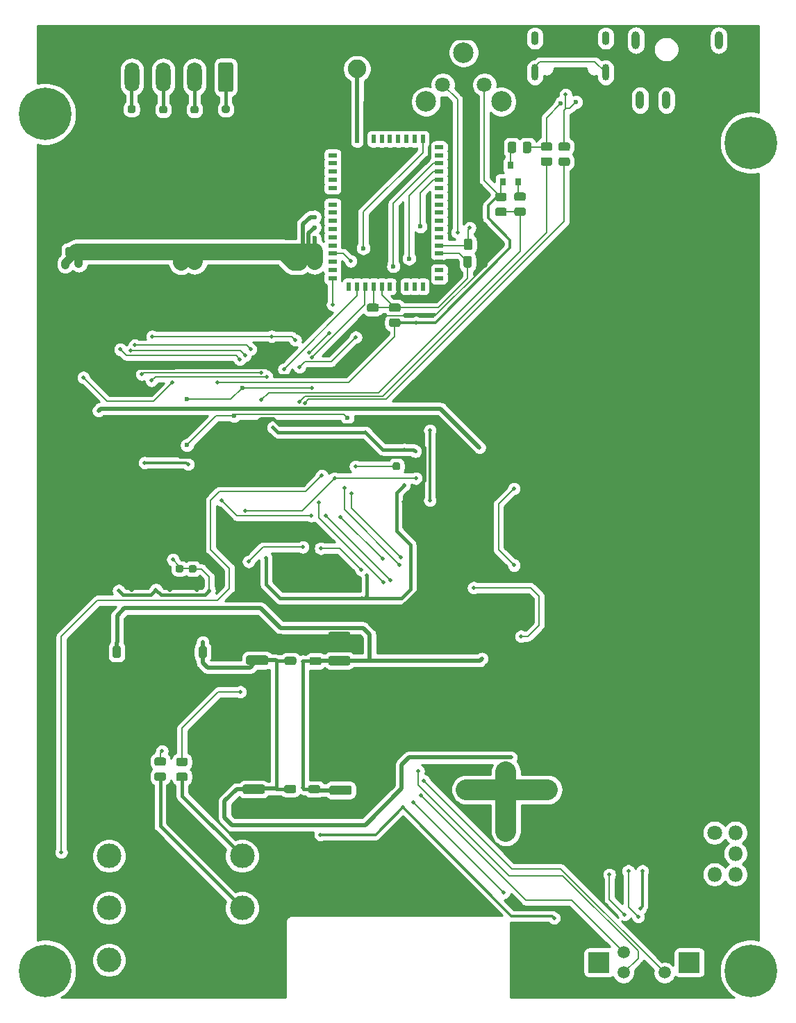
<source format=gbr>
G04 #@! TF.GenerationSoftware,KiCad,Pcbnew,5.1.9*
G04 #@! TF.CreationDate,2021-06-16T15:15:12+08:00*
G04 #@! TF.ProjectId,digital-amplifier2,64696769-7461-46c2-9d61-6d706c696669,rev?*
G04 #@! TF.SameCoordinates,Original*
G04 #@! TF.FileFunction,Copper,L2,Bot*
G04 #@! TF.FilePolarity,Positive*
%FSLAX46Y46*%
G04 Gerber Fmt 4.6, Leading zero omitted, Abs format (unit mm)*
G04 Created by KiCad (PCBNEW 5.1.9) date 2021-06-16 15:15:12*
%MOMM*%
%LPD*%
G01*
G04 APERTURE LIST*
G04 #@! TA.AperFunction,ComponentPad*
%ADD10O,1.800000X3.600000*%
G04 #@! TD*
G04 #@! TA.AperFunction,SMDPad,CuDef*
%ADD11R,1.500000X2.500000*%
G04 #@! TD*
G04 #@! TA.AperFunction,ComponentPad*
%ADD12C,0.500000*%
G04 #@! TD*
G04 #@! TA.AperFunction,ComponentPad*
%ADD13C,0.600000*%
G04 #@! TD*
G04 #@! TA.AperFunction,SMDPad,CuDef*
%ADD14R,9.500000X3.400000*%
G04 #@! TD*
G04 #@! TA.AperFunction,ComponentPad*
%ADD15R,2.600000X2.500000*%
G04 #@! TD*
G04 #@! TA.AperFunction,ComponentPad*
%ADD16C,1.500000*%
G04 #@! TD*
G04 #@! TA.AperFunction,ComponentPad*
%ADD17O,0.900000X1.700000*%
G04 #@! TD*
G04 #@! TA.AperFunction,ComponentPad*
%ADD18O,0.900000X2.000000*%
G04 #@! TD*
G04 #@! TA.AperFunction,ComponentPad*
%ADD19C,2.250000*%
G04 #@! TD*
G04 #@! TA.AperFunction,SMDPad,CuDef*
%ADD20R,5.800000X3.200000*%
G04 #@! TD*
G04 #@! TA.AperFunction,ComponentPad*
%ADD21C,1.800000*%
G04 #@! TD*
G04 #@! TA.AperFunction,WasherPad*
%ADD22C,2.500000*%
G04 #@! TD*
G04 #@! TA.AperFunction,SMDPad,CuDef*
%ADD23R,1.000000X0.500000*%
G04 #@! TD*
G04 #@! TA.AperFunction,SMDPad,CuDef*
%ADD24R,0.500000X1.000000*%
G04 #@! TD*
G04 #@! TA.AperFunction,SMDPad,CuDef*
%ADD25R,0.800000X0.900000*%
G04 #@! TD*
G04 #@! TA.AperFunction,ComponentPad*
%ADD26O,1.800000X1.800000*%
G04 #@! TD*
G04 #@! TA.AperFunction,ComponentPad*
%ADD27C,3.000000*%
G04 #@! TD*
G04 #@! TA.AperFunction,ComponentPad*
%ADD28O,1.000000X2.200000*%
G04 #@! TD*
G04 #@! TA.AperFunction,ComponentPad*
%ADD29C,6.400000*%
G04 #@! TD*
G04 #@! TA.AperFunction,ViaPad*
%ADD30C,0.600000*%
G04 #@! TD*
G04 #@! TA.AperFunction,ViaPad*
%ADD31C,0.500000*%
G04 #@! TD*
G04 #@! TA.AperFunction,Conductor*
%ADD32C,2.000000*%
G04 #@! TD*
G04 #@! TA.AperFunction,Conductor*
%ADD33C,0.400000*%
G04 #@! TD*
G04 #@! TA.AperFunction,Conductor*
%ADD34C,0.500000*%
G04 #@! TD*
G04 #@! TA.AperFunction,Conductor*
%ADD35C,0.200000*%
G04 #@! TD*
G04 #@! TA.AperFunction,Conductor*
%ADD36C,1.000000*%
G04 #@! TD*
G04 #@! TA.AperFunction,Conductor*
%ADD37C,0.300000*%
G04 #@! TD*
G04 #@! TA.AperFunction,Conductor*
%ADD38C,2.500000*%
G04 #@! TD*
G04 #@! TA.AperFunction,Conductor*
%ADD39C,0.254000*%
G04 #@! TD*
G04 #@! TA.AperFunction,Conductor*
%ADD40C,0.100000*%
G04 #@! TD*
G04 APERTURE END LIST*
D10*
X114570000Y-107000000D03*
X118380000Y-107000000D03*
X122190000Y-107000000D03*
G04 #@! TA.AperFunction,ComponentPad*
G36*
G01*
X126900000Y-105450000D02*
X126900000Y-108550000D01*
G75*
G02*
X126650000Y-108800000I-250000J0D01*
G01*
X125350000Y-108800000D01*
G75*
G02*
X125100000Y-108550000I0J250000D01*
G01*
X125100000Y-105450000D01*
G75*
G02*
X125350000Y-105200000I250000J0D01*
G01*
X126650000Y-105200000D01*
G75*
G02*
X126900000Y-105450000I0J-250000D01*
G01*
G37*
G04 #@! TD.AperFunction*
D11*
X160147000Y-193929000D03*
D12*
X160647000Y-194929000D03*
X159647000Y-194929000D03*
X160647000Y-193929000D03*
X159647000Y-193929000D03*
X160647000Y-192929000D03*
X159647000Y-192929000D03*
D11*
X159857440Y-172364400D03*
D12*
X160357440Y-173364400D03*
X159357440Y-173364400D03*
X160357440Y-172364400D03*
X159357440Y-172364400D03*
X160357440Y-171364400D03*
X159357440Y-171364400D03*
G04 #@! TA.AperFunction,SMDPad,CuDef*
G36*
G01*
X167709001Y-115995500D02*
X166808999Y-115995500D01*
G75*
G02*
X166559000Y-115745501I0J249999D01*
G01*
X166559000Y-115220499D01*
G75*
G02*
X166808999Y-114970500I249999J0D01*
G01*
X167709001Y-114970500D01*
G75*
G02*
X167959000Y-115220499I0J-249999D01*
G01*
X167959000Y-115745501D01*
G75*
G02*
X167709001Y-115995500I-249999J0D01*
G01*
G37*
G04 #@! TD.AperFunction*
G04 #@! TA.AperFunction,SMDPad,CuDef*
G36*
G01*
X167709001Y-117820500D02*
X166808999Y-117820500D01*
G75*
G02*
X166559000Y-117570501I0J249999D01*
G01*
X166559000Y-117045499D01*
G75*
G02*
X166808999Y-116795500I249999J0D01*
G01*
X167709001Y-116795500D01*
G75*
G02*
X167959000Y-117045499I0J-249999D01*
G01*
X167959000Y-117570501D01*
G75*
G02*
X167709001Y-117820500I-249999J0D01*
G01*
G37*
G04 #@! TD.AperFunction*
G04 #@! TA.AperFunction,SMDPad,CuDef*
G36*
G01*
X147909160Y-154717560D02*
X147909160Y-154217560D01*
G75*
G02*
X148134160Y-153992560I225000J0D01*
G01*
X148584160Y-153992560D01*
G75*
G02*
X148809160Y-154217560I0J-225000D01*
G01*
X148809160Y-154717560D01*
G75*
G02*
X148584160Y-154942560I-225000J0D01*
G01*
X148134160Y-154942560D01*
G75*
G02*
X147909160Y-154717560I0J225000D01*
G01*
G37*
G04 #@! TD.AperFunction*
G04 #@! TA.AperFunction,SMDPad,CuDef*
G36*
G01*
X146359160Y-154717560D02*
X146359160Y-154217560D01*
G75*
G02*
X146584160Y-153992560I225000J0D01*
G01*
X147034160Y-153992560D01*
G75*
G02*
X147259160Y-154217560I0J-225000D01*
G01*
X147259160Y-154717560D01*
G75*
G02*
X147034160Y-154942560I-225000J0D01*
G01*
X146584160Y-154942560D01*
G75*
G02*
X146359160Y-154717560I0J225000D01*
G01*
G37*
G04 #@! TD.AperFunction*
D13*
X141058900Y-185381900D03*
X141058900Y-186651900D03*
X139788900Y-185381900D03*
X139788900Y-186651900D03*
X138518900Y-185381900D03*
X138518900Y-186651900D03*
D14*
X128701800Y-134645400D03*
D13*
X133151800Y-135945400D03*
X133151800Y-134645400D03*
X133151800Y-133345400D03*
X131371800Y-135945400D03*
X131371800Y-134645400D03*
X131371800Y-133345400D03*
X129591800Y-135945400D03*
X129591800Y-134645400D03*
X129591800Y-133345400D03*
X127811800Y-135945400D03*
X127811800Y-134645400D03*
X127811800Y-133345400D03*
X126031800Y-135945400D03*
X126031800Y-134645400D03*
X126031800Y-133345400D03*
X124251800Y-133345400D03*
X124251800Y-134645400D03*
X124251800Y-135945400D03*
D14*
X114122200Y-134696200D03*
D13*
X118572200Y-135996200D03*
X118572200Y-134696200D03*
X118572200Y-133396200D03*
X116792200Y-135996200D03*
X116792200Y-134696200D03*
X116792200Y-133396200D03*
X115012200Y-135996200D03*
X115012200Y-134696200D03*
X115012200Y-133396200D03*
X113232200Y-135996200D03*
X113232200Y-134696200D03*
X113232200Y-133396200D03*
X111452200Y-135996200D03*
X111452200Y-134696200D03*
X111452200Y-133396200D03*
X109672200Y-133396200D03*
X109672200Y-134696200D03*
X109672200Y-135996200D03*
G04 #@! TA.AperFunction,SMDPad,CuDef*
G36*
G01*
X126259400Y-111358800D02*
X125759400Y-111358800D01*
G75*
G02*
X125534400Y-111133800I0J225000D01*
G01*
X125534400Y-110683800D01*
G75*
G02*
X125759400Y-110458800I225000J0D01*
G01*
X126259400Y-110458800D01*
G75*
G02*
X126484400Y-110683800I0J-225000D01*
G01*
X126484400Y-111133800D01*
G75*
G02*
X126259400Y-111358800I-225000J0D01*
G01*
G37*
G04 #@! TD.AperFunction*
G04 #@! TA.AperFunction,SMDPad,CuDef*
G36*
G01*
X126259400Y-112908800D02*
X125759400Y-112908800D01*
G75*
G02*
X125534400Y-112683800I0J225000D01*
G01*
X125534400Y-112233800D01*
G75*
G02*
X125759400Y-112008800I225000J0D01*
G01*
X126259400Y-112008800D01*
G75*
G02*
X126484400Y-112233800I0J-225000D01*
G01*
X126484400Y-112683800D01*
G75*
G02*
X126259400Y-112908800I-225000J0D01*
G01*
G37*
G04 #@! TD.AperFunction*
G04 #@! TA.AperFunction,SMDPad,CuDef*
G36*
G01*
X118639400Y-111409600D02*
X118139400Y-111409600D01*
G75*
G02*
X117914400Y-111184600I0J225000D01*
G01*
X117914400Y-110734600D01*
G75*
G02*
X118139400Y-110509600I225000J0D01*
G01*
X118639400Y-110509600D01*
G75*
G02*
X118864400Y-110734600I0J-225000D01*
G01*
X118864400Y-111184600D01*
G75*
G02*
X118639400Y-111409600I-225000J0D01*
G01*
G37*
G04 #@! TD.AperFunction*
G04 #@! TA.AperFunction,SMDPad,CuDef*
G36*
G01*
X118639400Y-112959600D02*
X118139400Y-112959600D01*
G75*
G02*
X117914400Y-112734600I0J225000D01*
G01*
X117914400Y-112284600D01*
G75*
G02*
X118139400Y-112059600I225000J0D01*
G01*
X118639400Y-112059600D01*
G75*
G02*
X118864400Y-112284600I0J-225000D01*
G01*
X118864400Y-112734600D01*
G75*
G02*
X118639400Y-112959600I-225000J0D01*
G01*
G37*
G04 #@! TD.AperFunction*
G04 #@! TA.AperFunction,SMDPad,CuDef*
G36*
G01*
X122449400Y-111409600D02*
X121949400Y-111409600D01*
G75*
G02*
X121724400Y-111184600I0J225000D01*
G01*
X121724400Y-110734600D01*
G75*
G02*
X121949400Y-110509600I225000J0D01*
G01*
X122449400Y-110509600D01*
G75*
G02*
X122674400Y-110734600I0J-225000D01*
G01*
X122674400Y-111184600D01*
G75*
G02*
X122449400Y-111409600I-225000J0D01*
G01*
G37*
G04 #@! TD.AperFunction*
G04 #@! TA.AperFunction,SMDPad,CuDef*
G36*
G01*
X122449400Y-112959600D02*
X121949400Y-112959600D01*
G75*
G02*
X121724400Y-112734600I0J225000D01*
G01*
X121724400Y-112284600D01*
G75*
G02*
X121949400Y-112059600I225000J0D01*
G01*
X122449400Y-112059600D01*
G75*
G02*
X122674400Y-112284600I0J-225000D01*
G01*
X122674400Y-112734600D01*
G75*
G02*
X122449400Y-112959600I-225000J0D01*
G01*
G37*
G04 #@! TD.AperFunction*
G04 #@! TA.AperFunction,SMDPad,CuDef*
G36*
G01*
X114778600Y-111358800D02*
X114278600Y-111358800D01*
G75*
G02*
X114053600Y-111133800I0J225000D01*
G01*
X114053600Y-110683800D01*
G75*
G02*
X114278600Y-110458800I225000J0D01*
G01*
X114778600Y-110458800D01*
G75*
G02*
X115003600Y-110683800I0J-225000D01*
G01*
X115003600Y-111133800D01*
G75*
G02*
X114778600Y-111358800I-225000J0D01*
G01*
G37*
G04 #@! TD.AperFunction*
G04 #@! TA.AperFunction,SMDPad,CuDef*
G36*
G01*
X114778600Y-112908800D02*
X114278600Y-112908800D01*
G75*
G02*
X114053600Y-112683800I0J225000D01*
G01*
X114053600Y-112233800D01*
G75*
G02*
X114278600Y-112008800I225000J0D01*
G01*
X114778600Y-112008800D01*
G75*
G02*
X115003600Y-112233800I0J-225000D01*
G01*
X115003600Y-112683800D01*
G75*
G02*
X114778600Y-112908800I-225000J0D01*
G01*
G37*
G04 #@! TD.AperFunction*
G04 #@! TA.AperFunction,SMDPad,CuDef*
G36*
G01*
X124635441Y-125912040D02*
X122435439Y-125912040D01*
G75*
G02*
X122185440Y-125662041I0J249999D01*
G01*
X122185440Y-125012039D01*
G75*
G02*
X122435439Y-124762040I249999J0D01*
G01*
X124635441Y-124762040D01*
G75*
G02*
X124885440Y-125012039I0J-249999D01*
G01*
X124885440Y-125662041D01*
G75*
G02*
X124635441Y-125912040I-249999J0D01*
G01*
G37*
G04 #@! TD.AperFunction*
G04 #@! TA.AperFunction,SMDPad,CuDef*
G36*
G01*
X124635441Y-128862040D02*
X122435439Y-128862040D01*
G75*
G02*
X122185440Y-128612041I0J249999D01*
G01*
X122185440Y-127962039D01*
G75*
G02*
X122435439Y-127712040I249999J0D01*
G01*
X124635441Y-127712040D01*
G75*
G02*
X124885440Y-127962039I0J-249999D01*
G01*
X124885440Y-128612041D01*
G75*
G02*
X124635441Y-128862040I-249999J0D01*
G01*
G37*
G04 #@! TD.AperFunction*
G04 #@! TA.AperFunction,SMDPad,CuDef*
G36*
G01*
X108902681Y-125927280D02*
X106702679Y-125927280D01*
G75*
G02*
X106452680Y-125677281I0J249999D01*
G01*
X106452680Y-125027279D01*
G75*
G02*
X106702679Y-124777280I249999J0D01*
G01*
X108902681Y-124777280D01*
G75*
G02*
X109152680Y-125027279I0J-249999D01*
G01*
X109152680Y-125677281D01*
G75*
G02*
X108902681Y-125927280I-249999J0D01*
G01*
G37*
G04 #@! TD.AperFunction*
G04 #@! TA.AperFunction,SMDPad,CuDef*
G36*
G01*
X108902681Y-128877280D02*
X106702679Y-128877280D01*
G75*
G02*
X106452680Y-128627281I0J249999D01*
G01*
X106452680Y-127977279D01*
G75*
G02*
X106702679Y-127727280I249999J0D01*
G01*
X108902681Y-127727280D01*
G75*
G02*
X109152680Y-127977279I0J-249999D01*
G01*
X109152680Y-128627281D01*
G75*
G02*
X108902681Y-128877280I-249999J0D01*
G01*
G37*
G04 #@! TD.AperFunction*
G04 #@! TA.AperFunction,SMDPad,CuDef*
G36*
G01*
X121074361Y-125912040D02*
X118874359Y-125912040D01*
G75*
G02*
X118624360Y-125662041I0J249999D01*
G01*
X118624360Y-125012039D01*
G75*
G02*
X118874359Y-124762040I249999J0D01*
G01*
X121074361Y-124762040D01*
G75*
G02*
X121324360Y-125012039I0J-249999D01*
G01*
X121324360Y-125662041D01*
G75*
G02*
X121074361Y-125912040I-249999J0D01*
G01*
G37*
G04 #@! TD.AperFunction*
G04 #@! TA.AperFunction,SMDPad,CuDef*
G36*
G01*
X121074361Y-128862040D02*
X118874359Y-128862040D01*
G75*
G02*
X118624360Y-128612041I0J249999D01*
G01*
X118624360Y-127962039D01*
G75*
G02*
X118874359Y-127712040I249999J0D01*
G01*
X121074361Y-127712040D01*
G75*
G02*
X121324360Y-127962039I0J-249999D01*
G01*
X121324360Y-128612041D01*
G75*
G02*
X121074361Y-128862040I-249999J0D01*
G01*
G37*
G04 #@! TD.AperFunction*
G04 #@! TA.AperFunction,SMDPad,CuDef*
G36*
G01*
X134170601Y-125990040D02*
X131970599Y-125990040D01*
G75*
G02*
X131720600Y-125740041I0J249999D01*
G01*
X131720600Y-125090039D01*
G75*
G02*
X131970599Y-124840040I249999J0D01*
G01*
X134170601Y-124840040D01*
G75*
G02*
X134420600Y-125090039I0J-249999D01*
G01*
X134420600Y-125740041D01*
G75*
G02*
X134170601Y-125990040I-249999J0D01*
G01*
G37*
G04 #@! TD.AperFunction*
G04 #@! TA.AperFunction,SMDPad,CuDef*
G36*
G01*
X134170601Y-128940040D02*
X131970599Y-128940040D01*
G75*
G02*
X131720600Y-128690041I0J249999D01*
G01*
X131720600Y-128040039D01*
G75*
G02*
X131970599Y-127790040I249999J0D01*
G01*
X134170601Y-127790040D01*
G75*
G02*
X134420600Y-128040039I0J-249999D01*
G01*
X134420600Y-128690041D01*
G75*
G02*
X134170601Y-128940040I-249999J0D01*
G01*
G37*
G04 #@! TD.AperFunction*
D15*
X182500000Y-215000000D03*
X171500000Y-215000000D03*
D16*
X179500000Y-213750000D03*
X174500000Y-213750000D03*
X177000000Y-216250000D03*
X179500000Y-216250000D03*
X174500000Y-216250000D03*
G04 #@! TA.AperFunction,SMDPad,CuDef*
G36*
G01*
X120120600Y-168066600D02*
X120620600Y-168066600D01*
G75*
G02*
X120845600Y-168291600I0J-225000D01*
G01*
X120845600Y-168741600D01*
G75*
G02*
X120620600Y-168966600I-225000J0D01*
G01*
X120120600Y-168966600D01*
G75*
G02*
X119895600Y-168741600I0J225000D01*
G01*
X119895600Y-168291600D01*
G75*
G02*
X120120600Y-168066600I225000J0D01*
G01*
G37*
G04 #@! TD.AperFunction*
G04 #@! TA.AperFunction,SMDPad,CuDef*
G36*
G01*
X120120600Y-166516600D02*
X120620600Y-166516600D01*
G75*
G02*
X120845600Y-166741600I0J-225000D01*
G01*
X120845600Y-167191600D01*
G75*
G02*
X120620600Y-167416600I-225000J0D01*
G01*
X120120600Y-167416600D01*
G75*
G02*
X119895600Y-167191600I0J225000D01*
G01*
X119895600Y-166741600D01*
G75*
G02*
X120120600Y-166516600I225000J0D01*
G01*
G37*
G04 #@! TD.AperFunction*
G04 #@! TA.AperFunction,SMDPad,CuDef*
G36*
G01*
X121708100Y-168079300D02*
X122208100Y-168079300D01*
G75*
G02*
X122433100Y-168304300I0J-225000D01*
G01*
X122433100Y-168754300D01*
G75*
G02*
X122208100Y-168979300I-225000J0D01*
G01*
X121708100Y-168979300D01*
G75*
G02*
X121483100Y-168754300I0J225000D01*
G01*
X121483100Y-168304300D01*
G75*
G02*
X121708100Y-168079300I225000J0D01*
G01*
G37*
G04 #@! TD.AperFunction*
G04 #@! TA.AperFunction,SMDPad,CuDef*
G36*
G01*
X121708100Y-166529300D02*
X122208100Y-166529300D01*
G75*
G02*
X122433100Y-166754300I0J-225000D01*
G01*
X122433100Y-167204300D01*
G75*
G02*
X122208100Y-167429300I-225000J0D01*
G01*
X121708100Y-167429300D01*
G75*
G02*
X121483100Y-167204300I0J225000D01*
G01*
X121483100Y-166754300D01*
G75*
G02*
X121708100Y-166529300I225000J0D01*
G01*
G37*
G04 #@! TD.AperFunction*
D17*
X163680000Y-102260000D03*
X172320000Y-102260000D03*
D18*
X163680000Y-106430000D03*
X172320000Y-106430000D03*
D19*
X142000000Y-106000000D03*
X144540000Y-108540000D03*
X144540000Y-103460000D03*
X139460000Y-103460000D03*
X139460000Y-108540000D03*
D20*
X178854100Y-167919400D03*
D13*
X176254100Y-169219400D03*
X176254100Y-167919400D03*
X176254100Y-166619400D03*
X177554100Y-169219400D03*
X177554100Y-167919400D03*
X177554100Y-166619400D03*
X178854100Y-169219400D03*
X178854100Y-167919400D03*
X178854100Y-166619400D03*
X180154100Y-169219400D03*
X180154100Y-167919400D03*
X180154100Y-166619400D03*
X181454100Y-169219400D03*
X181454100Y-167919400D03*
X181454100Y-166619400D03*
D20*
X179641500Y-189738000D03*
D13*
X177041500Y-191038000D03*
X177041500Y-189738000D03*
X177041500Y-188438000D03*
X178341500Y-191038000D03*
X178341500Y-189738000D03*
X178341500Y-188438000D03*
X179641500Y-191038000D03*
X179641500Y-189738000D03*
X179641500Y-188438000D03*
X180941500Y-191038000D03*
X180941500Y-189738000D03*
X180941500Y-188438000D03*
X182241500Y-191038000D03*
X182241500Y-189738000D03*
X182241500Y-188438000D03*
D21*
X157540000Y-107933250D03*
X152460000Y-107933250D03*
X155000000Y-107933250D03*
D22*
X155000000Y-103983250D03*
X150400000Y-109983250D03*
X159600000Y-109983250D03*
D23*
X152019000Y-115528600D03*
X152019000Y-116528600D03*
X152019000Y-117528600D03*
X152019000Y-118528600D03*
X152019000Y-119528600D03*
X152019000Y-120528600D03*
X152019000Y-121528600D03*
X152019000Y-122528600D03*
X152019000Y-123528600D03*
X152019000Y-124528600D03*
X152019000Y-125528600D03*
X152019000Y-126528600D03*
X152019000Y-127528600D03*
X152019000Y-128528600D03*
X152019000Y-129528600D03*
X152019000Y-130528600D03*
X152019000Y-131528600D03*
D24*
X150019000Y-132528600D03*
X149019000Y-132528600D03*
X148019000Y-132528600D03*
X147019000Y-132528600D03*
X146019000Y-132528600D03*
X145019000Y-132528600D03*
X144019000Y-132528600D03*
X143019000Y-132528600D03*
X142019000Y-132528600D03*
X141019000Y-132528600D03*
X141019000Y-114528600D03*
X148019000Y-114528600D03*
X145019000Y-114528600D03*
X147019000Y-114528600D03*
X142019000Y-114528600D03*
X146019000Y-114528600D03*
X149019000Y-114528600D03*
X144019000Y-114528600D03*
X143019000Y-114528600D03*
X150019000Y-114528600D03*
D23*
X139019000Y-126528600D03*
X139019000Y-130528600D03*
X139019000Y-118528600D03*
X139019000Y-119528600D03*
X139019000Y-116528600D03*
X139019000Y-121528600D03*
X139019000Y-125528600D03*
X139019000Y-128528600D03*
X139019000Y-117528600D03*
X139019000Y-129528600D03*
X139019000Y-120528600D03*
X139019000Y-122528600D03*
X139019000Y-115528600D03*
X139019000Y-123528600D03*
X139019000Y-124528600D03*
X139019000Y-131528600D03*
X139019000Y-127528600D03*
D20*
X178231800Y-139014200D03*
D13*
X175631800Y-140314200D03*
X175631800Y-139014200D03*
X175631800Y-137714200D03*
X176931800Y-140314200D03*
X176931800Y-139014200D03*
X176931800Y-137714200D03*
X178231800Y-140314200D03*
X178231800Y-139014200D03*
X178231800Y-137714200D03*
X179531800Y-140314200D03*
X179531800Y-139014200D03*
X179531800Y-137714200D03*
X180831800Y-140314200D03*
X180831800Y-139014200D03*
X180831800Y-137714200D03*
G04 #@! TA.AperFunction,SMDPad,CuDef*
G36*
G01*
X162324201Y-122099120D02*
X161424199Y-122099120D01*
G75*
G02*
X161174200Y-121849121I0J249999D01*
G01*
X161174200Y-121324119D01*
G75*
G02*
X161424199Y-121074120I249999J0D01*
G01*
X162324201Y-121074120D01*
G75*
G02*
X162574200Y-121324119I0J-249999D01*
G01*
X162574200Y-121849121D01*
G75*
G02*
X162324201Y-122099120I-249999J0D01*
G01*
G37*
G04 #@! TD.AperFunction*
G04 #@! TA.AperFunction,SMDPad,CuDef*
G36*
G01*
X162324201Y-123924120D02*
X161424199Y-123924120D01*
G75*
G02*
X161174200Y-123674121I0J249999D01*
G01*
X161174200Y-123149119D01*
G75*
G02*
X161424199Y-122899120I249999J0D01*
G01*
X162324201Y-122899120D01*
G75*
G02*
X162574200Y-123149119I0J-249999D01*
G01*
X162574200Y-123674121D01*
G75*
G02*
X162324201Y-123924120I-249999J0D01*
G01*
G37*
G04 #@! TD.AperFunction*
G04 #@! TA.AperFunction,SMDPad,CuDef*
G36*
G01*
X159102639Y-122929600D02*
X160002641Y-122929600D01*
G75*
G02*
X160252640Y-123179599I0J-249999D01*
G01*
X160252640Y-123704601D01*
G75*
G02*
X160002641Y-123954600I-249999J0D01*
G01*
X159102639Y-123954600D01*
G75*
G02*
X158852640Y-123704601I0J249999D01*
G01*
X158852640Y-123179599D01*
G75*
G02*
X159102639Y-122929600I249999J0D01*
G01*
G37*
G04 #@! TD.AperFunction*
G04 #@! TA.AperFunction,SMDPad,CuDef*
G36*
G01*
X159102639Y-121104600D02*
X160002641Y-121104600D01*
G75*
G02*
X160252640Y-121354599I0J-249999D01*
G01*
X160252640Y-121879601D01*
G75*
G02*
X160002641Y-122129600I-249999J0D01*
G01*
X159102639Y-122129600D01*
G75*
G02*
X158852640Y-121879601I0J249999D01*
G01*
X158852640Y-121354599D01*
G75*
G02*
X159102639Y-121104600I249999J0D01*
G01*
G37*
G04 #@! TD.AperFunction*
G04 #@! TA.AperFunction,SMDPad,CuDef*
G36*
G01*
X165555081Y-115980260D02*
X164655079Y-115980260D01*
G75*
G02*
X164405080Y-115730261I0J249999D01*
G01*
X164405080Y-115205259D01*
G75*
G02*
X164655079Y-114955260I249999J0D01*
G01*
X165555081Y-114955260D01*
G75*
G02*
X165805080Y-115205259I0J-249999D01*
G01*
X165805080Y-115730261D01*
G75*
G02*
X165555081Y-115980260I-249999J0D01*
G01*
G37*
G04 #@! TD.AperFunction*
G04 #@! TA.AperFunction,SMDPad,CuDef*
G36*
G01*
X165555081Y-117805260D02*
X164655079Y-117805260D01*
G75*
G02*
X164405080Y-117555261I0J249999D01*
G01*
X164405080Y-117030259D01*
G75*
G02*
X164655079Y-116780260I249999J0D01*
G01*
X165555081Y-116780260D01*
G75*
G02*
X165805080Y-117030259I0J-249999D01*
G01*
X165805080Y-117555261D01*
G75*
G02*
X165555081Y-117805260I-249999J0D01*
G01*
G37*
G04 #@! TD.AperFunction*
G04 #@! TA.AperFunction,SMDPad,CuDef*
G36*
G01*
X162215780Y-116014921D02*
X162215780Y-115114919D01*
G75*
G02*
X162465779Y-114864920I249999J0D01*
G01*
X162990781Y-114864920D01*
G75*
G02*
X163240780Y-115114919I0J-249999D01*
G01*
X163240780Y-116014921D01*
G75*
G02*
X162990781Y-116264920I-249999J0D01*
G01*
X162465779Y-116264920D01*
G75*
G02*
X162215780Y-116014921I0J249999D01*
G01*
G37*
G04 #@! TD.AperFunction*
G04 #@! TA.AperFunction,SMDPad,CuDef*
G36*
G01*
X160390780Y-116014921D02*
X160390780Y-115114919D01*
G75*
G02*
X160640779Y-114864920I249999J0D01*
G01*
X161165781Y-114864920D01*
G75*
G02*
X161415780Y-115114919I0J-249999D01*
G01*
X161415780Y-116014921D01*
G75*
G02*
X161165781Y-116264920I-249999J0D01*
G01*
X160640779Y-116264920D01*
G75*
G02*
X160390780Y-116014921I0J249999D01*
G01*
G37*
G04 #@! TD.AperFunction*
G04 #@! TA.AperFunction,SMDPad,CuDef*
G36*
G01*
X146153719Y-134612320D02*
X147053721Y-134612320D01*
G75*
G02*
X147303720Y-134862319I0J-249999D01*
G01*
X147303720Y-135387321D01*
G75*
G02*
X147053721Y-135637320I-249999J0D01*
G01*
X146153719Y-135637320D01*
G75*
G02*
X145903720Y-135387321I0J249999D01*
G01*
X145903720Y-134862319D01*
G75*
G02*
X146153719Y-134612320I249999J0D01*
G01*
G37*
G04 #@! TD.AperFunction*
G04 #@! TA.AperFunction,SMDPad,CuDef*
G36*
G01*
X146153719Y-136437320D02*
X147053721Y-136437320D01*
G75*
G02*
X147303720Y-136687319I0J-249999D01*
G01*
X147303720Y-137212321D01*
G75*
G02*
X147053721Y-137462320I-249999J0D01*
G01*
X146153719Y-137462320D01*
G75*
G02*
X145903720Y-137212321I0J249999D01*
G01*
X145903720Y-136687319D01*
G75*
G02*
X146153719Y-136437320I249999J0D01*
G01*
G37*
G04 #@! TD.AperFunction*
G04 #@! TA.AperFunction,SMDPad,CuDef*
G36*
G01*
X156864000Y-127856401D02*
X156864000Y-126956399D01*
G75*
G02*
X157113999Y-126706400I249999J0D01*
G01*
X157639001Y-126706400D01*
G75*
G02*
X157889000Y-126956399I0J-249999D01*
G01*
X157889000Y-127856401D01*
G75*
G02*
X157639001Y-128106400I-249999J0D01*
G01*
X157113999Y-128106400D01*
G75*
G02*
X156864000Y-127856401I0J249999D01*
G01*
G37*
G04 #@! TD.AperFunction*
G04 #@! TA.AperFunction,SMDPad,CuDef*
G36*
G01*
X155039000Y-127856401D02*
X155039000Y-126956399D01*
G75*
G02*
X155288999Y-126706400I249999J0D01*
G01*
X155814001Y-126706400D01*
G75*
G02*
X156064000Y-126956399I0J-249999D01*
G01*
X156064000Y-127856401D01*
G75*
G02*
X155814001Y-128106400I-249999J0D01*
G01*
X155288999Y-128106400D01*
G75*
G02*
X155039000Y-127856401I0J249999D01*
G01*
G37*
G04 #@! TD.AperFunction*
G04 #@! TA.AperFunction,SMDPad,CuDef*
G36*
G01*
X121110161Y-191044880D02*
X120210159Y-191044880D01*
G75*
G02*
X119960160Y-190794881I0J249999D01*
G01*
X119960160Y-190269879D01*
G75*
G02*
X120210159Y-190019880I249999J0D01*
G01*
X121110161Y-190019880D01*
G75*
G02*
X121360160Y-190269879I0J-249999D01*
G01*
X121360160Y-190794881D01*
G75*
G02*
X121110161Y-191044880I-249999J0D01*
G01*
G37*
G04 #@! TD.AperFunction*
G04 #@! TA.AperFunction,SMDPad,CuDef*
G36*
G01*
X121110161Y-192869880D02*
X120210159Y-192869880D01*
G75*
G02*
X119960160Y-192619881I0J249999D01*
G01*
X119960160Y-192094879D01*
G75*
G02*
X120210159Y-191844880I249999J0D01*
G01*
X121110161Y-191844880D01*
G75*
G02*
X121360160Y-192094879I0J-249999D01*
G01*
X121360160Y-192619881D01*
G75*
G02*
X121110161Y-192869880I-249999J0D01*
G01*
G37*
G04 #@! TD.AperFunction*
G04 #@! TA.AperFunction,SMDPad,CuDef*
G36*
G01*
X118458401Y-191009320D02*
X117558399Y-191009320D01*
G75*
G02*
X117308400Y-190759321I0J249999D01*
G01*
X117308400Y-190234319D01*
G75*
G02*
X117558399Y-189984320I249999J0D01*
G01*
X118458401Y-189984320D01*
G75*
G02*
X118708400Y-190234319I0J-249999D01*
G01*
X118708400Y-190759321D01*
G75*
G02*
X118458401Y-191009320I-249999J0D01*
G01*
G37*
G04 #@! TD.AperFunction*
G04 #@! TA.AperFunction,SMDPad,CuDef*
G36*
G01*
X118458401Y-192834320D02*
X117558399Y-192834320D01*
G75*
G02*
X117308400Y-192584321I0J249999D01*
G01*
X117308400Y-192059319D01*
G75*
G02*
X117558399Y-191809320I249999J0D01*
G01*
X118458401Y-191809320D01*
G75*
G02*
X118708400Y-192059319I0J-249999D01*
G01*
X118708400Y-192584321D01*
G75*
G02*
X118458401Y-192834320I-249999J0D01*
G01*
G37*
G04 #@! TD.AperFunction*
D25*
X160728660Y-117767860D03*
X159778660Y-119767860D03*
X161678660Y-119767860D03*
D26*
X188125100Y-204254100D03*
X185585100Y-204254100D03*
X188125100Y-201714100D03*
X185585100Y-201714100D03*
X188125100Y-199174100D03*
D21*
X185585100Y-199174100D03*
D27*
X111770000Y-202000000D03*
X111770000Y-214700000D03*
X111770000Y-208350000D03*
X128000000Y-202000000D03*
X128000000Y-214700000D03*
X128000000Y-208350000D03*
D28*
X186100000Y-102500000D03*
X184900000Y-109800000D03*
X179700000Y-109800000D03*
X176500000Y-109800000D03*
X176000000Y-102500000D03*
D29*
X104000000Y-216000000D03*
X104000000Y-111500000D03*
X190000000Y-216000000D03*
X190000000Y-115000000D03*
G04 #@! TA.AperFunction,SMDPad,CuDef*
G36*
G01*
X143466800Y-136530500D02*
X144416800Y-136530500D01*
G75*
G02*
X144666800Y-136780500I0J-250000D01*
G01*
X144666800Y-137280500D01*
G75*
G02*
X144416800Y-137530500I-250000J0D01*
G01*
X143466800Y-137530500D01*
G75*
G02*
X143216800Y-137280500I0J250000D01*
G01*
X143216800Y-136780500D01*
G75*
G02*
X143466800Y-136530500I250000J0D01*
G01*
G37*
G04 #@! TD.AperFunction*
G04 #@! TA.AperFunction,SMDPad,CuDef*
G36*
G01*
X143466800Y-134630500D02*
X144416800Y-134630500D01*
G75*
G02*
X144666800Y-134880500I0J-250000D01*
G01*
X144666800Y-135380500D01*
G75*
G02*
X144416800Y-135630500I-250000J0D01*
G01*
X143466800Y-135630500D01*
G75*
G02*
X143216800Y-135380500I0J250000D01*
G01*
X143216800Y-134880500D01*
G75*
G02*
X143466800Y-134630500I250000J0D01*
G01*
G37*
G04 #@! TD.AperFunction*
G04 #@! TA.AperFunction,SMDPad,CuDef*
G36*
G01*
X156888600Y-130002300D02*
X156888600Y-129052300D01*
G75*
G02*
X157138600Y-128802300I250000J0D01*
G01*
X157638600Y-128802300D01*
G75*
G02*
X157888600Y-129052300I0J-250000D01*
G01*
X157888600Y-130002300D01*
G75*
G02*
X157638600Y-130252300I-250000J0D01*
G01*
X157138600Y-130252300D01*
G75*
G02*
X156888600Y-130002300I0J250000D01*
G01*
G37*
G04 #@! TD.AperFunction*
G04 #@! TA.AperFunction,SMDPad,CuDef*
G36*
G01*
X154988600Y-130002300D02*
X154988600Y-129052300D01*
G75*
G02*
X155238600Y-128802300I250000J0D01*
G01*
X155738600Y-128802300D01*
G75*
G02*
X155988600Y-129052300I0J-250000D01*
G01*
X155988600Y-130002300D01*
G75*
G02*
X155738600Y-130252300I-250000J0D01*
G01*
X155238600Y-130252300D01*
G75*
G02*
X154988600Y-130002300I0J250000D01*
G01*
G37*
G04 #@! TD.AperFunction*
G04 #@! TA.AperFunction,SMDPad,CuDef*
G36*
G01*
X111310000Y-176636660D02*
X111310000Y-177586660D01*
G75*
G02*
X111060000Y-177836660I-250000J0D01*
G01*
X110560000Y-177836660D01*
G75*
G02*
X110310000Y-177586660I0J250000D01*
G01*
X110310000Y-176636660D01*
G75*
G02*
X110560000Y-176386660I250000J0D01*
G01*
X111060000Y-176386660D01*
G75*
G02*
X111310000Y-176636660I0J-250000D01*
G01*
G37*
G04 #@! TD.AperFunction*
G04 #@! TA.AperFunction,SMDPad,CuDef*
G36*
G01*
X113210000Y-176636660D02*
X113210000Y-177586660D01*
G75*
G02*
X112960000Y-177836660I-250000J0D01*
G01*
X112460000Y-177836660D01*
G75*
G02*
X112210000Y-177586660I0J250000D01*
G01*
X112210000Y-176636660D01*
G75*
G02*
X112460000Y-176386660I250000J0D01*
G01*
X112960000Y-176386660D01*
G75*
G02*
X113210000Y-176636660I0J-250000D01*
G01*
G37*
G04 #@! TD.AperFunction*
G04 #@! TA.AperFunction,SMDPad,CuDef*
G36*
G01*
X124602660Y-177617140D02*
X124602660Y-176667140D01*
G75*
G02*
X124852660Y-176417140I250000J0D01*
G01*
X125352660Y-176417140D01*
G75*
G02*
X125602660Y-176667140I0J-250000D01*
G01*
X125602660Y-177617140D01*
G75*
G02*
X125352660Y-177867140I-250000J0D01*
G01*
X124852660Y-177867140D01*
G75*
G02*
X124602660Y-177617140I0J250000D01*
G01*
G37*
G04 #@! TD.AperFunction*
G04 #@! TA.AperFunction,SMDPad,CuDef*
G36*
G01*
X122702660Y-177617140D02*
X122702660Y-176667140D01*
G75*
G02*
X122952660Y-176417140I250000J0D01*
G01*
X123452660Y-176417140D01*
G75*
G02*
X123702660Y-176667140I0J-250000D01*
G01*
X123702660Y-177617140D01*
G75*
G02*
X123452660Y-177867140I-250000J0D01*
G01*
X122952660Y-177867140D01*
G75*
G02*
X122702660Y-177617140I0J250000D01*
G01*
G37*
G04 #@! TD.AperFunction*
G04 #@! TA.AperFunction,SMDPad,CuDef*
G36*
G01*
X134353320Y-176806440D02*
X133403320Y-176806440D01*
G75*
G02*
X133153320Y-176556440I0J250000D01*
G01*
X133153320Y-176056440D01*
G75*
G02*
X133403320Y-175806440I250000J0D01*
G01*
X134353320Y-175806440D01*
G75*
G02*
X134603320Y-176056440I0J-250000D01*
G01*
X134603320Y-176556440D01*
G75*
G02*
X134353320Y-176806440I-250000J0D01*
G01*
G37*
G04 #@! TD.AperFunction*
G04 #@! TA.AperFunction,SMDPad,CuDef*
G36*
G01*
X134353320Y-178706440D02*
X133403320Y-178706440D01*
G75*
G02*
X133153320Y-178456440I0J250000D01*
G01*
X133153320Y-177956440D01*
G75*
G02*
X133403320Y-177706440I250000J0D01*
G01*
X134353320Y-177706440D01*
G75*
G02*
X134603320Y-177956440I0J-250000D01*
G01*
X134603320Y-178456440D01*
G75*
G02*
X134353320Y-178706440I-250000J0D01*
G01*
G37*
G04 #@! TD.AperFunction*
G04 #@! TA.AperFunction,SMDPad,CuDef*
G36*
G01*
X133383000Y-195242600D02*
X134333000Y-195242600D01*
G75*
G02*
X134583000Y-195492600I0J-250000D01*
G01*
X134583000Y-195992600D01*
G75*
G02*
X134333000Y-196242600I-250000J0D01*
G01*
X133383000Y-196242600D01*
G75*
G02*
X133133000Y-195992600I0J250000D01*
G01*
X133133000Y-195492600D01*
G75*
G02*
X133383000Y-195242600I250000J0D01*
G01*
G37*
G04 #@! TD.AperFunction*
G04 #@! TA.AperFunction,SMDPad,CuDef*
G36*
G01*
X133383000Y-193342600D02*
X134333000Y-193342600D01*
G75*
G02*
X134583000Y-193592600I0J-250000D01*
G01*
X134583000Y-194092600D01*
G75*
G02*
X134333000Y-194342600I-250000J0D01*
G01*
X133383000Y-194342600D01*
G75*
G02*
X133133000Y-194092600I0J250000D01*
G01*
X133133000Y-193592600D01*
G75*
G02*
X133383000Y-193342600I250000J0D01*
G01*
G37*
G04 #@! TD.AperFunction*
G04 #@! TA.AperFunction,SMDPad,CuDef*
G36*
G01*
X128318079Y-196236160D02*
X130518081Y-196236160D01*
G75*
G02*
X130768080Y-196486159I0J-249999D01*
G01*
X130768080Y-197136161D01*
G75*
G02*
X130518081Y-197386160I-249999J0D01*
G01*
X128318079Y-197386160D01*
G75*
G02*
X128068080Y-197136161I0J249999D01*
G01*
X128068080Y-196486159D01*
G75*
G02*
X128318079Y-196236160I249999J0D01*
G01*
G37*
G04 #@! TD.AperFunction*
G04 #@! TA.AperFunction,SMDPad,CuDef*
G36*
G01*
X128318079Y-193286160D02*
X130518081Y-193286160D01*
G75*
G02*
X130768080Y-193536159I0J-249999D01*
G01*
X130768080Y-194186161D01*
G75*
G02*
X130518081Y-194436160I-249999J0D01*
G01*
X128318079Y-194436160D01*
G75*
G02*
X128068080Y-194186161I0J249999D01*
G01*
X128068080Y-193536159D01*
G75*
G02*
X128318079Y-193286160I249999J0D01*
G01*
G37*
G04 #@! TD.AperFunction*
G04 #@! TA.AperFunction,SMDPad,CuDef*
G36*
G01*
X130934641Y-175757000D02*
X128734639Y-175757000D01*
G75*
G02*
X128484640Y-175507001I0J249999D01*
G01*
X128484640Y-174856999D01*
G75*
G02*
X128734639Y-174607000I249999J0D01*
G01*
X130934641Y-174607000D01*
G75*
G02*
X131184640Y-174856999I0J-249999D01*
G01*
X131184640Y-175507001D01*
G75*
G02*
X130934641Y-175757000I-249999J0D01*
G01*
G37*
G04 #@! TD.AperFunction*
G04 #@! TA.AperFunction,SMDPad,CuDef*
G36*
G01*
X130934641Y-178707000D02*
X128734639Y-178707000D01*
G75*
G02*
X128484640Y-178457001I0J249999D01*
G01*
X128484640Y-177806999D01*
G75*
G02*
X128734639Y-177557000I249999J0D01*
G01*
X130934641Y-177557000D01*
G75*
G02*
X131184640Y-177806999I0J-249999D01*
G01*
X131184640Y-178457001D01*
G75*
G02*
X130934641Y-178707000I-249999J0D01*
G01*
G37*
G04 #@! TD.AperFunction*
G04 #@! TA.AperFunction,SMDPad,CuDef*
G36*
G01*
X136314160Y-195257840D02*
X137264160Y-195257840D01*
G75*
G02*
X137514160Y-195507840I0J-250000D01*
G01*
X137514160Y-196007840D01*
G75*
G02*
X137264160Y-196257840I-250000J0D01*
G01*
X136314160Y-196257840D01*
G75*
G02*
X136064160Y-196007840I0J250000D01*
G01*
X136064160Y-195507840D01*
G75*
G02*
X136314160Y-195257840I250000J0D01*
G01*
G37*
G04 #@! TD.AperFunction*
G04 #@! TA.AperFunction,SMDPad,CuDef*
G36*
G01*
X136314160Y-193357840D02*
X137264160Y-193357840D01*
G75*
G02*
X137514160Y-193607840I0J-250000D01*
G01*
X137514160Y-194107840D01*
G75*
G02*
X137264160Y-194357840I-250000J0D01*
G01*
X136314160Y-194357840D01*
G75*
G02*
X136064160Y-194107840I0J250000D01*
G01*
X136064160Y-193607840D01*
G75*
G02*
X136314160Y-193357840I250000J0D01*
G01*
G37*
G04 #@! TD.AperFunction*
G04 #@! TA.AperFunction,SMDPad,CuDef*
G36*
G01*
X137411480Y-176831840D02*
X136461480Y-176831840D01*
G75*
G02*
X136211480Y-176581840I0J250000D01*
G01*
X136211480Y-176081840D01*
G75*
G02*
X136461480Y-175831840I250000J0D01*
G01*
X137411480Y-175831840D01*
G75*
G02*
X137661480Y-176081840I0J-250000D01*
G01*
X137661480Y-176581840D01*
G75*
G02*
X137411480Y-176831840I-250000J0D01*
G01*
G37*
G04 #@! TD.AperFunction*
G04 #@! TA.AperFunction,SMDPad,CuDef*
G36*
G01*
X137411480Y-178731840D02*
X136461480Y-178731840D01*
G75*
G02*
X136211480Y-178481840I0J250000D01*
G01*
X136211480Y-177981840D01*
G75*
G02*
X136461480Y-177731840I250000J0D01*
G01*
X137411480Y-177731840D01*
G75*
G02*
X137661480Y-177981840I0J-250000D01*
G01*
X137661480Y-178481840D01*
G75*
G02*
X137411480Y-178731840I-250000J0D01*
G01*
G37*
G04 #@! TD.AperFunction*
G04 #@! TA.AperFunction,SMDPad,CuDef*
G36*
G01*
X140947321Y-175807800D02*
X138747319Y-175807800D01*
G75*
G02*
X138497320Y-175557801I0J249999D01*
G01*
X138497320Y-174907799D01*
G75*
G02*
X138747319Y-174657800I249999J0D01*
G01*
X140947321Y-174657800D01*
G75*
G02*
X141197320Y-174907799I0J-249999D01*
G01*
X141197320Y-175557801D01*
G75*
G02*
X140947321Y-175807800I-249999J0D01*
G01*
G37*
G04 #@! TD.AperFunction*
G04 #@! TA.AperFunction,SMDPad,CuDef*
G36*
G01*
X140947321Y-178757800D02*
X138747319Y-178757800D01*
G75*
G02*
X138497320Y-178507801I0J249999D01*
G01*
X138497320Y-177857799D01*
G75*
G02*
X138747319Y-177607800I249999J0D01*
G01*
X140947321Y-177607800D01*
G75*
G02*
X141197320Y-177857799I0J-249999D01*
G01*
X141197320Y-178507801D01*
G75*
G02*
X140947321Y-178757800I-249999J0D01*
G01*
G37*
G04 #@! TD.AperFunction*
G04 #@! TA.AperFunction,SMDPad,CuDef*
G36*
G01*
X138904799Y-196363160D02*
X141104801Y-196363160D01*
G75*
G02*
X141354800Y-196613159I0J-249999D01*
G01*
X141354800Y-197263161D01*
G75*
G02*
X141104801Y-197513160I-249999J0D01*
G01*
X138904799Y-197513160D01*
G75*
G02*
X138654800Y-197263161I0J249999D01*
G01*
X138654800Y-196613159D01*
G75*
G02*
X138904799Y-196363160I249999J0D01*
G01*
G37*
G04 #@! TD.AperFunction*
G04 #@! TA.AperFunction,SMDPad,CuDef*
G36*
G01*
X138904799Y-193413160D02*
X141104801Y-193413160D01*
G75*
G02*
X141354800Y-193663159I0J-249999D01*
G01*
X141354800Y-194313161D01*
G75*
G02*
X141104801Y-194563160I-249999J0D01*
G01*
X138904799Y-194563160D01*
G75*
G02*
X138654800Y-194313161I0J249999D01*
G01*
X138654800Y-193663159D01*
G75*
G02*
X138904799Y-193413160I249999J0D01*
G01*
G37*
G04 #@! TD.AperFunction*
D30*
X120601000Y-125337040D03*
X122566960Y-125337040D03*
D31*
X135448000Y-195742600D03*
X135376960Y-176306440D03*
X144205960Y-148645880D03*
X131815840Y-148724620D03*
X147667980Y-158783020D03*
X139403208Y-172865950D03*
X150238460Y-154785060D03*
X125102660Y-175795900D03*
X110810000Y-175717160D03*
X167640000Y-174752000D03*
X156984740Y-166992260D03*
X160210500Y-186245500D03*
X168257180Y-194327820D03*
X159131000Y-188214000D03*
X156337000Y-137160000D03*
X160563600Y-141386600D03*
X164058600Y-136372600D03*
X157376500Y-125753500D03*
X153658600Y-129528600D03*
X114490800Y-169529990D03*
X122453100Y-169529990D03*
X119128691Y-169529990D03*
X111815880Y-142438120D03*
X119761000Y-142367000D03*
X131826000Y-142748000D03*
X140716000Y-142113000D03*
X126365010Y-142367000D03*
X107098800Y-142404800D03*
X124828000Y-153810000D03*
X117129560Y-151038560D03*
X106596100Y-145839100D03*
X169270680Y-153182320D03*
X176921160Y-153913840D03*
X149181180Y-136949820D03*
X150888200Y-150101800D03*
X150888200Y-158635200D03*
X176784000Y-203835000D03*
X176530000Y-208407000D03*
X166024560Y-209585560D03*
X147574000Y-196088000D03*
X137556240Y-199405240D03*
X124968000Y-144272000D03*
D30*
X108097320Y-129778760D03*
X120594120Y-129575560D03*
X122219720Y-129524760D03*
X134960360Y-129575560D03*
X136824720Y-129534920D03*
X136824720Y-124048520D03*
X136824720Y-125323600D03*
X136824720Y-126669800D03*
X136824720Y-128010920D03*
X106446320Y-129895600D03*
D31*
X141812460Y-154488700D03*
X141866620Y-138724640D03*
X155745180Y-125394720D03*
X135001000Y-142367000D03*
X156210000Y-169291000D03*
X162007440Y-175215440D03*
X135397240Y-178239720D03*
X135387080Y-193720720D03*
X112780632Y-175922710D03*
X157226000Y-177927000D03*
X132143800Y-193789000D03*
X132158440Y-178234640D03*
X123198588Y-175922710D03*
X160782000Y-189992000D03*
X124003100Y-169620900D03*
X119565990Y-165865625D03*
X112940800Y-169634200D03*
X117496358Y-169522694D03*
X148891449Y-195506122D03*
X137568940Y-164487860D03*
X159893000Y-206501998D03*
X142501383Y-167109130D03*
X149783800Y-194604640D03*
X149489221Y-191688720D03*
X116136720Y-154028440D03*
X121406920Y-154223720D03*
X150154640Y-192836800D03*
X141330680Y-157754320D03*
X175072040Y-203835000D03*
X147307300Y-165552120D03*
X176276000Y-209423000D03*
X140446760Y-157139640D03*
X172775880Y-204276960D03*
X147211891Y-166484818D03*
X174625000Y-209169000D03*
X125476000Y-158623000D03*
X136398000Y-160528000D03*
D30*
X149740620Y-125216919D03*
X148358860Y-129138680D03*
X146425350Y-130078480D03*
D31*
X140014960Y-160655000D03*
X145130520Y-165785800D03*
X137342880Y-158897320D03*
X145191480Y-168630600D03*
X130979010Y-143525238D03*
X116967000Y-144018000D03*
X130303731Y-143017010D03*
X115781990Y-143256000D03*
X138176000Y-160528000D03*
X146052540Y-168401998D03*
X134986557Y-146603031D03*
X135671606Y-146746990D03*
X139258040Y-155925520D03*
X149207220Y-155948380D03*
X128397000Y-159893000D03*
X137721340Y-155602940D03*
X105953560Y-201528680D03*
X113147200Y-140217800D03*
X127726800Y-141442800D03*
X141239240Y-129453640D03*
X138602720Y-138191238D03*
X136195176Y-140567780D03*
X136530978Y-141181990D03*
X114934980Y-139700000D03*
D30*
X121285000Y-146304000D03*
D31*
X136525000Y-144907000D03*
D30*
X128016000Y-144907000D03*
D31*
X129026800Y-140202800D03*
D30*
X142773400Y-127858520D03*
X140843000Y-148590000D03*
X121285000Y-151892000D03*
X127007318Y-148324010D03*
D31*
X128376800Y-140970000D03*
X114427000Y-140335000D03*
X154244040Y-125944730D03*
X139029440Y-134767320D03*
X133095994Y-142621000D03*
X143235680Y-167767000D03*
X143047720Y-150355300D03*
X131762800Y-149746000D03*
X147779740Y-152425400D03*
X147759420Y-156781500D03*
X149108160Y-152659080D03*
X142621000Y-170561000D03*
X130894120Y-165650880D03*
X156936480Y-152181520D03*
X110489990Y-147701000D03*
X118237000Y-189230000D03*
X127762000Y-181991000D03*
X161142680Y-157200600D03*
X161132520Y-166547800D03*
D30*
X166848220Y-110202980D03*
X168691561Y-110037881D03*
D31*
X167441880Y-109141260D03*
X135402320Y-164330380D03*
X128793240Y-166098220D03*
X130329940Y-146392900D03*
X117047200Y-138621960D03*
X131626800Y-138624120D03*
X134493000Y-139065000D03*
X119507000Y-144272000D03*
X108648800Y-143637000D03*
D32*
X123613440Y-125415040D02*
X123535440Y-125337040D01*
X123535440Y-125337040D02*
X122566960Y-125337040D01*
X107817920Y-125337040D02*
X107802680Y-125352280D01*
X107802680Y-125352280D02*
X105924880Y-125352280D01*
X105924880Y-125352280D02*
X104424480Y-126852680D01*
X104424480Y-126852680D02*
X104424480Y-133223000D01*
X105897680Y-134696200D02*
X114122200Y-134696200D01*
X104424480Y-133223000D02*
X105897680Y-134696200D01*
X128651000Y-134696200D02*
X128701800Y-134645400D01*
X114122200Y-134696200D02*
X128651000Y-134696200D01*
X120601000Y-125337040D02*
X119974360Y-125337040D01*
X122566960Y-125337040D02*
X120601000Y-125337040D01*
D33*
X122250200Y-112458800D02*
X122199400Y-112509600D01*
X126009400Y-112458800D02*
X122250200Y-112458800D01*
X122199400Y-112509600D02*
X118389400Y-112509600D01*
X114579400Y-112509600D02*
X114528600Y-112458800D01*
X118389400Y-112509600D02*
X114579400Y-112509600D01*
X114528600Y-125120400D02*
X114745240Y-125337040D01*
D32*
X114745240Y-125337040D02*
X107817920Y-125337040D01*
D33*
X114528600Y-112458800D02*
X114528600Y-125120400D01*
D32*
X119974360Y-125337040D02*
X114745240Y-125337040D01*
D33*
X126009400Y-125135640D02*
X125730000Y-125415040D01*
X126009400Y-112458800D02*
X126009400Y-125135640D01*
D32*
X125730000Y-125415040D02*
X123613440Y-125415040D01*
X133070600Y-125415040D02*
X125730000Y-125415040D01*
D34*
X141019000Y-110099000D02*
X139460000Y-108540000D01*
X141019000Y-114528600D02*
X141019000Y-110099000D01*
X143019000Y-110061000D02*
X144540000Y-108540000D01*
X143019000Y-114528600D02*
X143019000Y-110061000D01*
X141019000Y-114528600D02*
X141019000Y-115532640D01*
X141019000Y-115532640D02*
X141422120Y-115935760D01*
X143019000Y-115420920D02*
X143019000Y-114528600D01*
X142504160Y-115935760D02*
X143019000Y-115420920D01*
X141014960Y-115528600D02*
X141019000Y-115532640D01*
X139019000Y-115528600D02*
X141014960Y-115528600D01*
D33*
X136773920Y-195742600D02*
X136789160Y-195757840D01*
X133858000Y-195742600D02*
X135448000Y-195742600D01*
X136911080Y-176306440D02*
X136936480Y-176331840D01*
X133878320Y-176306440D02*
X135376960Y-176306440D01*
X135448000Y-195742600D02*
X136773920Y-195742600D01*
X135376960Y-176306440D02*
X136911080Y-176306440D01*
D35*
X157388600Y-127418500D02*
X157376500Y-127406400D01*
X157388600Y-129527300D02*
X157388600Y-127418500D01*
X149319000Y-129528600D02*
X152019000Y-129528600D01*
X147019000Y-131828600D02*
X149319000Y-129528600D01*
X147019000Y-132528600D02*
X147019000Y-131828600D01*
D36*
X184900000Y-110300000D02*
X184900000Y-110239240D01*
X182229200Y-106629200D02*
X175541940Y-106629200D01*
X175541940Y-106629200D02*
X173057820Y-104145080D01*
X173057820Y-104145080D02*
X159118300Y-104145080D01*
X157006469Y-102033249D02*
X151738151Y-102033249D01*
X159118300Y-104145080D02*
X157006469Y-102033249D01*
X150311400Y-103460000D02*
X144540000Y-103460000D01*
X151738151Y-102033249D02*
X150311400Y-103460000D01*
X139460000Y-103460000D02*
X144540000Y-103460000D01*
X144540000Y-103460000D02*
X144540000Y-108540000D01*
X139460000Y-108540000D02*
X139460000Y-103460000D01*
X139460000Y-108540000D02*
X136250680Y-111749320D01*
X136250680Y-111749320D02*
X136250680Y-117741700D01*
X133070600Y-120921780D02*
X133070600Y-125415040D01*
D34*
X141422120Y-115935760D02*
X142504160Y-115935760D01*
D35*
X139019000Y-121528600D02*
X138319000Y-121528600D01*
D36*
X135721090Y-118271290D02*
X133070600Y-120921780D01*
D35*
X135721090Y-118930690D02*
X135721090Y-118271290D01*
X138319000Y-121528600D02*
X135721090Y-118930690D01*
D36*
X136250680Y-117741700D02*
X135721090Y-118271290D01*
X184900000Y-132346000D02*
X178231800Y-139014200D01*
X184900000Y-161873500D02*
X178854100Y-167919400D01*
X184900000Y-184479500D02*
X179641500Y-189738000D01*
X184900000Y-161873500D02*
X184900000Y-184479500D01*
D33*
X147667980Y-158783020D02*
X150238460Y-156212540D01*
X150238460Y-156212540D02*
X150238460Y-154785060D01*
X148676660Y-154785060D02*
X148359160Y-154467560D01*
X150238460Y-154785060D02*
X148676660Y-154785060D01*
X150238460Y-154785060D02*
X150238460Y-152214580D01*
X146669760Y-148645880D02*
X144205960Y-148645880D01*
X150238460Y-152214580D02*
X146669760Y-148645880D01*
X147667980Y-161866580D02*
X149016720Y-163215320D01*
X147667980Y-158783020D02*
X147667980Y-161866580D01*
X149016720Y-163215320D02*
X149042120Y-163215320D01*
X149042120Y-163215320D02*
X149451060Y-163624260D01*
X149451060Y-169600880D02*
X146185990Y-172865950D01*
X149451060Y-163624260D02*
X149451060Y-169600880D01*
X146185990Y-172865950D02*
X139403208Y-172865950D01*
D34*
X132789440Y-196811160D02*
X133858000Y-195742600D01*
X129418080Y-196811160D02*
X132789440Y-196811160D01*
X137969480Y-196938160D02*
X136789160Y-195757840D01*
X140004800Y-196938160D02*
X137969480Y-196938160D01*
X132753880Y-175182000D02*
X133878320Y-176306440D01*
X129834640Y-175182000D02*
X132753880Y-175182000D01*
X138035520Y-175232800D02*
X136936480Y-176331840D01*
X139847320Y-175232800D02*
X138035520Y-175232800D01*
X125102660Y-177142140D02*
X125102660Y-175795900D01*
X110810000Y-177111660D02*
X110810000Y-175717160D01*
X110810000Y-177111660D02*
X110810000Y-178683880D01*
X110810000Y-178683880D02*
X111968280Y-179842160D01*
X111968280Y-179842160D02*
X116908580Y-179842160D01*
X116908580Y-179842160D02*
X118907560Y-177843180D01*
X118907560Y-177843180D02*
X118907560Y-176006760D01*
X118907560Y-176006760D02*
X120622060Y-174292260D01*
X123599020Y-174292260D02*
X125102660Y-175795900D01*
X120622060Y-174292260D02*
X123599020Y-174292260D01*
X128944900Y-174292260D02*
X129834640Y-175182000D01*
X123599020Y-174292260D02*
X128944900Y-174292260D01*
X145742660Y-185381900D02*
X141058900Y-185381900D01*
X146309080Y-185948320D02*
X145742660Y-185381900D01*
X142631900Y-196938160D02*
X146309080Y-193260980D01*
X140004800Y-196938160D02*
X142631900Y-196938160D01*
X160210500Y-186245500D02*
X159131000Y-187325000D01*
X159131000Y-187325000D02*
X159131000Y-188214000D01*
X164846000Y-188214000D02*
X159131000Y-188214000D01*
X168257180Y-191625180D02*
X164846000Y-188214000D01*
X168257180Y-194327820D02*
X168257180Y-191625180D01*
X163271200Y-137160000D02*
X164058600Y-136372600D01*
X156337000Y-137160000D02*
X163271200Y-137160000D01*
X160563600Y-141386600D02*
X156337000Y-137160000D01*
D33*
X132508221Y-149417001D02*
X131815840Y-148724620D01*
X143434839Y-149417001D02*
X132508221Y-149417001D01*
X144205960Y-148645880D02*
X143434839Y-149417001D01*
D34*
X157911880Y-167919400D02*
X156984740Y-166992260D01*
X178854100Y-167919400D02*
X157911880Y-167919400D01*
X167640000Y-171196000D02*
X167640000Y-174752000D01*
X164338000Y-167894000D02*
X167640000Y-171196000D01*
X156984740Y-167017740D02*
X157861000Y-167894000D01*
X157861000Y-167894000D02*
X164338000Y-167894000D01*
X156984740Y-166992260D02*
X156984740Y-167017740D01*
D37*
X139019000Y-121528600D02*
X140070600Y-121528600D01*
X140070600Y-121528600D02*
X141859000Y-123317000D01*
X141859000Y-123317000D02*
X141859000Y-128778000D01*
X141859000Y-128778000D02*
X144145000Y-131064000D01*
X144145000Y-131064000D02*
X146812000Y-131064000D01*
X147019000Y-131271000D02*
X147019000Y-132528600D01*
X146812000Y-131064000D02*
X147019000Y-131271000D01*
X152019000Y-129528600D02*
X153658600Y-129528600D01*
X157376500Y-127406400D02*
X157376500Y-125753500D01*
D35*
X148009020Y-136149080D02*
X151491820Y-136149080D01*
X143941800Y-137030500D02*
X144834990Y-136137310D01*
X144834990Y-136137310D02*
X147997250Y-136137310D01*
X147997250Y-136137310D02*
X148009020Y-136149080D01*
X151491820Y-136149080D02*
X157388600Y-130252300D01*
X157388600Y-130252300D02*
X157388600Y-129527300D01*
D37*
X179500000Y-207799200D02*
X185585100Y-201714100D01*
X179500000Y-213750000D02*
X179500000Y-207799200D01*
X168292820Y-194327820D02*
X168257180Y-194327820D01*
X175679100Y-201714100D02*
X168292820Y-194327820D01*
X185585100Y-201714100D02*
X175679100Y-201714100D01*
X110810000Y-177111660D02*
X110810000Y-183327000D01*
X110810000Y-183327000D02*
X116205000Y-188722000D01*
X116205000Y-202905000D02*
X128000000Y-214700000D01*
X116205000Y-188722000D02*
X116205000Y-202905000D01*
X146011900Y-186651900D02*
X146309080Y-186949080D01*
X141058900Y-186651900D02*
X146011900Y-186651900D01*
D34*
X146309080Y-186949080D02*
X146309080Y-185948320D01*
X146309080Y-193260980D02*
X146309080Y-186949080D01*
X159346900Y-185381900D02*
X160210500Y-186245500D01*
X141058900Y-185381900D02*
X159346900Y-185381900D01*
X160210500Y-182181500D02*
X167640000Y-174752000D01*
X160210500Y-186245500D02*
X160210500Y-182181500D01*
D33*
X122453100Y-169024300D02*
X121958100Y-168529300D01*
X122453100Y-169529990D02*
X122453100Y-169024300D01*
X120383300Y-168529300D02*
X120370600Y-168516600D01*
X121958100Y-168529300D02*
X120383300Y-168529300D01*
X120142081Y-168516600D02*
X119128691Y-169529990D01*
X120370600Y-168516600D02*
X120142081Y-168516600D01*
X118011979Y-168413278D02*
X119128691Y-169529990D01*
X115607512Y-168413278D02*
X118011979Y-168413278D01*
X114490800Y-169529990D02*
X115607512Y-168413278D01*
D35*
X143941800Y-138887200D02*
X143941800Y-137030500D01*
X140716000Y-142113000D02*
X143941800Y-138887200D01*
D33*
X119689880Y-142438120D02*
X119761000Y-142367000D01*
X111815880Y-142438120D02*
X119689880Y-142438120D01*
X125476000Y-142367000D02*
X126364992Y-142367000D01*
X119761000Y-142367000D02*
X125476000Y-142367000D01*
X125476000Y-142367000D02*
X126365010Y-142367000D01*
X126364992Y-142367000D02*
X126365010Y-142367000D01*
X131826000Y-142748000D02*
X132461000Y-143383000D01*
X139446000Y-143383000D02*
X140716000Y-142113000D01*
X132461000Y-143383000D02*
X139446000Y-143383000D01*
X107132120Y-142438120D02*
X107098800Y-142404800D01*
X111815880Y-142438120D02*
X107132120Y-142438120D01*
X131445000Y-142367000D02*
X131826000Y-142748000D01*
X127635000Y-142367000D02*
X131445000Y-142367000D01*
X127634992Y-142367008D02*
X127635000Y-142367000D01*
X126365000Y-142367008D02*
X127634992Y-142367008D01*
X126364992Y-142367000D02*
X126365000Y-142367008D01*
X106596100Y-145839100D02*
X106596100Y-146728100D01*
X110906560Y-151038560D02*
X117129560Y-151038560D01*
X106596100Y-146728100D02*
X110906560Y-151038560D01*
X117129560Y-151038560D02*
X118145560Y-151038560D01*
X118145560Y-151038560D02*
X120396000Y-153289000D01*
X124307000Y-153289000D02*
X124828000Y-153810000D01*
X120396000Y-153289000D02*
X124307000Y-153289000D01*
X106596100Y-142907500D02*
X107098800Y-142404800D01*
X106596100Y-145839100D02*
X106596100Y-142907500D01*
D36*
X182229200Y-106629200D02*
X184900000Y-109300000D01*
X184900000Y-111264000D02*
X184900000Y-109300000D01*
X184900000Y-110300000D02*
X184900000Y-111264000D01*
X184900000Y-111264000D02*
X184900000Y-132346000D01*
D35*
X176189640Y-153182320D02*
X176921160Y-153913840D01*
X169270680Y-153182320D02*
X176189640Y-153182320D01*
X183374160Y-153913840D02*
X184900000Y-152388000D01*
X176921160Y-153913840D02*
X183374160Y-153913840D01*
D36*
X184900000Y-152388000D02*
X184900000Y-161873500D01*
X184900000Y-132346000D02*
X184900000Y-152388000D01*
D34*
X124828000Y-153810000D02*
X125209000Y-153810000D01*
X130294380Y-148724620D02*
X131815840Y-148724620D01*
X125209000Y-153810000D02*
X130294380Y-148724620D01*
D35*
X157540000Y-119604460D02*
X159552640Y-121617100D01*
X157540000Y-107933250D02*
X157540000Y-119604460D01*
X159552640Y-119993880D02*
X159778660Y-119767860D01*
X159552640Y-121617100D02*
X159552640Y-119993880D01*
D37*
X159552640Y-121617100D02*
X159052900Y-121617100D01*
X159052900Y-121617100D02*
X157988000Y-122682000D01*
X157988000Y-122682000D02*
X157988000Y-124206000D01*
X157988000Y-124206000D02*
X160655000Y-126873000D01*
X160655000Y-126873000D02*
X160655000Y-127834446D01*
X151539626Y-136949820D02*
X149181180Y-136949820D01*
X160655000Y-127834446D02*
X151539626Y-136949820D01*
X149181180Y-136949820D02*
X146603720Y-136949820D01*
X150888200Y-150101800D02*
X150888200Y-158635200D01*
X176784000Y-203835000D02*
X176784000Y-208153000D01*
X176784000Y-208153000D02*
X176530000Y-208407000D01*
X165774561Y-209335561D02*
X160821561Y-209335561D01*
X166024560Y-209585560D02*
X165774561Y-209335561D01*
X160821561Y-209335561D02*
X147574000Y-196088000D01*
X144256760Y-199405240D02*
X147574000Y-196088000D01*
X137556240Y-199405240D02*
X144256760Y-199405240D01*
D35*
X146603720Y-138638280D02*
X140970000Y-144272000D01*
X146603720Y-136949820D02*
X146603720Y-138638280D01*
X140970000Y-144272000D02*
X124968000Y-144272000D01*
X160728660Y-115739540D02*
X160903280Y-115564920D01*
X160728660Y-117767860D02*
X160728660Y-115739540D01*
D32*
X119959120Y-128302280D02*
X119974360Y-128287040D01*
X107802680Y-128302280D02*
X119959120Y-128302280D01*
X120594120Y-128906800D02*
X119974360Y-128287040D01*
X120594120Y-129575560D02*
X120594120Y-128906800D01*
X122219720Y-128828800D02*
X121677960Y-128287040D01*
X122219720Y-129524760D02*
X122219720Y-128828800D01*
X121677960Y-128287040D02*
X123535440Y-128287040D01*
X119974360Y-128287040D02*
X121677960Y-128287040D01*
X132992600Y-128287040D02*
X133070600Y-128365040D01*
X123535440Y-128287040D02*
X132992600Y-128287040D01*
X134281120Y-129575560D02*
X133070600Y-128365040D01*
X134960360Y-129575560D02*
X134281120Y-129575560D01*
X136824720Y-129534920D02*
X136824720Y-128259840D01*
D34*
X136824720Y-124048520D02*
X136301480Y-124048520D01*
X136301480Y-124048520D02*
X135417560Y-124932440D01*
X135417560Y-127513080D02*
X134565600Y-128365040D01*
X135417560Y-124932440D02*
X135417560Y-127513080D01*
D32*
X134565600Y-128365040D02*
X133070600Y-128365040D01*
X136719520Y-128365040D02*
X134565600Y-128365040D01*
D34*
X136824720Y-125323600D02*
X136123680Y-126024640D01*
X136123680Y-127769200D02*
X136719520Y-128365040D01*
X136123680Y-126024640D02*
X136123680Y-127769200D01*
X136824720Y-128259840D02*
X136719520Y-128365040D01*
X136824720Y-126669800D02*
X136824720Y-128010920D01*
X136824720Y-128010920D02*
X136824720Y-128259840D01*
D36*
X106446320Y-129658640D02*
X107802680Y-128302280D01*
X106446320Y-129895600D02*
X106446320Y-129658640D01*
X108097320Y-128596920D02*
X107802680Y-128302280D01*
X108097320Y-129778760D02*
X108097320Y-128596920D01*
D35*
X141833600Y-154467560D02*
X141812460Y-154488700D01*
X146809160Y-154467560D02*
X141833600Y-154467560D01*
X155551500Y-125588400D02*
X155745180Y-125394720D01*
X155551500Y-127406400D02*
X155551500Y-125588400D01*
X155429300Y-127528600D02*
X155551500Y-127406400D01*
X152019000Y-127528600D02*
X155429300Y-127528600D01*
X135636000Y-141732000D02*
X135001000Y-142367000D01*
X138859260Y-141732000D02*
X135636000Y-141732000D01*
X141866620Y-138724640D02*
X138859260Y-141732000D01*
X144019000Y-135053300D02*
X143941800Y-135130500D01*
X144019000Y-132528600D02*
X144019000Y-135053300D01*
X146598040Y-135130500D02*
X146603720Y-135124820D01*
X143941800Y-135130500D02*
X146598040Y-135130500D01*
X145019000Y-133540100D02*
X146603720Y-135124820D01*
X145019000Y-132528600D02*
X145019000Y-133540100D01*
X154489900Y-128528600D02*
X155488600Y-129527300D01*
X152019000Y-128528600D02*
X154489900Y-128528600D01*
X146603720Y-135124820D02*
X151933280Y-135124820D01*
X155488600Y-131569500D02*
X155488600Y-129527300D01*
X151933280Y-135124820D02*
X155488600Y-131569500D01*
X161678660Y-121391080D02*
X161874200Y-121586620D01*
X161678660Y-119767860D02*
X161678660Y-121391080D01*
D38*
X160147000Y-193929000D02*
X155321000Y-193929000D01*
X160147000Y-193929000D02*
X165227000Y-193929000D01*
X160147000Y-193929000D02*
X160147000Y-199009000D01*
X160147000Y-193929000D02*
X160147000Y-191770000D01*
D35*
X162007440Y-175215440D02*
X162858560Y-175215440D01*
X162858560Y-175215440D02*
X164211000Y-173863000D01*
X164211000Y-173863000D02*
X164211000Y-170307000D01*
X163195000Y-169291000D02*
X156210000Y-169291000D01*
X164211000Y-170307000D02*
X163195000Y-169291000D01*
D34*
X142019000Y-106019000D02*
X142000000Y-106000000D01*
X142019000Y-114528600D02*
X142019000Y-106019000D01*
D33*
X135405120Y-178231840D02*
X135397240Y-178239720D01*
X136936480Y-178231840D02*
X135405120Y-178231840D01*
X136789160Y-193857840D02*
X135524200Y-193857840D01*
X135524200Y-193857840D02*
X135387080Y-193720720D01*
X135397240Y-178239720D02*
X135397240Y-193710560D01*
X135397240Y-193710560D02*
X135387080Y-193720720D01*
D34*
X136919480Y-193988160D02*
X136789160Y-193857840D01*
X140004800Y-193988160D02*
X136919480Y-193988160D01*
X136985520Y-178182800D02*
X136936480Y-178231840D01*
X139847320Y-178182800D02*
X136985520Y-178182800D01*
X130258820Y-171787820D02*
X132669280Y-174198280D01*
X132669280Y-174198280D02*
X142737840Y-174198280D01*
X142737840Y-174198280D02*
X143543020Y-175003460D01*
X143543020Y-175003460D02*
X143543020Y-178046380D01*
X143406600Y-178182800D02*
X139847320Y-178182800D01*
X143543020Y-178046380D02*
X143406600Y-178182800D01*
X112710000Y-177111660D02*
X112710000Y-175993342D01*
X112710000Y-175993342D02*
X112780632Y-175922710D01*
X112780632Y-172692508D02*
X113685320Y-171787820D01*
X112780632Y-175922710D02*
X112780632Y-172692508D01*
X113685320Y-171787820D02*
X130258820Y-171787820D01*
X143677640Y-178181000D02*
X143543020Y-178046380D01*
X156972000Y-178181000D02*
X143677640Y-178181000D01*
X157226000Y-177927000D02*
X156972000Y-178181000D01*
X156970200Y-178182800D02*
X157226000Y-177927000D01*
X139847320Y-178182800D02*
X156970200Y-178182800D01*
D33*
X132197400Y-193842600D02*
X132143800Y-193789000D01*
X133858000Y-193842600D02*
X132197400Y-193842600D01*
X132186640Y-178206440D02*
X132158440Y-178234640D01*
X133878320Y-178206440D02*
X132186640Y-178206440D01*
X132158440Y-193774360D02*
X132143800Y-193789000D01*
X132158440Y-178234640D02*
X132158440Y-193774360D01*
D34*
X129490240Y-193789000D02*
X129418080Y-193861160D01*
X132143800Y-193789000D02*
X129490240Y-193789000D01*
X132055800Y-178132000D02*
X132158440Y-178234640D01*
X129834640Y-178132000D02*
X132055800Y-178132000D01*
X123202660Y-177142140D02*
X123202660Y-175926782D01*
X123202660Y-175926782D02*
X123198588Y-175922710D01*
X123198588Y-175922710D02*
X123198588Y-178415648D01*
X123198588Y-178415648D02*
X123804680Y-179021740D01*
X128944900Y-179021740D02*
X129834640Y-178132000D01*
X123804680Y-179021740D02*
X128944900Y-179021740D01*
X148336000Y-189992000D02*
X160782000Y-189992000D01*
X143002000Y-198247000D02*
X147447000Y-193802000D01*
X126746000Y-198247000D02*
X143002000Y-198247000D01*
X147447000Y-190881000D02*
X148336000Y-189992000D01*
X125857000Y-197358000D02*
X126746000Y-198247000D01*
X125857000Y-195326000D02*
X125857000Y-197358000D01*
X127321840Y-193861160D02*
X125857000Y-195326000D01*
X147447000Y-193802000D02*
X147447000Y-190881000D01*
X129418080Y-193861160D02*
X127321840Y-193861160D01*
D35*
X121945400Y-166966600D02*
X121958100Y-166979300D01*
X120370600Y-166966600D02*
X121945400Y-166966600D01*
X120370600Y-166966600D02*
X120370600Y-166670235D01*
X120370600Y-166670235D02*
X119565990Y-165865625D01*
X124003100Y-169620900D02*
X124003100Y-167945100D01*
X123037300Y-166979300D02*
X121958100Y-166979300D01*
X124003100Y-167945100D02*
X123037300Y-166979300D01*
D33*
X112940800Y-169634200D02*
X113486600Y-170180000D01*
X116839052Y-170180000D02*
X117496358Y-169522694D01*
X113486600Y-170180000D02*
X116839052Y-170180000D01*
X117496358Y-169522694D02*
X118153664Y-170180000D01*
X118153664Y-170180000D02*
X123444000Y-170180000D01*
X123444000Y-170180000D02*
X124003100Y-169620900D01*
D35*
X148891449Y-195506122D02*
X159887325Y-206501998D01*
X159887325Y-206501998D02*
X159893000Y-206501998D01*
X139880113Y-164487860D02*
X142501383Y-167109130D01*
X137568940Y-164487860D02*
X139880113Y-164487860D01*
X168176560Y-207426560D02*
X162605720Y-207426560D01*
X162605720Y-207426560D02*
X149783800Y-194604640D01*
X174500000Y-213750000D02*
X168176560Y-207426560D01*
X160568640Y-204454760D02*
X149489221Y-193375341D01*
X167101520Y-204454760D02*
X160568640Y-204454760D01*
X176265840Y-213619080D02*
X167101520Y-204454760D01*
X176265840Y-214484160D02*
X176265840Y-213619080D01*
X174500000Y-216250000D02*
X176265840Y-214484160D01*
X149489221Y-193375341D02*
X149489221Y-191688720D01*
D37*
X116136720Y-154028440D02*
X121211640Y-154028440D01*
X121211640Y-154028440D02*
X121406920Y-154223720D01*
D35*
X151084280Y-193776600D02*
X150997920Y-193690240D01*
X151084280Y-193776600D02*
X150154640Y-192846960D01*
X150154640Y-192846960D02*
X150154640Y-192836800D01*
X166820840Y-203570840D02*
X160878520Y-203570840D01*
X179500000Y-216250000D02*
X166820840Y-203570840D01*
X160878520Y-203570840D02*
X151084280Y-193776600D01*
X141305280Y-159550100D02*
X147307300Y-165552120D01*
X141305280Y-157779720D02*
X141305280Y-159550100D01*
X141330680Y-157754320D02*
X141305280Y-157779720D01*
X175072040Y-203835000D02*
X175072040Y-208219040D01*
X175072040Y-208219040D02*
X176276000Y-209423000D01*
X140446760Y-157139640D02*
X140446760Y-159719687D01*
X140446760Y-159719687D02*
X147211891Y-166484818D01*
X172775880Y-204276960D02*
X172775880Y-207319880D01*
X172775880Y-207319880D02*
X174625000Y-209169000D01*
D33*
X120660160Y-194660160D02*
X120660160Y-193568320D01*
X128000000Y-202000000D02*
X120660160Y-194660160D01*
X120660160Y-193568320D02*
X120660160Y-193913760D01*
X120660160Y-192357380D02*
X120660160Y-193568320D01*
X118008400Y-198358400D02*
X118008400Y-197459600D01*
X128000000Y-208350000D02*
X118008400Y-198358400D01*
X118008400Y-197459600D02*
X118008400Y-197612000D01*
X118008400Y-192321820D02*
X118008400Y-197459600D01*
D35*
X125476000Y-158623000D02*
X127381000Y-160528000D01*
X127381000Y-160528000D02*
X136398000Y-160528000D01*
X151319000Y-119528600D02*
X149740620Y-121106980D01*
X149740620Y-121106980D02*
X149740620Y-125216919D01*
X152019000Y-119528600D02*
X151319000Y-119528600D01*
X152019000Y-118528600D02*
X151319000Y-118528600D01*
X151319000Y-118528600D02*
X148358860Y-121488740D01*
X148358860Y-121488740D02*
X148358860Y-129138680D01*
X146425350Y-122422250D02*
X146425350Y-130078480D01*
X151319000Y-117528600D02*
X146425350Y-122422250D01*
X152019000Y-117528600D02*
X151319000Y-117528600D01*
X145130520Y-165770560D02*
X145130520Y-165785800D01*
X140014960Y-160655000D02*
X145130520Y-165770560D01*
X137342880Y-158897320D02*
X137342880Y-160782000D01*
X137342880Y-160782000D02*
X145191480Y-168630600D01*
X130937237Y-143567011D02*
X117417989Y-143567011D01*
X130979010Y-143525238D02*
X130937237Y-143567011D01*
X117417989Y-143567011D02*
X116967000Y-144018000D01*
X130303731Y-143017010D02*
X116020980Y-143017010D01*
X116020980Y-143017010D02*
X115781990Y-143256000D01*
X138176000Y-160528000D02*
X146049998Y-168401998D01*
X146049998Y-168401998D02*
X146052540Y-168401998D01*
X165105080Y-119166640D02*
X165117780Y-119179340D01*
X165105080Y-117292760D02*
X165105080Y-119166640D01*
X165117780Y-119179340D02*
X165117780Y-119057420D01*
X135690565Y-145899023D02*
X134986557Y-146603031D01*
X145141797Y-145899023D02*
X135690565Y-145899023D01*
X165117780Y-125923040D02*
X145141797Y-145899023D01*
X165117780Y-119179340D02*
X165117780Y-125923040D01*
X136114596Y-146304000D02*
X135671606Y-146746990D01*
X145587720Y-146304000D02*
X136114596Y-146304000D01*
X167259000Y-124632720D02*
X145587720Y-146304000D01*
X167259000Y-117308000D02*
X167259000Y-124632720D01*
X139258040Y-155925520D02*
X149184360Y-155925520D01*
X149184360Y-155925520D02*
X149207220Y-155948380D01*
X139258040Y-155925520D02*
X135290560Y-159893000D01*
X135290560Y-159893000D02*
X128397000Y-159893000D01*
X105953560Y-201528680D02*
X105953560Y-201576940D01*
X110360460Y-170830240D02*
X105953560Y-175237140D01*
X105953560Y-175237140D02*
X105953560Y-201528680D01*
X124990860Y-170830240D02*
X110360460Y-170830240D01*
X126471680Y-169349420D02*
X124990860Y-170830240D01*
X126471680Y-166903400D02*
X126471680Y-169349420D01*
X124175520Y-164607240D02*
X126471680Y-166903400D01*
X124175520Y-158623000D02*
X124175520Y-164607240D01*
X125237240Y-157561280D02*
X124175520Y-158623000D01*
X135763000Y-157561280D02*
X125237240Y-157561280D01*
X137721340Y-155602940D02*
X135763000Y-157561280D01*
X127254000Y-140970000D02*
X127726800Y-141442800D01*
X113899400Y-140970000D02*
X127254000Y-140970000D01*
X113147200Y-140217800D02*
X113899400Y-140970000D01*
X139019000Y-128528600D02*
X140314200Y-128528600D01*
X140314200Y-128528600D02*
X141239240Y-129453640D01*
X136226178Y-140567780D02*
X136195176Y-140567780D01*
X138602720Y-138191238D02*
X136226178Y-140567780D01*
X142916790Y-134796178D02*
X136530978Y-141181990D01*
X142916790Y-132630810D02*
X142916790Y-134796178D01*
X143019000Y-132528600D02*
X142916790Y-132630810D01*
X126619000Y-146304000D02*
X128016000Y-144907000D01*
X121285000Y-146304000D02*
X126619000Y-146304000D01*
X136525000Y-144907000D02*
X128016000Y-144907000D01*
X128524000Y-139700000D02*
X129026800Y-140202800D01*
X114934980Y-139700000D02*
X128524000Y-139700000D01*
X142773400Y-123423680D02*
X142773400Y-127858520D01*
X150019000Y-116178080D02*
X142773400Y-123423680D01*
X150019000Y-114528600D02*
X150019000Y-116178080D01*
X127160350Y-148170978D02*
X127007318Y-148324010D01*
X140423978Y-148170978D02*
X127160350Y-148170978D01*
X140843000Y-148590000D02*
X140423978Y-148170978D01*
X128376800Y-140970000D02*
X127741800Y-140335000D01*
X127741800Y-140335000D02*
X114427000Y-140335000D01*
X124852990Y-148324010D02*
X127007318Y-148324010D01*
X121285000Y-151892000D02*
X124852990Y-148324010D01*
X152460000Y-107933250D02*
X154244040Y-109717290D01*
X154244040Y-109717290D02*
X154244040Y-125944730D01*
X139019000Y-131528600D02*
X139019000Y-134756880D01*
X139019000Y-134756880D02*
X139029440Y-134767320D01*
X142019000Y-133697994D02*
X133095994Y-142621000D01*
X142019000Y-132528600D02*
X142019000Y-133697994D01*
D33*
X145117820Y-152425400D02*
X143047720Y-150355300D01*
X147779740Y-152425400D02*
X145117820Y-152425400D01*
X132372100Y-150355300D02*
X131762800Y-149746000D01*
X143047720Y-150355300D02*
X132372100Y-150355300D01*
X146839940Y-157700980D02*
X146839940Y-157949900D01*
X147759420Y-156781500D02*
X146839940Y-157700980D01*
D35*
X146839940Y-157949900D02*
X146839940Y-158117540D01*
D33*
X143235680Y-170253660D02*
X143235680Y-170025060D01*
D35*
X143235680Y-167767000D02*
X143235680Y-170025060D01*
D33*
X143235680Y-167767000D02*
X143235680Y-170253660D01*
X147779740Y-152425400D02*
X148874480Y-152425400D01*
X148874480Y-152425400D02*
X149108160Y-152659080D01*
X146839940Y-158117540D02*
X146839940Y-162359340D01*
X146839940Y-162359340D02*
X148501100Y-164020500D01*
X148501100Y-164020500D02*
X148501100Y-169481500D01*
X148501100Y-169481500D02*
X147421600Y-170561000D01*
X147421600Y-170561000D02*
X142621000Y-170561000D01*
X143235680Y-170253660D02*
X142928340Y-170561000D01*
X142928340Y-170561000D02*
X142621000Y-170561000D01*
X130937000Y-165693760D02*
X130894120Y-165650880D01*
X130937000Y-168910000D02*
X130937000Y-165693760D01*
X132588000Y-170561000D02*
X130937000Y-168910000D01*
X142621000Y-170561000D02*
X132588000Y-170561000D01*
D34*
X156936480Y-152181520D02*
X152205961Y-147451001D01*
X152205961Y-147451001D02*
X110739989Y-147451001D01*
X110739989Y-147451001D02*
X110489990Y-147701000D01*
D35*
X118008400Y-190496820D02*
X118008400Y-189458600D01*
X118008400Y-189458600D02*
X118237000Y-189230000D01*
X118257320Y-189230000D02*
X118237000Y-189230000D01*
X125095000Y-181991000D02*
X127762000Y-181991000D01*
X120660160Y-186425840D02*
X125095000Y-181991000D01*
X120660160Y-190532380D02*
X120660160Y-186425840D01*
X159247840Y-164663120D02*
X161132520Y-166547800D01*
X159247840Y-159095440D02*
X159247840Y-164663120D01*
X161142680Y-157200600D02*
X159247840Y-159095440D01*
X165105080Y-115467760D02*
X165105080Y-111946120D01*
X165105080Y-111946120D02*
X166848220Y-110202980D01*
X165007920Y-115564920D02*
X165105080Y-115467760D01*
X162728280Y-115564920D02*
X165007920Y-115564920D01*
X167259000Y-115483000D02*
X167259000Y-111086900D01*
X167259000Y-111086900D02*
X167448230Y-110897670D01*
X168691561Y-110053119D02*
X168691561Y-110037881D01*
X167927020Y-110817660D02*
X168691561Y-110053119D01*
X167528240Y-110817660D02*
X167927020Y-110817660D01*
X167448230Y-110897670D02*
X167528240Y-110817660D01*
X167448230Y-110897670D02*
X167448230Y-109147610D01*
X167448230Y-109147610D02*
X167441880Y-109141260D01*
X163680000Y-106430000D02*
X163680000Y-105732720D01*
X163680000Y-105732720D02*
X164297360Y-105115360D01*
X171005360Y-105115360D02*
X172320000Y-106430000D01*
X164297360Y-105115360D02*
X171005360Y-105115360D01*
D33*
X114528600Y-107041400D02*
X114570000Y-107000000D01*
X114528600Y-110908800D02*
X114528600Y-107041400D01*
X122199400Y-107009400D02*
X122190000Y-107000000D01*
X122199400Y-110959600D02*
X122199400Y-107009400D01*
X118389400Y-107009400D02*
X118380000Y-107000000D01*
X118389400Y-110959600D02*
X118389400Y-107009400D01*
X126009400Y-107009400D02*
X126000000Y-107000000D01*
X126009400Y-110908800D02*
X126009400Y-107009400D01*
D35*
X130561080Y-164330380D02*
X128793240Y-166098220D01*
X135402320Y-164330380D02*
X130561080Y-164330380D01*
X161843720Y-123442100D02*
X161874200Y-123411620D01*
X159552640Y-123442100D02*
X161843720Y-123442100D01*
X131223828Y-145499012D02*
X130329940Y-146392900D01*
X144614708Y-145499012D02*
X131223828Y-145499012D01*
X161874200Y-128239520D02*
X144614708Y-145499012D01*
X161874200Y-123411620D02*
X161874200Y-128239520D01*
X131624640Y-138621960D02*
X131626800Y-138624120D01*
X117047200Y-138621960D02*
X131624640Y-138621960D01*
X134052120Y-138624120D02*
X134493000Y-139065000D01*
X131626800Y-138624120D02*
X134052120Y-138624120D01*
X111569800Y-146558000D02*
X108648800Y-143637000D01*
X119507000Y-144272000D02*
X117221000Y-146558000D01*
X117221000Y-146558000D02*
X111569800Y-146558000D01*
D39*
X190957200Y-111280267D02*
X190377715Y-111165000D01*
X189622285Y-111165000D01*
X188881372Y-111312377D01*
X188183446Y-111601467D01*
X187555330Y-112021161D01*
X187021161Y-112555330D01*
X186601467Y-113183446D01*
X186312377Y-113881372D01*
X186165000Y-114622285D01*
X186165000Y-115377715D01*
X186312377Y-116118628D01*
X186601467Y-116816554D01*
X187021161Y-117444670D01*
X187555330Y-117978839D01*
X188183446Y-118398533D01*
X188881372Y-118687623D01*
X189622285Y-118835000D01*
X190377715Y-118835000D01*
X190957200Y-118719733D01*
X190957200Y-212280267D01*
X190377715Y-212165000D01*
X189622285Y-212165000D01*
X188881372Y-212312377D01*
X188183446Y-212601467D01*
X187555330Y-213021161D01*
X187021161Y-213555330D01*
X186601467Y-214183446D01*
X186312377Y-214881372D01*
X186165000Y-215622285D01*
X186165000Y-216377715D01*
X186312377Y-217118628D01*
X186601467Y-217816554D01*
X187021161Y-218444670D01*
X187555330Y-218978839D01*
X188021015Y-219290000D01*
X160710000Y-219290000D01*
X160710000Y-210113371D01*
X160783000Y-210120561D01*
X160783007Y-210120561D01*
X160821560Y-210124358D01*
X160860113Y-210120561D01*
X165317656Y-210120561D01*
X165337136Y-210149715D01*
X165460405Y-210272984D01*
X165605355Y-210369837D01*
X165766415Y-210436550D01*
X165937395Y-210470560D01*
X166111725Y-210470560D01*
X166282705Y-210436550D01*
X166443765Y-210369837D01*
X166588715Y-210272984D01*
X166711984Y-210149715D01*
X166808837Y-210004765D01*
X166875550Y-209843705D01*
X166909560Y-209672725D01*
X166909560Y-209498395D01*
X166875550Y-209327415D01*
X166808837Y-209166355D01*
X166711984Y-209021405D01*
X166588715Y-208898136D01*
X166443765Y-208801283D01*
X166282705Y-208734570D01*
X166278677Y-208733769D01*
X166212794Y-208679699D01*
X166076421Y-208606807D01*
X165928448Y-208561920D01*
X165813122Y-208550561D01*
X165813114Y-208550561D01*
X165774561Y-208546764D01*
X165736008Y-208550561D01*
X161146719Y-208550561D01*
X159982660Y-207386502D01*
X160151145Y-207352988D01*
X160312205Y-207286275D01*
X160457155Y-207189422D01*
X160580424Y-207066153D01*
X160677277Y-206921203D01*
X160743990Y-206760143D01*
X160769850Y-206630137D01*
X162060466Y-207920753D01*
X162083482Y-207948798D01*
X162195400Y-208040647D01*
X162323087Y-208108897D01*
X162419606Y-208138176D01*
X162461634Y-208150925D01*
X162475852Y-208152325D01*
X162569615Y-208161560D01*
X162569622Y-208161560D01*
X162605719Y-208165115D01*
X162641816Y-208161560D01*
X167872114Y-208161560D01*
X172824937Y-213114384D01*
X172800000Y-213111928D01*
X170200000Y-213111928D01*
X170075518Y-213124188D01*
X169955820Y-213160498D01*
X169845506Y-213219463D01*
X169748815Y-213298815D01*
X169669463Y-213395506D01*
X169610498Y-213505820D01*
X169574188Y-213625518D01*
X169561928Y-213750000D01*
X169561928Y-216250000D01*
X169574188Y-216374482D01*
X169610498Y-216494180D01*
X169669463Y-216604494D01*
X169748815Y-216701185D01*
X169845506Y-216780537D01*
X169955820Y-216839502D01*
X170075518Y-216875812D01*
X170200000Y-216888072D01*
X172800000Y-216888072D01*
X172924482Y-216875812D01*
X173044180Y-216839502D01*
X173154494Y-216780537D01*
X173203861Y-216740023D01*
X173272629Y-216906043D01*
X173424201Y-217132886D01*
X173617114Y-217325799D01*
X173843957Y-217477371D01*
X174096011Y-217581775D01*
X174363589Y-217635000D01*
X174636411Y-217635000D01*
X174903989Y-217581775D01*
X175156043Y-217477371D01*
X175382886Y-217325799D01*
X175575799Y-217132886D01*
X175727371Y-216906043D01*
X175831775Y-216653989D01*
X175885000Y-216386411D01*
X175885000Y-216113589D01*
X175850301Y-215939146D01*
X176760037Y-215029410D01*
X176788077Y-215006398D01*
X176811090Y-214978357D01*
X176811093Y-214978354D01*
X176835957Y-214948057D01*
X176879927Y-214894480D01*
X176948177Y-214766793D01*
X176954966Y-214744413D01*
X178149699Y-215939146D01*
X178115000Y-216113589D01*
X178115000Y-216386411D01*
X178168225Y-216653989D01*
X178272629Y-216906043D01*
X178424201Y-217132886D01*
X178617114Y-217325799D01*
X178843957Y-217477371D01*
X179096011Y-217581775D01*
X179363589Y-217635000D01*
X179636411Y-217635000D01*
X179903989Y-217581775D01*
X180156043Y-217477371D01*
X180382886Y-217325799D01*
X180575799Y-217132886D01*
X180727371Y-216906043D01*
X180796139Y-216740023D01*
X180845506Y-216780537D01*
X180955820Y-216839502D01*
X181075518Y-216875812D01*
X181200000Y-216888072D01*
X183800000Y-216888072D01*
X183924482Y-216875812D01*
X184044180Y-216839502D01*
X184154494Y-216780537D01*
X184251185Y-216701185D01*
X184330537Y-216604494D01*
X184389502Y-216494180D01*
X184425812Y-216374482D01*
X184438072Y-216250000D01*
X184438072Y-213750000D01*
X184425812Y-213625518D01*
X184389502Y-213505820D01*
X184330537Y-213395506D01*
X184251185Y-213298815D01*
X184154494Y-213219463D01*
X184044180Y-213160498D01*
X183924482Y-213124188D01*
X183800000Y-213111928D01*
X181200000Y-213111928D01*
X181075518Y-213124188D01*
X180955820Y-213160498D01*
X180845506Y-213219463D01*
X180748815Y-213298815D01*
X180669463Y-213395506D01*
X180610498Y-213505820D01*
X180574188Y-213625518D01*
X180561928Y-213750000D01*
X180561928Y-215353243D01*
X180382886Y-215174201D01*
X180156043Y-215022629D01*
X179903989Y-214918225D01*
X179636411Y-214865000D01*
X179363589Y-214865000D01*
X179189146Y-214899699D01*
X174268836Y-209979389D01*
X174366855Y-210019990D01*
X174537835Y-210054000D01*
X174712165Y-210054000D01*
X174883145Y-210019990D01*
X175044205Y-209953277D01*
X175189155Y-209856424D01*
X175312424Y-209733155D01*
X175406265Y-209592712D01*
X175407706Y-209594153D01*
X175425010Y-209681145D01*
X175491723Y-209842205D01*
X175588576Y-209987155D01*
X175711845Y-210110424D01*
X175856795Y-210207277D01*
X176017855Y-210273990D01*
X176188835Y-210308000D01*
X176363165Y-210308000D01*
X176534145Y-210273990D01*
X176695205Y-210207277D01*
X176840155Y-210110424D01*
X176963424Y-209987155D01*
X177060277Y-209842205D01*
X177126990Y-209681145D01*
X177161000Y-209510165D01*
X177161000Y-209335835D01*
X177126990Y-209164855D01*
X177096744Y-209091835D01*
X177217424Y-208971155D01*
X177314277Y-208826205D01*
X177380990Y-208665145D01*
X177381562Y-208662271D01*
X177439862Y-208591233D01*
X177512754Y-208454860D01*
X177557641Y-208306887D01*
X177569000Y-208191561D01*
X177569000Y-208191554D01*
X177572797Y-208153001D01*
X177569000Y-208114448D01*
X177569000Y-204252460D01*
X177634990Y-204093145D01*
X177669000Y-203922165D01*
X177669000Y-203747835D01*
X177634990Y-203576855D01*
X177568277Y-203415795D01*
X177471424Y-203270845D01*
X177348155Y-203147576D01*
X177203205Y-203050723D01*
X177042145Y-202984010D01*
X176871165Y-202950000D01*
X176696835Y-202950000D01*
X176525855Y-202984010D01*
X176364795Y-203050723D01*
X176219845Y-203147576D01*
X176096576Y-203270845D01*
X175999723Y-203415795D01*
X175933010Y-203576855D01*
X175928020Y-203601941D01*
X175923030Y-203576855D01*
X175856317Y-203415795D01*
X175759464Y-203270845D01*
X175636195Y-203147576D01*
X175491245Y-203050723D01*
X175330185Y-202984010D01*
X175159205Y-202950000D01*
X174984875Y-202950000D01*
X174813895Y-202984010D01*
X174652835Y-203050723D01*
X174507885Y-203147576D01*
X174384616Y-203270845D01*
X174287763Y-203415795D01*
X174221050Y-203576855D01*
X174187040Y-203747835D01*
X174187040Y-203922165D01*
X174221050Y-204093145D01*
X174287763Y-204254205D01*
X174337040Y-204327953D01*
X174337041Y-207841594D01*
X173510880Y-207015434D01*
X173510880Y-204769913D01*
X173560157Y-204696165D01*
X173626870Y-204535105D01*
X173660880Y-204364125D01*
X173660880Y-204189795D01*
X173626870Y-204018815D01*
X173560157Y-203857755D01*
X173463304Y-203712805D01*
X173340035Y-203589536D01*
X173195085Y-203492683D01*
X173034025Y-203425970D01*
X172863045Y-203391960D01*
X172688715Y-203391960D01*
X172517735Y-203425970D01*
X172356675Y-203492683D01*
X172211725Y-203589536D01*
X172088456Y-203712805D01*
X171991603Y-203857755D01*
X171924890Y-204018815D01*
X171890880Y-204189795D01*
X171890880Y-204364125D01*
X171924890Y-204535105D01*
X171991603Y-204696165D01*
X172040880Y-204769913D01*
X172040881Y-207283765D01*
X172037324Y-207319880D01*
X172051515Y-207463965D01*
X172093544Y-207602513D01*
X172161794Y-207730200D01*
X172253643Y-207842118D01*
X172281688Y-207865134D01*
X173756706Y-209340153D01*
X173774010Y-209427145D01*
X173814611Y-209525164D01*
X167366099Y-203076653D01*
X167343078Y-203048602D01*
X167231160Y-202956753D01*
X167103473Y-202888503D01*
X166964925Y-202846475D01*
X166856945Y-202835840D01*
X166820840Y-202832284D01*
X166784735Y-202835840D01*
X161182967Y-202835840D01*
X151629538Y-193282412D01*
X151629533Y-193282406D01*
X151025457Y-192678330D01*
X151005630Y-192578655D01*
X150938917Y-192417595D01*
X150842064Y-192272645D01*
X150718795Y-192149376D01*
X150573845Y-192052523D01*
X150412785Y-191985810D01*
X150330832Y-191969509D01*
X150340211Y-191946865D01*
X150374221Y-191775885D01*
X150374221Y-191601555D01*
X150340211Y-191430575D01*
X150273498Y-191269515D01*
X150176645Y-191124565D01*
X150053376Y-191001296D01*
X149908426Y-190904443D01*
X149842173Y-190877000D01*
X158486941Y-190877000D01*
X158397062Y-191045152D01*
X158289276Y-191400476D01*
X158262001Y-191677403D01*
X158262001Y-192044000D01*
X155228403Y-192044000D01*
X154951476Y-192071275D01*
X154596152Y-192179061D01*
X154268683Y-192354097D01*
X153981655Y-192589655D01*
X153746097Y-192876683D01*
X153571061Y-193204152D01*
X153463275Y-193559476D01*
X153426880Y-193929000D01*
X153463275Y-194298524D01*
X153571061Y-194653848D01*
X153746097Y-194981317D01*
X153981655Y-195268345D01*
X154268683Y-195503903D01*
X154596152Y-195678939D01*
X154951476Y-195786725D01*
X155228403Y-195814000D01*
X158262000Y-195814000D01*
X158262001Y-199101597D01*
X158289276Y-199378524D01*
X158397062Y-199733848D01*
X158572098Y-200061317D01*
X158807656Y-200348345D01*
X159094684Y-200583903D01*
X159422153Y-200758939D01*
X159777477Y-200866725D01*
X160147000Y-200903120D01*
X160516524Y-200866725D01*
X160871848Y-200758939D01*
X161199317Y-200583903D01*
X161486345Y-200348345D01*
X161721903Y-200061317D01*
X161896939Y-199733848D01*
X162004725Y-199378524D01*
X162032000Y-199101597D01*
X162032000Y-199022916D01*
X184050100Y-199022916D01*
X184050100Y-199325284D01*
X184109089Y-199621843D01*
X184224801Y-199901195D01*
X184392788Y-200152605D01*
X184606595Y-200366412D01*
X184858005Y-200534399D01*
X185137357Y-200650111D01*
X185433916Y-200709100D01*
X185736284Y-200709100D01*
X186032843Y-200650111D01*
X186312195Y-200534399D01*
X186563605Y-200366412D01*
X186777412Y-200152605D01*
X186855100Y-200036337D01*
X186932788Y-200152605D01*
X187146595Y-200366412D01*
X187262863Y-200444100D01*
X187146595Y-200521788D01*
X186932788Y-200735595D01*
X186764801Y-200987005D01*
X186649089Y-201266357D01*
X186590100Y-201562916D01*
X186590100Y-201865284D01*
X186649089Y-202161843D01*
X186764801Y-202441195D01*
X186932788Y-202692605D01*
X187146595Y-202906412D01*
X187262863Y-202984100D01*
X187146595Y-203061788D01*
X186932788Y-203275595D01*
X186855100Y-203391863D01*
X186777412Y-203275595D01*
X186563605Y-203061788D01*
X186312195Y-202893801D01*
X186032843Y-202778089D01*
X185736284Y-202719100D01*
X185433916Y-202719100D01*
X185137357Y-202778089D01*
X184858005Y-202893801D01*
X184606595Y-203061788D01*
X184392788Y-203275595D01*
X184224801Y-203527005D01*
X184109089Y-203806357D01*
X184050100Y-204102916D01*
X184050100Y-204405284D01*
X184109089Y-204701843D01*
X184224801Y-204981195D01*
X184392788Y-205232605D01*
X184606595Y-205446412D01*
X184858005Y-205614399D01*
X185137357Y-205730111D01*
X185433916Y-205789100D01*
X185736284Y-205789100D01*
X186032843Y-205730111D01*
X186312195Y-205614399D01*
X186563605Y-205446412D01*
X186777412Y-205232605D01*
X186855100Y-205116337D01*
X186932788Y-205232605D01*
X187146595Y-205446412D01*
X187398005Y-205614399D01*
X187677357Y-205730111D01*
X187973916Y-205789100D01*
X188276284Y-205789100D01*
X188572843Y-205730111D01*
X188852195Y-205614399D01*
X189103605Y-205446412D01*
X189317412Y-205232605D01*
X189485399Y-204981195D01*
X189601111Y-204701843D01*
X189660100Y-204405284D01*
X189660100Y-204102916D01*
X189601111Y-203806357D01*
X189485399Y-203527005D01*
X189317412Y-203275595D01*
X189103605Y-203061788D01*
X188987337Y-202984100D01*
X189103605Y-202906412D01*
X189317412Y-202692605D01*
X189485399Y-202441195D01*
X189601111Y-202161843D01*
X189660100Y-201865284D01*
X189660100Y-201562916D01*
X189601111Y-201266357D01*
X189485399Y-200987005D01*
X189317412Y-200735595D01*
X189103605Y-200521788D01*
X188987337Y-200444100D01*
X189103605Y-200366412D01*
X189317412Y-200152605D01*
X189485399Y-199901195D01*
X189601111Y-199621843D01*
X189660100Y-199325284D01*
X189660100Y-199022916D01*
X189601111Y-198726357D01*
X189485399Y-198447005D01*
X189317412Y-198195595D01*
X189103605Y-197981788D01*
X188852195Y-197813801D01*
X188572843Y-197698089D01*
X188276284Y-197639100D01*
X187973916Y-197639100D01*
X187677357Y-197698089D01*
X187398005Y-197813801D01*
X187146595Y-197981788D01*
X186932788Y-198195595D01*
X186855100Y-198311863D01*
X186777412Y-198195595D01*
X186563605Y-197981788D01*
X186312195Y-197813801D01*
X186032843Y-197698089D01*
X185736284Y-197639100D01*
X185433916Y-197639100D01*
X185137357Y-197698089D01*
X184858005Y-197813801D01*
X184606595Y-197981788D01*
X184392788Y-198195595D01*
X184224801Y-198447005D01*
X184109089Y-198726357D01*
X184050100Y-199022916D01*
X162032000Y-199022916D01*
X162032000Y-195814000D01*
X165319597Y-195814000D01*
X165596524Y-195786725D01*
X165951848Y-195678939D01*
X166279317Y-195503903D01*
X166566345Y-195268345D01*
X166801903Y-194981317D01*
X166976939Y-194653848D01*
X167084725Y-194298524D01*
X167121120Y-193929000D01*
X167084725Y-193559476D01*
X166976939Y-193204152D01*
X166801903Y-192876683D01*
X166566345Y-192589655D01*
X166279317Y-192354097D01*
X165951848Y-192179061D01*
X165596524Y-192071275D01*
X165319597Y-192044000D01*
X162032000Y-192044000D01*
X162032000Y-191677403D01*
X162004725Y-191400476D01*
X161896939Y-191045152D01*
X161721903Y-190717683D01*
X161525514Y-190478383D01*
X161542004Y-190447533D01*
X161566277Y-190411205D01*
X161582999Y-190370835D01*
X161603589Y-190332313D01*
X161616269Y-190290513D01*
X161632990Y-190250145D01*
X161641513Y-190207295D01*
X161654195Y-190165490D01*
X161658477Y-190122013D01*
X161667000Y-190079165D01*
X161667000Y-190035477D01*
X161671282Y-189992000D01*
X161667000Y-189948523D01*
X161667000Y-189904835D01*
X161658477Y-189861987D01*
X161654195Y-189818510D01*
X161641513Y-189776705D01*
X161632990Y-189733855D01*
X161616269Y-189693487D01*
X161603589Y-189651687D01*
X161582999Y-189613165D01*
X161566277Y-189572795D01*
X161542004Y-189536467D01*
X161521411Y-189497941D01*
X161493696Y-189464171D01*
X161469424Y-189427845D01*
X161438530Y-189396951D01*
X161410817Y-189363183D01*
X161377049Y-189335470D01*
X161346155Y-189304576D01*
X161309829Y-189280304D01*
X161276059Y-189252589D01*
X161237533Y-189231996D01*
X161201205Y-189207723D01*
X161160835Y-189191001D01*
X161122313Y-189170411D01*
X161080513Y-189157731D01*
X161040145Y-189141010D01*
X160997295Y-189132487D01*
X160955490Y-189119805D01*
X160912013Y-189115523D01*
X160869165Y-189107000D01*
X148379469Y-189107000D01*
X148336000Y-189102719D01*
X148292531Y-189107000D01*
X148292523Y-189107000D01*
X148162510Y-189119805D01*
X147995687Y-189170411D01*
X147884203Y-189230000D01*
X147841941Y-189252589D01*
X147740953Y-189335468D01*
X147740951Y-189335470D01*
X147707183Y-189363183D01*
X147679470Y-189396951D01*
X146851951Y-190224471D01*
X146818184Y-190252183D01*
X146790471Y-190285951D01*
X146790468Y-190285954D01*
X146707590Y-190386941D01*
X146625412Y-190540687D01*
X146574805Y-190707510D01*
X146557719Y-190881000D01*
X146562001Y-190924479D01*
X146562000Y-193435421D01*
X142635422Y-197362000D01*
X127112579Y-197362000D01*
X126742000Y-196991422D01*
X126742000Y-195692578D01*
X127658718Y-194775861D01*
X127690118Y-194814122D01*
X127824693Y-194924565D01*
X127978229Y-195006632D01*
X128144825Y-195057168D01*
X128318079Y-195074232D01*
X130518081Y-195074232D01*
X130691335Y-195057168D01*
X130857931Y-195006632D01*
X131011467Y-194924565D01*
X131146042Y-194814122D01*
X131256485Y-194679547D01*
X131259450Y-194674000D01*
X132119830Y-194674000D01*
X132156381Y-194677600D01*
X132156382Y-194677600D01*
X132197400Y-194681640D01*
X132238418Y-194677600D01*
X132719780Y-194677600D01*
X132755038Y-194720562D01*
X132889614Y-194831005D01*
X133043150Y-194913072D01*
X133209746Y-194963608D01*
X133383000Y-194980672D01*
X134333000Y-194980672D01*
X134506254Y-194963608D01*
X134672850Y-194913072D01*
X134826386Y-194831005D01*
X134960962Y-194720562D01*
X135071405Y-194585986D01*
X135081122Y-194567806D01*
X135203113Y-194633012D01*
X135360511Y-194680758D01*
X135483181Y-194692840D01*
X135483182Y-194692840D01*
X135524200Y-194696880D01*
X135565218Y-194692840D01*
X135650940Y-194692840D01*
X135686198Y-194735802D01*
X135820774Y-194846245D01*
X135974310Y-194928312D01*
X136140906Y-194978848D01*
X136314160Y-194995912D01*
X137264160Y-194995912D01*
X137437414Y-194978848D01*
X137604010Y-194928312D01*
X137707192Y-194873160D01*
X138221063Y-194873160D01*
X138276838Y-194941122D01*
X138411413Y-195051565D01*
X138564949Y-195133632D01*
X138731545Y-195184168D01*
X138904799Y-195201232D01*
X141104801Y-195201232D01*
X141278055Y-195184168D01*
X141444651Y-195133632D01*
X141598187Y-195051565D01*
X141732762Y-194941122D01*
X141843205Y-194806547D01*
X141925272Y-194653011D01*
X141975808Y-194486415D01*
X141992872Y-194313161D01*
X141992872Y-193663159D01*
X141975808Y-193489905D01*
X141925272Y-193323309D01*
X141843205Y-193169773D01*
X141732762Y-193035198D01*
X141598187Y-192924755D01*
X141444651Y-192842688D01*
X141278055Y-192792152D01*
X141104801Y-192775088D01*
X138904799Y-192775088D01*
X138731545Y-192792152D01*
X138564949Y-192842688D01*
X138411413Y-192924755D01*
X138276838Y-193035198D01*
X138221063Y-193103160D01*
X137993296Y-193103160D01*
X137892122Y-192979878D01*
X137757546Y-192869435D01*
X137604010Y-192787368D01*
X137437414Y-192736832D01*
X137264160Y-192719768D01*
X136314160Y-192719768D01*
X136232240Y-192727836D01*
X136232240Y-179335865D01*
X136288226Y-179352848D01*
X136461480Y-179369912D01*
X137411480Y-179369912D01*
X137584734Y-179352848D01*
X137751330Y-179302312D01*
X137904866Y-179220245D01*
X138039442Y-179109802D01*
X138068747Y-179074093D01*
X138119358Y-179135762D01*
X138253933Y-179246205D01*
X138407469Y-179328272D01*
X138574065Y-179378808D01*
X138747319Y-179395872D01*
X140947321Y-179395872D01*
X141120575Y-179378808D01*
X141287171Y-179328272D01*
X141440707Y-179246205D01*
X141575282Y-179135762D01*
X141631057Y-179067800D01*
X143363131Y-179067800D01*
X143406600Y-179072081D01*
X143450069Y-179067800D01*
X143652449Y-179067800D01*
X143677639Y-179070281D01*
X143702829Y-179067800D01*
X156926731Y-179067800D01*
X156970200Y-179072081D01*
X157013669Y-179067800D01*
X157013677Y-179067800D01*
X157143690Y-179054995D01*
X157310513Y-179004389D01*
X157464259Y-178922211D01*
X157599017Y-178811617D01*
X157599828Y-178810628D01*
X157600817Y-178809817D01*
X157628534Y-178776044D01*
X157790152Y-178614426D01*
X157790155Y-178614424D01*
X157913424Y-178491155D01*
X157937699Y-178454825D01*
X157965411Y-178421058D01*
X157986000Y-178382537D01*
X158010277Y-178346205D01*
X158027002Y-178305828D01*
X158047588Y-178267313D01*
X158060266Y-178225520D01*
X158076990Y-178185145D01*
X158085514Y-178142293D01*
X158098195Y-178100490D01*
X158102477Y-178057015D01*
X158111000Y-178014165D01*
X158111000Y-177970469D01*
X158115281Y-177927000D01*
X158111000Y-177883531D01*
X158111000Y-177839835D01*
X158102477Y-177796985D01*
X158098195Y-177753510D01*
X158085514Y-177711707D01*
X158076990Y-177668855D01*
X158060266Y-177628480D01*
X158047588Y-177586687D01*
X158027001Y-177548171D01*
X158010277Y-177507795D01*
X157986002Y-177471466D01*
X157965411Y-177432941D01*
X157937696Y-177399171D01*
X157913424Y-177362845D01*
X157882530Y-177331951D01*
X157854817Y-177298183D01*
X157821049Y-177270470D01*
X157790155Y-177239576D01*
X157753829Y-177215304D01*
X157720059Y-177187589D01*
X157681534Y-177166998D01*
X157645205Y-177142723D01*
X157604829Y-177125999D01*
X157566313Y-177105412D01*
X157524520Y-177092734D01*
X157484145Y-177076010D01*
X157441293Y-177067486D01*
X157399490Y-177054805D01*
X157356015Y-177050523D01*
X157313165Y-177042000D01*
X157269469Y-177042000D01*
X157226000Y-177037719D01*
X157225999Y-177037719D01*
X157208913Y-177039402D01*
X157182531Y-177042000D01*
X157138835Y-177042000D01*
X157095985Y-177050523D01*
X157052510Y-177054805D01*
X157010707Y-177067486D01*
X156967855Y-177076010D01*
X156927480Y-177092734D01*
X156885687Y-177105412D01*
X156847172Y-177125998D01*
X156806795Y-177142723D01*
X156770463Y-177167000D01*
X156731942Y-177187589D01*
X156698175Y-177215301D01*
X156661845Y-177239576D01*
X156605421Y-177296000D01*
X144428020Y-177296000D01*
X144428020Y-175046925D01*
X144432301Y-175003459D01*
X144428020Y-174959993D01*
X144428020Y-174959983D01*
X144415215Y-174829970D01*
X144364609Y-174663147D01*
X144282431Y-174509401D01*
X144171837Y-174374643D01*
X144138070Y-174346931D01*
X143394374Y-173603236D01*
X143366657Y-173569463D01*
X143231899Y-173458869D01*
X143078153Y-173376691D01*
X142911330Y-173326085D01*
X142781317Y-173313280D01*
X142781309Y-173313280D01*
X142737840Y-173308999D01*
X142694371Y-173313280D01*
X133035859Y-173313280D01*
X130915354Y-171192776D01*
X130887637Y-171159003D01*
X130752879Y-171048409D01*
X130599133Y-170966231D01*
X130432310Y-170915625D01*
X130302297Y-170902820D01*
X130302289Y-170902820D01*
X130258820Y-170898539D01*
X130215351Y-170902820D01*
X125957726Y-170902820D01*
X126965873Y-169894674D01*
X126993918Y-169871658D01*
X127085767Y-169759740D01*
X127091486Y-169749040D01*
X127154017Y-169632054D01*
X127196045Y-169493505D01*
X127210236Y-169349420D01*
X127206680Y-169313315D01*
X127206680Y-166939505D01*
X127210236Y-166903400D01*
X127196045Y-166759315D01*
X127154017Y-166620766D01*
X127085767Y-166493080D01*
X127016933Y-166409206D01*
X127016930Y-166409203D01*
X126993917Y-166381162D01*
X126965877Y-166358150D01*
X124910520Y-164302794D01*
X124910520Y-159309099D01*
X124911845Y-159310424D01*
X125056795Y-159407277D01*
X125217855Y-159473990D01*
X125304848Y-159491294D01*
X126835746Y-161022193D01*
X126858762Y-161050238D01*
X126970680Y-161142087D01*
X127098367Y-161210337D01*
X127236915Y-161252365D01*
X127381000Y-161266556D01*
X127417105Y-161263000D01*
X135905047Y-161263000D01*
X135978795Y-161312277D01*
X136139855Y-161378990D01*
X136310835Y-161413000D01*
X136485165Y-161413000D01*
X136656145Y-161378990D01*
X136817205Y-161312277D01*
X136824499Y-161307403D01*
X136848688Y-161327254D01*
X139274294Y-163752860D01*
X138061893Y-163752860D01*
X137988145Y-163703583D01*
X137827085Y-163636870D01*
X137656105Y-163602860D01*
X137481775Y-163602860D01*
X137310795Y-163636870D01*
X137149735Y-163703583D01*
X137004785Y-163800436D01*
X136881516Y-163923705D01*
X136784663Y-164068655D01*
X136717950Y-164229715D01*
X136683940Y-164400695D01*
X136683940Y-164575025D01*
X136717950Y-164746005D01*
X136784663Y-164907065D01*
X136881516Y-165052015D01*
X137004785Y-165175284D01*
X137149735Y-165272137D01*
X137310795Y-165338850D01*
X137481775Y-165372860D01*
X137656105Y-165372860D01*
X137827085Y-165338850D01*
X137988145Y-165272137D01*
X138061893Y-165222860D01*
X139575667Y-165222860D01*
X141633089Y-167280283D01*
X141650393Y-167367275D01*
X141717106Y-167528335D01*
X141813959Y-167673285D01*
X141937228Y-167796554D01*
X142082178Y-167893407D01*
X142243238Y-167960120D01*
X142377050Y-167986737D01*
X142384690Y-168025145D01*
X142400680Y-168063749D01*
X142400681Y-169702486D01*
X142362855Y-169710010D01*
X142324252Y-169726000D01*
X132933869Y-169726000D01*
X131772000Y-168564133D01*
X131772000Y-165773840D01*
X131779120Y-165738045D01*
X131779120Y-165563715D01*
X131745110Y-165392735D01*
X131678397Y-165231675D01*
X131581544Y-165086725D01*
X131560199Y-165065380D01*
X134909367Y-165065380D01*
X134983115Y-165114657D01*
X135144175Y-165181370D01*
X135315155Y-165215380D01*
X135489485Y-165215380D01*
X135660465Y-165181370D01*
X135821525Y-165114657D01*
X135966475Y-165017804D01*
X136089744Y-164894535D01*
X136186597Y-164749585D01*
X136253310Y-164588525D01*
X136287320Y-164417545D01*
X136287320Y-164243215D01*
X136253310Y-164072235D01*
X136186597Y-163911175D01*
X136089744Y-163766225D01*
X135966475Y-163642956D01*
X135821525Y-163546103D01*
X135660465Y-163479390D01*
X135489485Y-163445380D01*
X135315155Y-163445380D01*
X135144175Y-163479390D01*
X134983115Y-163546103D01*
X134909367Y-163595380D01*
X130597174Y-163595380D01*
X130561079Y-163591825D01*
X130524984Y-163595380D01*
X130524975Y-163595380D01*
X130416995Y-163606015D01*
X130278447Y-163648043D01*
X130150760Y-163716293D01*
X130038842Y-163808142D01*
X130015826Y-163836187D01*
X128622088Y-165229926D01*
X128535095Y-165247230D01*
X128374035Y-165313943D01*
X128229085Y-165410796D01*
X128105816Y-165534065D01*
X128008963Y-165679015D01*
X127942250Y-165840075D01*
X127908240Y-166011055D01*
X127908240Y-166185385D01*
X127942250Y-166356365D01*
X128008963Y-166517425D01*
X128105816Y-166662375D01*
X128229085Y-166785644D01*
X128374035Y-166882497D01*
X128535095Y-166949210D01*
X128706075Y-166983220D01*
X128880405Y-166983220D01*
X129051385Y-166949210D01*
X129212445Y-166882497D01*
X129357395Y-166785644D01*
X129480664Y-166662375D01*
X129577517Y-166517425D01*
X129644230Y-166356365D01*
X129661534Y-166269372D01*
X130039605Y-165891302D01*
X130043130Y-165909025D01*
X130102001Y-166051152D01*
X130102000Y-168868981D01*
X130097960Y-168910000D01*
X130102000Y-168951018D01*
X130114082Y-169073688D01*
X130161828Y-169231086D01*
X130239364Y-169376145D01*
X130343709Y-169503291D01*
X130375579Y-169529446D01*
X131968563Y-171122432D01*
X131994709Y-171154291D01*
X132121854Y-171258636D01*
X132266913Y-171336172D01*
X132424311Y-171383918D01*
X132546981Y-171396000D01*
X132546982Y-171396000D01*
X132588000Y-171400040D01*
X132629018Y-171396000D01*
X142324252Y-171396000D01*
X142362855Y-171411990D01*
X142533835Y-171446000D01*
X142708165Y-171446000D01*
X142879145Y-171411990D01*
X142911903Y-171398421D01*
X142928340Y-171400040D01*
X142969358Y-171396000D01*
X147380582Y-171396000D01*
X147421600Y-171400040D01*
X147462618Y-171396000D01*
X147462619Y-171396000D01*
X147585289Y-171383918D01*
X147742687Y-171336172D01*
X147887746Y-171258636D01*
X148014891Y-171154291D01*
X148041045Y-171122422D01*
X149062532Y-170100937D01*
X149094391Y-170074791D01*
X149198736Y-169947646D01*
X149276272Y-169802587D01*
X149324018Y-169645189D01*
X149336100Y-169522519D01*
X149336100Y-169522518D01*
X149340140Y-169481500D01*
X149336100Y-169440482D01*
X149336100Y-169203835D01*
X155325000Y-169203835D01*
X155325000Y-169378165D01*
X155359010Y-169549145D01*
X155425723Y-169710205D01*
X155522576Y-169855155D01*
X155645845Y-169978424D01*
X155790795Y-170075277D01*
X155951855Y-170141990D01*
X156122835Y-170176000D01*
X156297165Y-170176000D01*
X156468145Y-170141990D01*
X156629205Y-170075277D01*
X156702953Y-170026000D01*
X162890554Y-170026000D01*
X163476001Y-170611448D01*
X163476000Y-173558553D01*
X162554114Y-174480440D01*
X162500393Y-174480440D01*
X162426645Y-174431163D01*
X162265585Y-174364450D01*
X162094605Y-174330440D01*
X161920275Y-174330440D01*
X161749295Y-174364450D01*
X161588235Y-174431163D01*
X161443285Y-174528016D01*
X161320016Y-174651285D01*
X161223163Y-174796235D01*
X161156450Y-174957295D01*
X161122440Y-175128275D01*
X161122440Y-175302605D01*
X161156450Y-175473585D01*
X161223163Y-175634645D01*
X161320016Y-175779595D01*
X161443285Y-175902864D01*
X161588235Y-175999717D01*
X161749295Y-176066430D01*
X161920275Y-176100440D01*
X162094605Y-176100440D01*
X162265585Y-176066430D01*
X162426645Y-175999717D01*
X162500393Y-175950440D01*
X162822455Y-175950440D01*
X162858560Y-175953996D01*
X162894665Y-175950440D01*
X163002645Y-175939805D01*
X163141193Y-175897777D01*
X163268880Y-175829527D01*
X163380798Y-175737678D01*
X163403818Y-175709628D01*
X164705197Y-174408250D01*
X164733237Y-174385238D01*
X164756250Y-174357197D01*
X164756253Y-174357194D01*
X164781117Y-174326897D01*
X164825087Y-174273320D01*
X164893337Y-174145633D01*
X164935365Y-174007085D01*
X164946000Y-173899105D01*
X164946000Y-173899104D01*
X164949556Y-173863000D01*
X164946000Y-173826895D01*
X164946000Y-170343105D01*
X164949556Y-170307000D01*
X164935365Y-170162914D01*
X164918062Y-170105875D01*
X164893337Y-170024367D01*
X164825087Y-169896680D01*
X164733238Y-169784762D01*
X164705193Y-169761746D01*
X163740258Y-168796812D01*
X163717238Y-168768762D01*
X163605320Y-168676913D01*
X163477633Y-168608663D01*
X163339085Y-168566635D01*
X163231105Y-168556000D01*
X163195000Y-168552444D01*
X163158895Y-168556000D01*
X156702953Y-168556000D01*
X156629205Y-168506723D01*
X156468145Y-168440010D01*
X156297165Y-168406000D01*
X156122835Y-168406000D01*
X155951855Y-168440010D01*
X155790795Y-168506723D01*
X155645845Y-168603576D01*
X155522576Y-168726845D01*
X155425723Y-168871795D01*
X155359010Y-169032855D01*
X155325000Y-169203835D01*
X149336100Y-169203835D01*
X149336100Y-164061518D01*
X149340140Y-164020499D01*
X149324018Y-163856811D01*
X149276272Y-163699413D01*
X149198736Y-163554354D01*
X149191965Y-163546103D01*
X149094391Y-163427209D01*
X149062528Y-163401060D01*
X147674940Y-162013473D01*
X147674940Y-158076521D01*
X147672279Y-158049508D01*
X148140020Y-157581768D01*
X148178625Y-157565777D01*
X148323575Y-157468924D01*
X148446844Y-157345655D01*
X148543697Y-157200705D01*
X148610410Y-157039645D01*
X148644420Y-156868665D01*
X148644420Y-156694335D01*
X148637694Y-156660520D01*
X148680055Y-156660520D01*
X148788015Y-156732657D01*
X148949075Y-156799370D01*
X149120055Y-156833380D01*
X149294385Y-156833380D01*
X149465365Y-156799370D01*
X149626425Y-156732657D01*
X149771375Y-156635804D01*
X149894644Y-156512535D01*
X149991497Y-156367585D01*
X150058210Y-156206525D01*
X150092220Y-156035545D01*
X150092220Y-155861215D01*
X150058210Y-155690235D01*
X149991497Y-155529175D01*
X149894644Y-155384225D01*
X149771375Y-155260956D01*
X149626425Y-155164103D01*
X149465365Y-155097390D01*
X149294385Y-155063380D01*
X149120055Y-155063380D01*
X148949075Y-155097390D01*
X148788015Y-155164103D01*
X148748479Y-155190520D01*
X147755272Y-155190520D01*
X147831535Y-155047843D01*
X147880648Y-154885937D01*
X147897232Y-154717560D01*
X147897232Y-154217560D01*
X147880648Y-154049183D01*
X147831535Y-153887277D01*
X147751778Y-153738063D01*
X147644444Y-153607276D01*
X147513657Y-153499942D01*
X147364443Y-153420185D01*
X147202537Y-153371072D01*
X147034160Y-153354488D01*
X146584160Y-153354488D01*
X146415783Y-153371072D01*
X146253877Y-153420185D01*
X146104663Y-153499942D01*
X145973876Y-153607276D01*
X145871058Y-153732560D01*
X142273775Y-153732560D01*
X142231665Y-153704423D01*
X142070605Y-153637710D01*
X141899625Y-153603700D01*
X141725295Y-153603700D01*
X141554315Y-153637710D01*
X141393255Y-153704423D01*
X141248305Y-153801276D01*
X141125036Y-153924545D01*
X141028183Y-154069495D01*
X140961470Y-154230555D01*
X140927460Y-154401535D01*
X140927460Y-154575865D01*
X140961470Y-154746845D01*
X141028183Y-154907905D01*
X141125036Y-155052855D01*
X141248305Y-155176124D01*
X141269850Y-155190520D01*
X139750993Y-155190520D01*
X139677245Y-155141243D01*
X139516185Y-155074530D01*
X139345205Y-155040520D01*
X139170875Y-155040520D01*
X138999895Y-155074530D01*
X138838835Y-155141243D01*
X138693885Y-155238096D01*
X138574795Y-155357186D01*
X138572330Y-155344795D01*
X138505617Y-155183735D01*
X138408764Y-155038785D01*
X138285495Y-154915516D01*
X138140545Y-154818663D01*
X137979485Y-154751950D01*
X137808505Y-154717940D01*
X137634175Y-154717940D01*
X137463195Y-154751950D01*
X137302135Y-154818663D01*
X137157185Y-154915516D01*
X137033916Y-155038785D01*
X136937063Y-155183735D01*
X136870350Y-155344795D01*
X136853046Y-155431787D01*
X135458554Y-156826280D01*
X125273345Y-156826280D01*
X125237240Y-156822724D01*
X125201135Y-156826280D01*
X125093155Y-156836915D01*
X124954607Y-156878943D01*
X124826920Y-156947193D01*
X124715002Y-157039042D01*
X124691986Y-157067087D01*
X123681328Y-158077746D01*
X123653282Y-158100763D01*
X123561433Y-158212681D01*
X123493183Y-158340368D01*
X123463904Y-158436887D01*
X123451155Y-158478915D01*
X123436964Y-158623000D01*
X123440520Y-158659105D01*
X123440521Y-164571125D01*
X123436964Y-164607240D01*
X123451155Y-164751325D01*
X123486125Y-164866603D01*
X123493184Y-164889873D01*
X123561434Y-165017560D01*
X123653283Y-165129478D01*
X123681328Y-165152494D01*
X125736680Y-167207847D01*
X125736681Y-169044972D01*
X124819782Y-169961871D01*
X124854090Y-169879045D01*
X124888100Y-169708065D01*
X124888100Y-169533735D01*
X124854090Y-169362755D01*
X124787377Y-169201695D01*
X124738100Y-169127947D01*
X124738100Y-167981194D01*
X124741655Y-167945099D01*
X124738100Y-167909004D01*
X124738100Y-167908995D01*
X124727465Y-167801015D01*
X124685437Y-167662467D01*
X124617187Y-167534780D01*
X124525338Y-167422862D01*
X124497293Y-167399846D01*
X123582558Y-166485112D01*
X123559538Y-166457062D01*
X123447620Y-166365213D01*
X123319933Y-166296963D01*
X123181385Y-166254935D01*
X123073405Y-166244300D01*
X123037300Y-166240744D01*
X123001195Y-166244300D01*
X122900685Y-166244300D01*
X122818384Y-166144016D01*
X122687597Y-166036682D01*
X122538383Y-165956925D01*
X122376477Y-165907812D01*
X122208100Y-165891228D01*
X121708100Y-165891228D01*
X121539723Y-165907812D01*
X121377817Y-165956925D01*
X121228603Y-166036682D01*
X121172088Y-166083063D01*
X121100097Y-166023982D01*
X120950883Y-165944225D01*
X120788977Y-165895112D01*
X120620600Y-165878528D01*
X120618340Y-165878528D01*
X120434284Y-165694472D01*
X120416980Y-165607480D01*
X120350267Y-165446420D01*
X120253414Y-165301470D01*
X120130145Y-165178201D01*
X119985195Y-165081348D01*
X119824135Y-165014635D01*
X119653155Y-164980625D01*
X119478825Y-164980625D01*
X119307845Y-165014635D01*
X119146785Y-165081348D01*
X119001835Y-165178201D01*
X118878566Y-165301470D01*
X118781713Y-165446420D01*
X118715000Y-165607480D01*
X118680990Y-165778460D01*
X118680990Y-165952790D01*
X118715000Y-166123770D01*
X118781713Y-166284830D01*
X118878566Y-166429780D01*
X119001835Y-166553049D01*
X119146785Y-166649902D01*
X119261865Y-166697569D01*
X119257528Y-166741600D01*
X119257528Y-167191600D01*
X119274112Y-167359977D01*
X119323225Y-167521883D01*
X119402982Y-167671097D01*
X119510316Y-167801884D01*
X119641103Y-167909218D01*
X119790317Y-167988975D01*
X119952223Y-168038088D01*
X120120600Y-168054672D01*
X120620600Y-168054672D01*
X120788977Y-168038088D01*
X120950883Y-167988975D01*
X121100097Y-167909218D01*
X121156612Y-167862837D01*
X121228603Y-167921918D01*
X121377817Y-168001675D01*
X121539723Y-168050788D01*
X121708100Y-168067372D01*
X122208100Y-168067372D01*
X122376477Y-168050788D01*
X122538383Y-168001675D01*
X122687597Y-167921918D01*
X122818384Y-167814584D01*
X122825034Y-167806481D01*
X123268101Y-168249548D01*
X123268100Y-169127947D01*
X123218823Y-169201695D01*
X123202832Y-169240300D01*
X123098133Y-169345000D01*
X118499532Y-169345000D01*
X118296626Y-169142095D01*
X118280635Y-169103489D01*
X118183782Y-168958539D01*
X118060513Y-168835270D01*
X117915563Y-168738417D01*
X117754503Y-168671704D01*
X117583523Y-168637694D01*
X117409193Y-168637694D01*
X117238213Y-168671704D01*
X117077153Y-168738417D01*
X116932203Y-168835270D01*
X116808934Y-168958539D01*
X116712081Y-169103489D01*
X116696090Y-169142094D01*
X116493185Y-169345000D01*
X113832468Y-169345000D01*
X113741068Y-169253600D01*
X113725077Y-169214995D01*
X113628224Y-169070045D01*
X113504955Y-168946776D01*
X113360005Y-168849923D01*
X113198945Y-168783210D01*
X113027965Y-168749200D01*
X112853635Y-168749200D01*
X112682655Y-168783210D01*
X112521595Y-168849923D01*
X112376645Y-168946776D01*
X112253376Y-169070045D01*
X112156523Y-169214995D01*
X112089810Y-169376055D01*
X112055800Y-169547035D01*
X112055800Y-169721365D01*
X112089810Y-169892345D01*
X112156523Y-170053405D01*
X112184476Y-170095240D01*
X110396565Y-170095240D01*
X110360460Y-170091684D01*
X110216375Y-170105875D01*
X110077826Y-170147903D01*
X109983438Y-170198355D01*
X109950140Y-170216153D01*
X109838222Y-170308002D01*
X109815206Y-170336047D01*
X105459368Y-174691886D01*
X105431322Y-174714903D01*
X105339473Y-174826821D01*
X105271223Y-174954508D01*
X105251396Y-175019869D01*
X105229195Y-175093055D01*
X105215004Y-175237140D01*
X105218560Y-175273245D01*
X105218561Y-201035726D01*
X105169283Y-201109475D01*
X105102570Y-201270535D01*
X105068560Y-201441515D01*
X105068560Y-201615845D01*
X105102570Y-201786825D01*
X105169283Y-201947885D01*
X105266136Y-202092835D01*
X105389405Y-202216104D01*
X105534355Y-202312957D01*
X105695415Y-202379670D01*
X105866395Y-202413680D01*
X106040725Y-202413680D01*
X106211705Y-202379670D01*
X106372765Y-202312957D01*
X106517715Y-202216104D01*
X106640984Y-202092835D01*
X106737837Y-201947885D01*
X106803350Y-201789721D01*
X109635000Y-201789721D01*
X109635000Y-202210279D01*
X109717047Y-202622756D01*
X109877988Y-203011302D01*
X110111637Y-203360983D01*
X110409017Y-203658363D01*
X110758698Y-203892012D01*
X111147244Y-204052953D01*
X111559721Y-204135000D01*
X111980279Y-204135000D01*
X112392756Y-204052953D01*
X112781302Y-203892012D01*
X113130983Y-203658363D01*
X113428363Y-203360983D01*
X113662012Y-203011302D01*
X113822953Y-202622756D01*
X113905000Y-202210279D01*
X113905000Y-201789721D01*
X113822953Y-201377244D01*
X113662012Y-200988698D01*
X113428363Y-200639017D01*
X113130983Y-200341637D01*
X112781302Y-200107988D01*
X112392756Y-199947047D01*
X111980279Y-199865000D01*
X111559721Y-199865000D01*
X111147244Y-199947047D01*
X110758698Y-200107988D01*
X110409017Y-200341637D01*
X110111637Y-200639017D01*
X109877988Y-200988698D01*
X109717047Y-201377244D01*
X109635000Y-201789721D01*
X106803350Y-201789721D01*
X106804550Y-201786825D01*
X106838560Y-201615845D01*
X106838560Y-201441515D01*
X106804550Y-201270535D01*
X106737837Y-201109475D01*
X106688560Y-201035727D01*
X106688560Y-190234319D01*
X116670328Y-190234319D01*
X116670328Y-190759321D01*
X116687392Y-190932575D01*
X116737928Y-191099171D01*
X116819995Y-191252707D01*
X116930438Y-191387282D01*
X116957291Y-191409320D01*
X116930438Y-191431358D01*
X116819995Y-191565933D01*
X116737928Y-191719469D01*
X116687392Y-191886065D01*
X116670328Y-192059319D01*
X116670328Y-192584321D01*
X116687392Y-192757575D01*
X116737928Y-192924171D01*
X116819995Y-193077707D01*
X116930438Y-193212282D01*
X117065013Y-193322725D01*
X117173400Y-193380659D01*
X117173401Y-197418571D01*
X117173400Y-197418581D01*
X117173400Y-198317382D01*
X117169360Y-198358400D01*
X117173400Y-198399418D01*
X117185482Y-198522088D01*
X117233228Y-198679486D01*
X117310764Y-198824545D01*
X117415109Y-198951691D01*
X117446979Y-198977846D01*
X126020074Y-207550942D01*
X125947047Y-207727244D01*
X125865000Y-208139721D01*
X125865000Y-208560279D01*
X125947047Y-208972756D01*
X126107988Y-209361302D01*
X126341637Y-209710983D01*
X126639017Y-210008363D01*
X126988698Y-210242012D01*
X127377244Y-210402953D01*
X127789721Y-210485000D01*
X128210279Y-210485000D01*
X128622756Y-210402953D01*
X129011302Y-210242012D01*
X129360983Y-210008363D01*
X129658363Y-209710983D01*
X129892012Y-209361302D01*
X130052953Y-208972756D01*
X130135000Y-208560279D01*
X130135000Y-208139721D01*
X130052953Y-207727244D01*
X129892012Y-207338698D01*
X129658363Y-206989017D01*
X129360983Y-206691637D01*
X129011302Y-206457988D01*
X128622756Y-206297047D01*
X128210279Y-206215000D01*
X127789721Y-206215000D01*
X127377244Y-206297047D01*
X127200942Y-206370074D01*
X118843400Y-198012533D01*
X118843400Y-193380659D01*
X118951787Y-193322725D01*
X119086362Y-193212282D01*
X119196805Y-193077707D01*
X119278872Y-192924171D01*
X119329408Y-192757575D01*
X119332529Y-192725889D01*
X119339152Y-192793135D01*
X119389688Y-192959731D01*
X119471755Y-193113267D01*
X119582198Y-193247842D01*
X119716773Y-193358285D01*
X119825161Y-193416220D01*
X119825161Y-193527292D01*
X119825160Y-193527302D01*
X119825160Y-193954779D01*
X119825161Y-193954785D01*
X119825160Y-194619141D01*
X119821120Y-194660160D01*
X119827759Y-194727570D01*
X119837242Y-194823848D01*
X119884988Y-194981246D01*
X119962524Y-195126305D01*
X120066869Y-195253451D01*
X120098739Y-195279606D01*
X126020074Y-201200942D01*
X125947047Y-201377244D01*
X125865000Y-201789721D01*
X125865000Y-202210279D01*
X125947047Y-202622756D01*
X126107988Y-203011302D01*
X126341637Y-203360983D01*
X126639017Y-203658363D01*
X126988698Y-203892012D01*
X127377244Y-204052953D01*
X127789721Y-204135000D01*
X128210279Y-204135000D01*
X128622756Y-204052953D01*
X129011302Y-203892012D01*
X129360983Y-203658363D01*
X129658363Y-203360983D01*
X129892012Y-203011302D01*
X130052953Y-202622756D01*
X130135000Y-202210279D01*
X130135000Y-201789721D01*
X130052953Y-201377244D01*
X129892012Y-200988698D01*
X129658363Y-200639017D01*
X129360983Y-200341637D01*
X129011302Y-200107988D01*
X128622756Y-199947047D01*
X128210279Y-199865000D01*
X127789721Y-199865000D01*
X127377244Y-199947047D01*
X127200942Y-200020074D01*
X121495160Y-194314293D01*
X121495160Y-193416219D01*
X121603547Y-193358285D01*
X121738122Y-193247842D01*
X121848565Y-193113267D01*
X121930632Y-192959731D01*
X121981168Y-192793135D01*
X121998232Y-192619881D01*
X121998232Y-192094879D01*
X121981168Y-191921625D01*
X121930632Y-191755029D01*
X121848565Y-191601493D01*
X121738122Y-191466918D01*
X121711269Y-191444880D01*
X121738122Y-191422842D01*
X121848565Y-191288267D01*
X121930632Y-191134731D01*
X121981168Y-190968135D01*
X121998232Y-190794881D01*
X121998232Y-190269879D01*
X121981168Y-190096625D01*
X121930632Y-189930029D01*
X121848565Y-189776493D01*
X121738122Y-189641918D01*
X121603547Y-189531475D01*
X121450011Y-189449408D01*
X121395160Y-189432769D01*
X121395160Y-186730286D01*
X125399447Y-182726000D01*
X127269047Y-182726000D01*
X127342795Y-182775277D01*
X127503855Y-182841990D01*
X127674835Y-182876000D01*
X127849165Y-182876000D01*
X128020145Y-182841990D01*
X128181205Y-182775277D01*
X128326155Y-182678424D01*
X128449424Y-182555155D01*
X128546277Y-182410205D01*
X128612990Y-182249145D01*
X128647000Y-182078165D01*
X128647000Y-181903835D01*
X128612990Y-181732855D01*
X128546277Y-181571795D01*
X128449424Y-181426845D01*
X128326155Y-181303576D01*
X128181205Y-181206723D01*
X128020145Y-181140010D01*
X127849165Y-181106000D01*
X127674835Y-181106000D01*
X127503855Y-181140010D01*
X127342795Y-181206723D01*
X127269047Y-181256000D01*
X125131105Y-181256000D01*
X125095000Y-181252444D01*
X125058895Y-181256000D01*
X124950915Y-181266635D01*
X124812367Y-181308663D01*
X124684680Y-181376913D01*
X124572762Y-181468762D01*
X124549746Y-181496807D01*
X120165968Y-185880586D01*
X120137923Y-185903602D01*
X120046074Y-186015520D01*
X119977824Y-186143207D01*
X119935795Y-186281755D01*
X119921604Y-186425840D01*
X119925161Y-186461955D01*
X119925160Y-189432769D01*
X119870309Y-189449408D01*
X119716773Y-189531475D01*
X119582198Y-189641918D01*
X119471755Y-189776493D01*
X119389688Y-189930029D01*
X119339152Y-190096625D01*
X119336031Y-190128311D01*
X119329408Y-190061065D01*
X119278872Y-189894469D01*
X119196805Y-189740933D01*
X119086362Y-189606358D01*
X119051034Y-189577365D01*
X119087990Y-189488145D01*
X119122000Y-189317165D01*
X119122000Y-189142835D01*
X119087990Y-188971855D01*
X119021277Y-188810795D01*
X118924424Y-188665845D01*
X118801155Y-188542576D01*
X118656205Y-188445723D01*
X118495145Y-188379010D01*
X118324165Y-188345000D01*
X118149835Y-188345000D01*
X117978855Y-188379010D01*
X117817795Y-188445723D01*
X117672845Y-188542576D01*
X117549576Y-188665845D01*
X117452723Y-188810795D01*
X117386010Y-188971855D01*
X117356876Y-189118322D01*
X117329034Y-189170411D01*
X117326064Y-189175967D01*
X117284035Y-189314515D01*
X117275967Y-189396431D01*
X117218549Y-189413848D01*
X117065013Y-189495915D01*
X116930438Y-189606358D01*
X116819995Y-189740933D01*
X116737928Y-189894469D01*
X116687392Y-190061065D01*
X116670328Y-190234319D01*
X106688560Y-190234319D01*
X106688560Y-175541586D01*
X110664907Y-171565240D01*
X112656321Y-171565240D01*
X112185583Y-172035979D01*
X112151816Y-172063691D01*
X112124103Y-172097459D01*
X112124100Y-172097462D01*
X112041222Y-172198449D01*
X111959044Y-172352195D01*
X111908437Y-172519018D01*
X111891351Y-172692508D01*
X111895633Y-172735987D01*
X111895632Y-175639521D01*
X111888412Y-175653029D01*
X111837805Y-175819852D01*
X111820719Y-175993342D01*
X111823282Y-176019367D01*
X111721595Y-176143274D01*
X111639528Y-176296810D01*
X111588992Y-176463406D01*
X111571928Y-176636660D01*
X111571928Y-177586660D01*
X111588992Y-177759914D01*
X111639528Y-177926510D01*
X111721595Y-178080046D01*
X111832038Y-178214622D01*
X111966614Y-178325065D01*
X112120150Y-178407132D01*
X112286746Y-178457668D01*
X112460000Y-178474732D01*
X112960000Y-178474732D01*
X113133254Y-178457668D01*
X113299850Y-178407132D01*
X113453386Y-178325065D01*
X113587962Y-178214622D01*
X113698405Y-178080046D01*
X113780472Y-177926510D01*
X113831008Y-177759914D01*
X113848072Y-177586660D01*
X113848072Y-176636660D01*
X113831008Y-176463406D01*
X113780472Y-176296810D01*
X113698405Y-176143274D01*
X113653571Y-176088644D01*
X113657109Y-176052723D01*
X113665632Y-176009875D01*
X113665632Y-175966179D01*
X113669913Y-175922710D01*
X113665632Y-175879241D01*
X113665632Y-173059086D01*
X114051899Y-172672820D01*
X129892242Y-172672820D01*
X132012750Y-174793329D01*
X132040463Y-174827097D01*
X132074231Y-174854810D01*
X132074233Y-174854812D01*
X132145732Y-174913490D01*
X132175221Y-174937691D01*
X132328967Y-175019869D01*
X132495790Y-175070475D01*
X132625803Y-175083280D01*
X132625813Y-175083280D01*
X132669279Y-175087561D01*
X132712745Y-175083280D01*
X142371262Y-175083280D01*
X142658020Y-175370039D01*
X142658021Y-177297800D01*
X141631057Y-177297800D01*
X141575282Y-177229838D01*
X141440707Y-177119395D01*
X141287171Y-177037328D01*
X141120575Y-176986792D01*
X140947321Y-176969728D01*
X138747319Y-176969728D01*
X138574065Y-176986792D01*
X138407469Y-177037328D01*
X138253933Y-177119395D01*
X138119358Y-177229838D01*
X138063583Y-177297800D01*
X137971110Y-177297800D01*
X137904866Y-177243435D01*
X137751330Y-177161368D01*
X137584734Y-177110832D01*
X137411480Y-177093768D01*
X136461480Y-177093768D01*
X136288226Y-177110832D01*
X136121630Y-177161368D01*
X135968094Y-177243435D01*
X135833518Y-177353878D01*
X135798260Y-177396840D01*
X135674964Y-177396840D01*
X135655385Y-177388730D01*
X135484405Y-177354720D01*
X135310075Y-177354720D01*
X135139095Y-177388730D01*
X135058221Y-177422229D01*
X134981282Y-177328478D01*
X134846706Y-177218035D01*
X134693170Y-177135968D01*
X134526574Y-177085432D01*
X134353320Y-177068368D01*
X133403320Y-177068368D01*
X133230066Y-177085432D01*
X133063470Y-177135968D01*
X132909934Y-177218035D01*
X132775358Y-177328478D01*
X132740100Y-177371440D01*
X132510292Y-177371440D01*
X132396113Y-177310411D01*
X132229290Y-177259805D01*
X132099277Y-177247000D01*
X132099269Y-177247000D01*
X132055800Y-177242719D01*
X132012331Y-177247000D01*
X131618377Y-177247000D01*
X131562602Y-177179038D01*
X131428027Y-177068595D01*
X131274491Y-176986528D01*
X131107895Y-176935992D01*
X130934641Y-176918928D01*
X128734639Y-176918928D01*
X128561385Y-176935992D01*
X128394789Y-176986528D01*
X128241253Y-177068595D01*
X128106678Y-177179038D01*
X127996235Y-177313613D01*
X127914168Y-177467149D01*
X127863632Y-177633745D01*
X127846568Y-177806999D01*
X127846568Y-178136740D01*
X124171259Y-178136740D01*
X124170321Y-178135803D01*
X124191065Y-178110526D01*
X124273132Y-177956990D01*
X124323668Y-177790394D01*
X124340732Y-177617140D01*
X124340732Y-176667140D01*
X124323668Y-176493886D01*
X124273132Y-176327290D01*
X124191065Y-176173754D01*
X124087660Y-176047754D01*
X124087660Y-175970251D01*
X124091941Y-175926782D01*
X124087660Y-175883313D01*
X124087660Y-175883305D01*
X124083588Y-175841961D01*
X124083588Y-175835545D01*
X124082336Y-175829253D01*
X124074855Y-175753292D01*
X124052699Y-175680253D01*
X124049578Y-175664565D01*
X124043456Y-175649786D01*
X124024249Y-175586469D01*
X123993060Y-175528117D01*
X123982865Y-175503505D01*
X123968066Y-175481357D01*
X123942071Y-175432723D01*
X123907085Y-175390093D01*
X123886012Y-175358555D01*
X123859190Y-175331733D01*
X123831477Y-175297965D01*
X123829240Y-175296130D01*
X123827405Y-175293893D01*
X123793639Y-175266182D01*
X123762743Y-175235286D01*
X123726413Y-175211011D01*
X123692646Y-175183299D01*
X123654125Y-175162709D01*
X123617793Y-175138433D01*
X123577419Y-175121710D01*
X123538900Y-175101121D01*
X123497104Y-175088442D01*
X123456733Y-175071720D01*
X123413881Y-175063196D01*
X123372078Y-175050515D01*
X123356523Y-175048983D01*
X123328601Y-175046233D01*
X123285753Y-175037710D01*
X123242064Y-175037710D01*
X123198588Y-175033428D01*
X123155111Y-175037710D01*
X123111423Y-175037710D01*
X123068575Y-175046233D01*
X123025098Y-175050515D01*
X122983293Y-175063197D01*
X122940443Y-175071720D01*
X122900075Y-175088441D01*
X122858275Y-175101121D01*
X122819753Y-175121711D01*
X122779383Y-175138433D01*
X122743055Y-175162706D01*
X122704529Y-175183299D01*
X122670759Y-175211014D01*
X122634433Y-175235286D01*
X122603539Y-175266180D01*
X122569771Y-175293893D01*
X122542060Y-175327659D01*
X122511164Y-175358555D01*
X122486889Y-175394885D01*
X122459177Y-175428652D01*
X122438587Y-175467173D01*
X122414311Y-175503505D01*
X122397588Y-175543879D01*
X122376999Y-175582398D01*
X122364320Y-175624194D01*
X122347598Y-175664565D01*
X122339074Y-175707417D01*
X122328320Y-175742870D01*
X122326393Y-175749221D01*
X122322111Y-175792696D01*
X122313588Y-175835545D01*
X122313588Y-175879241D01*
X122309307Y-175922710D01*
X122313588Y-175966179D01*
X122313588Y-176052716D01*
X122214255Y-176173754D01*
X122132188Y-176327290D01*
X122081652Y-176493886D01*
X122064588Y-176667140D01*
X122064588Y-177617140D01*
X122081652Y-177790394D01*
X122132188Y-177956990D01*
X122214255Y-178110526D01*
X122313589Y-178231565D01*
X122313589Y-178372169D01*
X122309307Y-178415648D01*
X122326393Y-178589138D01*
X122377000Y-178755961D01*
X122459178Y-178909707D01*
X122542056Y-179010694D01*
X122542059Y-179010697D01*
X122569772Y-179044465D01*
X122603539Y-179072177D01*
X123148150Y-179616789D01*
X123175863Y-179650557D01*
X123209631Y-179678270D01*
X123209633Y-179678272D01*
X123310621Y-179761151D01*
X123464366Y-179843329D01*
X123631190Y-179893935D01*
X123761203Y-179906740D01*
X123761211Y-179906740D01*
X123804680Y-179911021D01*
X123848149Y-179906740D01*
X128901431Y-179906740D01*
X128944900Y-179911021D01*
X128988369Y-179906740D01*
X128988377Y-179906740D01*
X129118390Y-179893935D01*
X129285213Y-179843329D01*
X129438959Y-179761151D01*
X129573717Y-179650557D01*
X129601434Y-179616784D01*
X129873146Y-179345072D01*
X130934641Y-179345072D01*
X131107895Y-179328008D01*
X131274491Y-179277472D01*
X131323440Y-179251308D01*
X131323441Y-192904000D01*
X131140927Y-192904000D01*
X131011467Y-192797755D01*
X130857931Y-192715688D01*
X130691335Y-192665152D01*
X130518081Y-192648088D01*
X128318079Y-192648088D01*
X128144825Y-192665152D01*
X127978229Y-192715688D01*
X127824693Y-192797755D01*
X127690118Y-192908198D01*
X127634343Y-192976160D01*
X127365309Y-192976160D01*
X127321840Y-192971879D01*
X127278371Y-192976160D01*
X127278363Y-192976160D01*
X127148350Y-192988965D01*
X126981526Y-193039571D01*
X126827781Y-193121749D01*
X126726793Y-193204628D01*
X126726791Y-193204630D01*
X126693023Y-193232343D01*
X126665310Y-193266111D01*
X125261956Y-194669466D01*
X125228183Y-194697183D01*
X125117589Y-194831942D01*
X125035411Y-194985688D01*
X125008551Y-195074232D01*
X124992755Y-195126305D01*
X124984805Y-195152511D01*
X124972000Y-195282524D01*
X124972000Y-195282531D01*
X124967719Y-195326000D01*
X124972000Y-195369469D01*
X124972001Y-197314521D01*
X124967719Y-197358000D01*
X124984805Y-197531490D01*
X125035412Y-197698313D01*
X125117590Y-197852059D01*
X125200468Y-197953046D01*
X125200471Y-197953049D01*
X125228184Y-197986817D01*
X125261951Y-198014529D01*
X126089470Y-198842049D01*
X126117183Y-198875817D01*
X126150951Y-198903530D01*
X126150953Y-198903532D01*
X126251483Y-198986035D01*
X126251941Y-198986411D01*
X126405687Y-199068589D01*
X126572510Y-199119195D01*
X126702523Y-199132000D01*
X126702531Y-199132000D01*
X126746000Y-199136281D01*
X126789469Y-199132000D01*
X136711503Y-199132000D01*
X136705250Y-199147095D01*
X136671240Y-199318075D01*
X136671240Y-199492405D01*
X136705250Y-199663385D01*
X136771963Y-199824445D01*
X136868816Y-199969395D01*
X136992085Y-200092664D01*
X137137035Y-200189517D01*
X137298095Y-200256230D01*
X137469075Y-200290240D01*
X137643405Y-200290240D01*
X137814385Y-200256230D01*
X137973700Y-200190240D01*
X144218207Y-200190240D01*
X144256760Y-200194037D01*
X144295313Y-200190240D01*
X144295321Y-200190240D01*
X144410647Y-200178881D01*
X144558620Y-200133994D01*
X144694993Y-200061102D01*
X144814524Y-199963004D01*
X144839107Y-199933050D01*
X147574000Y-197198157D01*
X159665842Y-209290000D01*
X134034877Y-209290000D01*
X134000000Y-209286565D01*
X133965123Y-209290000D01*
X133860816Y-209300273D01*
X133726980Y-209340872D01*
X133603637Y-209406800D01*
X133495525Y-209495525D01*
X133406800Y-209603637D01*
X133340872Y-209726980D01*
X133300273Y-209860816D01*
X133286565Y-210000000D01*
X133290001Y-210034887D01*
X133290000Y-219290000D01*
X105978985Y-219290000D01*
X106444670Y-218978839D01*
X106978839Y-218444670D01*
X107398533Y-217816554D01*
X107687623Y-217118628D01*
X107835000Y-216377715D01*
X107835000Y-215622285D01*
X107687623Y-214881372D01*
X107525397Y-214489721D01*
X109635000Y-214489721D01*
X109635000Y-214910279D01*
X109717047Y-215322756D01*
X109877988Y-215711302D01*
X110111637Y-216060983D01*
X110409017Y-216358363D01*
X110758698Y-216592012D01*
X111147244Y-216752953D01*
X111559721Y-216835000D01*
X111980279Y-216835000D01*
X112392756Y-216752953D01*
X112781302Y-216592012D01*
X113130983Y-216358363D01*
X113428363Y-216060983D01*
X113662012Y-215711302D01*
X113822953Y-215322756D01*
X113905000Y-214910279D01*
X113905000Y-214489721D01*
X113822953Y-214077244D01*
X113662012Y-213688698D01*
X113428363Y-213339017D01*
X113130983Y-213041637D01*
X112781302Y-212807988D01*
X112392756Y-212647047D01*
X111980279Y-212565000D01*
X111559721Y-212565000D01*
X111147244Y-212647047D01*
X110758698Y-212807988D01*
X110409017Y-213041637D01*
X110111637Y-213339017D01*
X109877988Y-213688698D01*
X109717047Y-214077244D01*
X109635000Y-214489721D01*
X107525397Y-214489721D01*
X107398533Y-214183446D01*
X106978839Y-213555330D01*
X106444670Y-213021161D01*
X105816554Y-212601467D01*
X105118628Y-212312377D01*
X104377715Y-212165000D01*
X103622285Y-212165000D01*
X103073200Y-212274220D01*
X103073200Y-208139721D01*
X109635000Y-208139721D01*
X109635000Y-208560279D01*
X109717047Y-208972756D01*
X109877988Y-209361302D01*
X110111637Y-209710983D01*
X110409017Y-210008363D01*
X110758698Y-210242012D01*
X111147244Y-210402953D01*
X111559721Y-210485000D01*
X111980279Y-210485000D01*
X112392756Y-210402953D01*
X112781302Y-210242012D01*
X113130983Y-210008363D01*
X113428363Y-209710983D01*
X113662012Y-209361302D01*
X113822953Y-208972756D01*
X113905000Y-208560279D01*
X113905000Y-208139721D01*
X113822953Y-207727244D01*
X113662012Y-207338698D01*
X113428363Y-206989017D01*
X113130983Y-206691637D01*
X112781302Y-206457988D01*
X112392756Y-206297047D01*
X111980279Y-206215000D01*
X111559721Y-206215000D01*
X111147244Y-206297047D01*
X110758698Y-206457988D01*
X110409017Y-206691637D01*
X110111637Y-206989017D01*
X109877988Y-207338698D01*
X109717047Y-207727244D01*
X109635000Y-208139721D01*
X103073200Y-208139721D01*
X103073200Y-153941275D01*
X115251720Y-153941275D01*
X115251720Y-154115605D01*
X115285730Y-154286585D01*
X115352443Y-154447645D01*
X115449296Y-154592595D01*
X115572565Y-154715864D01*
X115717515Y-154812717D01*
X115878575Y-154879430D01*
X116049555Y-154913440D01*
X116223885Y-154913440D01*
X116394865Y-154879430D01*
X116554180Y-154813440D01*
X120745061Y-154813440D01*
X120842765Y-154911144D01*
X120987715Y-155007997D01*
X121148775Y-155074710D01*
X121319755Y-155108720D01*
X121494085Y-155108720D01*
X121665065Y-155074710D01*
X121826125Y-155007997D01*
X121971075Y-154911144D01*
X122094344Y-154787875D01*
X122191197Y-154642925D01*
X122257910Y-154481865D01*
X122291920Y-154310885D01*
X122291920Y-154136555D01*
X122257910Y-153965575D01*
X122191197Y-153804515D01*
X122094344Y-153659565D01*
X121971075Y-153536296D01*
X121826125Y-153439443D01*
X121665065Y-153372730D01*
X121641321Y-153368007D01*
X121513500Y-153299686D01*
X121365527Y-153254799D01*
X121250201Y-153243440D01*
X121250193Y-153243440D01*
X121211640Y-153239643D01*
X121173087Y-153243440D01*
X116554180Y-153243440D01*
X116394865Y-153177450D01*
X116223885Y-153143440D01*
X116049555Y-153143440D01*
X115878575Y-153177450D01*
X115717515Y-153244163D01*
X115572565Y-153341016D01*
X115449296Y-153464285D01*
X115352443Y-153609235D01*
X115285730Y-153770295D01*
X115251720Y-153941275D01*
X103073200Y-153941275D01*
X103073200Y-129658640D01*
X105305829Y-129658640D01*
X105311320Y-129714391D01*
X105311320Y-129951351D01*
X105327743Y-130118098D01*
X105392644Y-130332046D01*
X105498036Y-130529223D01*
X105639871Y-130702049D01*
X105812697Y-130843884D01*
X106009873Y-130949276D01*
X106223821Y-131014177D01*
X106446320Y-131036091D01*
X106668818Y-131014177D01*
X106882766Y-130949276D01*
X107079943Y-130843884D01*
X107252769Y-130702049D01*
X107325401Y-130613547D01*
X107463697Y-130727044D01*
X107660873Y-130832436D01*
X107874821Y-130897337D01*
X108097320Y-130919251D01*
X108319818Y-130897337D01*
X108533766Y-130832436D01*
X108730943Y-130727044D01*
X108903769Y-130585209D01*
X109045604Y-130412383D01*
X109150996Y-130215207D01*
X109215897Y-130001259D01*
X109222198Y-129937280D01*
X118995276Y-129937280D01*
X119076268Y-130204274D01*
X119228089Y-130488311D01*
X119432406Y-130737274D01*
X119681368Y-130941591D01*
X119965405Y-131093412D01*
X120273604Y-131186903D01*
X120594120Y-131218471D01*
X120914635Y-131186903D01*
X121222834Y-131093412D01*
X121454440Y-130969616D01*
X121591005Y-131042612D01*
X121899204Y-131136103D01*
X122219720Y-131167671D01*
X122540235Y-131136103D01*
X122848434Y-131042612D01*
X123132471Y-130890791D01*
X123381434Y-130686474D01*
X123585751Y-130437512D01*
X123737572Y-130153475D01*
X123807777Y-129922040D01*
X132315362Y-129922040D01*
X133068199Y-130674878D01*
X133119406Y-130737274D01*
X133368368Y-130941591D01*
X133576373Y-131052772D01*
X133652405Y-131093412D01*
X133960603Y-131186903D01*
X134281120Y-131218471D01*
X134361442Y-131210560D01*
X135040682Y-131210560D01*
X135280876Y-131186903D01*
X135589075Y-131093412D01*
X135873112Y-130941591D01*
X135918426Y-130904403D01*
X136196005Y-131052772D01*
X136504204Y-131146263D01*
X136824720Y-131177831D01*
X137145235Y-131146263D01*
X137453434Y-131052772D01*
X137737471Y-130900951D01*
X137881349Y-130782874D01*
X137893188Y-130903082D01*
X137929498Y-131022780D01*
X137932609Y-131028600D01*
X137929498Y-131034420D01*
X137893188Y-131154118D01*
X137880928Y-131278600D01*
X137880928Y-131778600D01*
X137893188Y-131903082D01*
X137929498Y-132022780D01*
X137988463Y-132133094D01*
X138067815Y-132229785D01*
X138164506Y-132309137D01*
X138274820Y-132368102D01*
X138284000Y-132370887D01*
X138284001Y-134289990D01*
X138245163Y-134348115D01*
X138178450Y-134509175D01*
X138144440Y-134680155D01*
X138144440Y-134854485D01*
X138178450Y-135025465D01*
X138245163Y-135186525D01*
X138342016Y-135331475D01*
X138465285Y-135454744D01*
X138610235Y-135551597D01*
X138771295Y-135618310D01*
X138942275Y-135652320D01*
X139025227Y-135652320D01*
X135336627Y-139340921D01*
X135343990Y-139323145D01*
X135378000Y-139152165D01*
X135378000Y-138977835D01*
X135343990Y-138806855D01*
X135277277Y-138645795D01*
X135180424Y-138500845D01*
X135057155Y-138377576D01*
X134912205Y-138280723D01*
X134751145Y-138214010D01*
X134664152Y-138196706D01*
X134597379Y-138129933D01*
X134574358Y-138101882D01*
X134462440Y-138010033D01*
X134334753Y-137941783D01*
X134196205Y-137899755D01*
X134088225Y-137889120D01*
X134052120Y-137885564D01*
X134016015Y-137889120D01*
X132119753Y-137889120D01*
X132046005Y-137839843D01*
X131884945Y-137773130D01*
X131713965Y-137739120D01*
X131539635Y-137739120D01*
X131368655Y-137773130D01*
X131207595Y-137839843D01*
X131137080Y-137886960D01*
X117540153Y-137886960D01*
X117466405Y-137837683D01*
X117305345Y-137770970D01*
X117134365Y-137736960D01*
X116960035Y-137736960D01*
X116789055Y-137770970D01*
X116627995Y-137837683D01*
X116483045Y-137934536D01*
X116359776Y-138057805D01*
X116262923Y-138202755D01*
X116196210Y-138363815D01*
X116162200Y-138534795D01*
X116162200Y-138709125D01*
X116196210Y-138880105D01*
X116231375Y-138965000D01*
X115427933Y-138965000D01*
X115354185Y-138915723D01*
X115193125Y-138849010D01*
X115022145Y-138815000D01*
X114847815Y-138815000D01*
X114676835Y-138849010D01*
X114515775Y-138915723D01*
X114370825Y-139012576D01*
X114247556Y-139135845D01*
X114150703Y-139280795D01*
X114083990Y-139441855D01*
X114067232Y-139526103D01*
X114007795Y-139550723D01*
X113862845Y-139647576D01*
X113843497Y-139666924D01*
X113834624Y-139653645D01*
X113711355Y-139530376D01*
X113566405Y-139433523D01*
X113405345Y-139366810D01*
X113234365Y-139332800D01*
X113060035Y-139332800D01*
X112889055Y-139366810D01*
X112727995Y-139433523D01*
X112583045Y-139530376D01*
X112459776Y-139653645D01*
X112362923Y-139798595D01*
X112296210Y-139959655D01*
X112262200Y-140130635D01*
X112262200Y-140304965D01*
X112296210Y-140475945D01*
X112362923Y-140637005D01*
X112459776Y-140781955D01*
X112583045Y-140905224D01*
X112727995Y-141002077D01*
X112889055Y-141068790D01*
X112976047Y-141086094D01*
X113354146Y-141464193D01*
X113377162Y-141492238D01*
X113489080Y-141584087D01*
X113616767Y-141652337D01*
X113755315Y-141694365D01*
X113863295Y-141705000D01*
X113863304Y-141705000D01*
X113899399Y-141708555D01*
X113935494Y-141705000D01*
X126877490Y-141705000D01*
X126942523Y-141862005D01*
X127039376Y-142006955D01*
X127162645Y-142130224D01*
X127307595Y-142227077D01*
X127440215Y-142282010D01*
X116057085Y-142282010D01*
X116020980Y-142278454D01*
X115984875Y-142282010D01*
X115876895Y-142292645D01*
X115738347Y-142334673D01*
X115655897Y-142378743D01*
X115523845Y-142405010D01*
X115362785Y-142471723D01*
X115217835Y-142568576D01*
X115094566Y-142691845D01*
X114997713Y-142836795D01*
X114931000Y-142997855D01*
X114896990Y-143168835D01*
X114896990Y-143343165D01*
X114931000Y-143514145D01*
X114997713Y-143675205D01*
X115094566Y-143820155D01*
X115217835Y-143943424D01*
X115362785Y-144040277D01*
X115523845Y-144106990D01*
X115694825Y-144141000D01*
X115869155Y-144141000D01*
X116040135Y-144106990D01*
X116082000Y-144089649D01*
X116082000Y-144105165D01*
X116116010Y-144276145D01*
X116182723Y-144437205D01*
X116279576Y-144582155D01*
X116402845Y-144705424D01*
X116547795Y-144802277D01*
X116708855Y-144868990D01*
X116879835Y-144903000D01*
X117054165Y-144903000D01*
X117225145Y-144868990D01*
X117386205Y-144802277D01*
X117531155Y-144705424D01*
X117654424Y-144582155D01*
X117751277Y-144437205D01*
X117807276Y-144302011D01*
X118437542Y-144302011D01*
X116916554Y-145823000D01*
X111874247Y-145823000D01*
X109517094Y-143465848D01*
X109499790Y-143378855D01*
X109433077Y-143217795D01*
X109336224Y-143072845D01*
X109212955Y-142949576D01*
X109068005Y-142852723D01*
X108906945Y-142786010D01*
X108735965Y-142752000D01*
X108561635Y-142752000D01*
X108390655Y-142786010D01*
X108229595Y-142852723D01*
X108084645Y-142949576D01*
X107961376Y-143072845D01*
X107864523Y-143217795D01*
X107797810Y-143378855D01*
X107763800Y-143549835D01*
X107763800Y-143724165D01*
X107797810Y-143895145D01*
X107864523Y-144056205D01*
X107961376Y-144201155D01*
X108084645Y-144324424D01*
X108229595Y-144421277D01*
X108390655Y-144487990D01*
X108477648Y-144505294D01*
X110554729Y-146582376D01*
X110540697Y-146586633D01*
X110399676Y-146629412D01*
X110245930Y-146711590D01*
X110111172Y-146822184D01*
X110083455Y-146855957D01*
X109925838Y-147013574D01*
X109925835Y-147013576D01*
X109802566Y-147136845D01*
X109778290Y-147173176D01*
X109750580Y-147206941D01*
X109729991Y-147245460D01*
X109705713Y-147281795D01*
X109688988Y-147322173D01*
X109668402Y-147360687D01*
X109655724Y-147402480D01*
X109639000Y-147442855D01*
X109630476Y-147485707D01*
X109617795Y-147527510D01*
X109613513Y-147570985D01*
X109604990Y-147613835D01*
X109604990Y-147657531D01*
X109600709Y-147701000D01*
X109604990Y-147744469D01*
X109604990Y-147788165D01*
X109613513Y-147831015D01*
X109617795Y-147874490D01*
X109630476Y-147916293D01*
X109639000Y-147959145D01*
X109655724Y-147999520D01*
X109668402Y-148041313D01*
X109688988Y-148079827D01*
X109705713Y-148120205D01*
X109729991Y-148156540D01*
X109750580Y-148195059D01*
X109778291Y-148228824D01*
X109802566Y-148265155D01*
X109833462Y-148296051D01*
X109861173Y-148329817D01*
X109894939Y-148357528D01*
X109925835Y-148388424D01*
X109962166Y-148412699D01*
X109995931Y-148440410D01*
X110034450Y-148460999D01*
X110070785Y-148485277D01*
X110111163Y-148502002D01*
X110149677Y-148522588D01*
X110191470Y-148535266D01*
X110231845Y-148551990D01*
X110274697Y-148560514D01*
X110316500Y-148573195D01*
X110359975Y-148577477D01*
X110402825Y-148586000D01*
X110446521Y-148586000D01*
X110489990Y-148590281D01*
X110533459Y-148586000D01*
X110577155Y-148586000D01*
X110620005Y-148577477D01*
X110663480Y-148573195D01*
X110705283Y-148560514D01*
X110748135Y-148551990D01*
X110788510Y-148535266D01*
X110830303Y-148522588D01*
X110868817Y-148502002D01*
X110909195Y-148485277D01*
X110945530Y-148460999D01*
X110984049Y-148440410D01*
X111017814Y-148412700D01*
X111054145Y-148388424D01*
X111106568Y-148336001D01*
X123801552Y-148336001D01*
X121177486Y-150960068D01*
X121012271Y-150992932D01*
X120842111Y-151063414D01*
X120688972Y-151165738D01*
X120558738Y-151295972D01*
X120456414Y-151449111D01*
X120385932Y-151619271D01*
X120350000Y-151799911D01*
X120350000Y-151984089D01*
X120385932Y-152164729D01*
X120456414Y-152334889D01*
X120558738Y-152488028D01*
X120688972Y-152618262D01*
X120842111Y-152720586D01*
X121012271Y-152791068D01*
X121192911Y-152827000D01*
X121377089Y-152827000D01*
X121557729Y-152791068D01*
X121727889Y-152720586D01*
X121881028Y-152618262D01*
X122011262Y-152488028D01*
X122113586Y-152334889D01*
X122184068Y-152164729D01*
X122216932Y-151999514D01*
X125157437Y-149059010D01*
X126424367Y-149059010D01*
X126564429Y-149152596D01*
X126734589Y-149223078D01*
X126915229Y-149259010D01*
X127099407Y-149259010D01*
X127280047Y-149223078D01*
X127450207Y-149152596D01*
X127603346Y-149050272D01*
X127733580Y-148920038D01*
X127742975Y-148905978D01*
X131478176Y-148905978D01*
X131343595Y-148961723D01*
X131198645Y-149058576D01*
X131075376Y-149181845D01*
X130978523Y-149326795D01*
X130911810Y-149487855D01*
X130877800Y-149658835D01*
X130877800Y-149833165D01*
X130911810Y-150004145D01*
X130978523Y-150165205D01*
X131075376Y-150310155D01*
X131198645Y-150433424D01*
X131343595Y-150530277D01*
X131382201Y-150546268D01*
X131752658Y-150916726D01*
X131778809Y-150948591D01*
X131905954Y-151052936D01*
X132051013Y-151130472D01*
X132208411Y-151178218D01*
X132331081Y-151190300D01*
X132331091Y-151190300D01*
X132372099Y-151194339D01*
X132413107Y-151190300D01*
X142701853Y-151190300D01*
X144498379Y-152986827D01*
X144524529Y-153018691D01*
X144651674Y-153123036D01*
X144796733Y-153200572D01*
X144954131Y-153248318D01*
X145076801Y-153260400D01*
X145076811Y-153260400D01*
X145117819Y-153264439D01*
X145158827Y-153260400D01*
X147482992Y-153260400D01*
X147521595Y-153276390D01*
X147692575Y-153310400D01*
X147866905Y-153310400D01*
X148037885Y-153276390D01*
X148076488Y-153260400D01*
X148457901Y-153260400D01*
X148544005Y-153346504D01*
X148688955Y-153443357D01*
X148850015Y-153510070D01*
X149020995Y-153544080D01*
X149195325Y-153544080D01*
X149366305Y-153510070D01*
X149527365Y-153443357D01*
X149672315Y-153346504D01*
X149795584Y-153223235D01*
X149892437Y-153078285D01*
X149959150Y-152917225D01*
X149993160Y-152746245D01*
X149993160Y-152571915D01*
X149959150Y-152400935D01*
X149892437Y-152239875D01*
X149795584Y-152094925D01*
X149672315Y-151971656D01*
X149527365Y-151874803D01*
X149490163Y-151859393D01*
X149467771Y-151832109D01*
X149340626Y-151727764D01*
X149195567Y-151650228D01*
X149038169Y-151602482D01*
X148915499Y-151590400D01*
X148915498Y-151590400D01*
X148874480Y-151586360D01*
X148833462Y-151590400D01*
X148076488Y-151590400D01*
X148037885Y-151574410D01*
X147866905Y-151540400D01*
X147692575Y-151540400D01*
X147521595Y-151574410D01*
X147482992Y-151590400D01*
X145463688Y-151590400D01*
X143887923Y-150014635D01*
X150003200Y-150014635D01*
X150003200Y-150188965D01*
X150037210Y-150359945D01*
X150103200Y-150519260D01*
X150103201Y-158217738D01*
X150037210Y-158377055D01*
X150003200Y-158548035D01*
X150003200Y-158722365D01*
X150037210Y-158893345D01*
X150103923Y-159054405D01*
X150200776Y-159199355D01*
X150324045Y-159322624D01*
X150468995Y-159419477D01*
X150630055Y-159486190D01*
X150801035Y-159520200D01*
X150975365Y-159520200D01*
X151146345Y-159486190D01*
X151307405Y-159419477D01*
X151452355Y-159322624D01*
X151575624Y-159199355D01*
X151645058Y-159095440D01*
X158509284Y-159095440D01*
X158512840Y-159131545D01*
X158512841Y-164627005D01*
X158509284Y-164663120D01*
X158523475Y-164807205D01*
X158562184Y-164934810D01*
X158565504Y-164945753D01*
X158633754Y-165073440D01*
X158725603Y-165185358D01*
X158753648Y-165208374D01*
X160264226Y-166718953D01*
X160281530Y-166805945D01*
X160348243Y-166967005D01*
X160445096Y-167111955D01*
X160568365Y-167235224D01*
X160713315Y-167332077D01*
X160874375Y-167398790D01*
X161045355Y-167432800D01*
X161219685Y-167432800D01*
X161390665Y-167398790D01*
X161551725Y-167332077D01*
X161696675Y-167235224D01*
X161819944Y-167111955D01*
X161916797Y-166967005D01*
X161983510Y-166805945D01*
X162017520Y-166634965D01*
X162017520Y-166460635D01*
X161983510Y-166289655D01*
X161916797Y-166128595D01*
X161819944Y-165983645D01*
X161696675Y-165860376D01*
X161551725Y-165763523D01*
X161390665Y-165696810D01*
X161303673Y-165679506D01*
X159982840Y-164358674D01*
X159982840Y-159399886D01*
X161313833Y-158068894D01*
X161400825Y-158051590D01*
X161561885Y-157984877D01*
X161706835Y-157888024D01*
X161830104Y-157764755D01*
X161926957Y-157619805D01*
X161993670Y-157458745D01*
X162027680Y-157287765D01*
X162027680Y-157113435D01*
X161993670Y-156942455D01*
X161926957Y-156781395D01*
X161830104Y-156636445D01*
X161706835Y-156513176D01*
X161561885Y-156416323D01*
X161400825Y-156349610D01*
X161229845Y-156315600D01*
X161055515Y-156315600D01*
X160884535Y-156349610D01*
X160723475Y-156416323D01*
X160578525Y-156513176D01*
X160455256Y-156636445D01*
X160358403Y-156781395D01*
X160291690Y-156942455D01*
X160274386Y-157029447D01*
X158753648Y-158550186D01*
X158725602Y-158573203D01*
X158633753Y-158685121D01*
X158565503Y-158812808D01*
X158537345Y-158905633D01*
X158523475Y-158951355D01*
X158509284Y-159095440D01*
X151645058Y-159095440D01*
X151672477Y-159054405D01*
X151739190Y-158893345D01*
X151773200Y-158722365D01*
X151773200Y-158548035D01*
X151739190Y-158377055D01*
X151673200Y-158217740D01*
X151673200Y-150519260D01*
X151739190Y-150359945D01*
X151773200Y-150188965D01*
X151773200Y-150014635D01*
X151739190Y-149843655D01*
X151672477Y-149682595D01*
X151575624Y-149537645D01*
X151452355Y-149414376D01*
X151307405Y-149317523D01*
X151146345Y-149250810D01*
X150975365Y-149216800D01*
X150801035Y-149216800D01*
X150630055Y-149250810D01*
X150468995Y-149317523D01*
X150324045Y-149414376D01*
X150200776Y-149537645D01*
X150103923Y-149682595D01*
X150037210Y-149843655D01*
X150003200Y-150014635D01*
X143887923Y-150014635D01*
X143847988Y-149974701D01*
X143831997Y-149936095D01*
X143735144Y-149791145D01*
X143611875Y-149667876D01*
X143466925Y-149571023D01*
X143305865Y-149504310D01*
X143134885Y-149470300D01*
X142960555Y-149470300D01*
X142789575Y-149504310D01*
X142750972Y-149520300D01*
X140958717Y-149520300D01*
X141115729Y-149489068D01*
X141285889Y-149418586D01*
X141439028Y-149316262D01*
X141569262Y-149186028D01*
X141671586Y-149032889D01*
X141742068Y-148862729D01*
X141778000Y-148682089D01*
X141778000Y-148497911D01*
X141745794Y-148336001D01*
X151839383Y-148336001D01*
X156249056Y-152745675D01*
X156372325Y-152868944D01*
X156408650Y-152893216D01*
X156442420Y-152920930D01*
X156480944Y-152941521D01*
X156517275Y-152965797D01*
X156557648Y-152982520D01*
X156596166Y-153003108D01*
X156637961Y-153015787D01*
X156678335Y-153032510D01*
X156721192Y-153041035D01*
X156762989Y-153053714D01*
X156806458Y-153057995D01*
X156849315Y-153066520D01*
X156893013Y-153066520D01*
X156936479Y-153070801D01*
X156979945Y-153066520D01*
X157023645Y-153066520D01*
X157066504Y-153057995D01*
X157109969Y-153053714D01*
X157151763Y-153041036D01*
X157194625Y-153032510D01*
X157235003Y-153015785D01*
X157276793Y-153003108D01*
X157315306Y-152982522D01*
X157355685Y-152965797D01*
X157392023Y-152941517D01*
X157430538Y-152920930D01*
X157464300Y-152893222D01*
X157500635Y-152868944D01*
X157531532Y-152838047D01*
X157565297Y-152810337D01*
X157593007Y-152776572D01*
X157623904Y-152745675D01*
X157648182Y-152709340D01*
X157675890Y-152675578D01*
X157696477Y-152637063D01*
X157720757Y-152600725D01*
X157737482Y-152560346D01*
X157758068Y-152521833D01*
X157770745Y-152480043D01*
X157787470Y-152439665D01*
X157795996Y-152396803D01*
X157808674Y-152355009D01*
X157812955Y-152311544D01*
X157821480Y-152268685D01*
X157821480Y-152224985D01*
X157825761Y-152181519D01*
X157821480Y-152138053D01*
X157821480Y-152094355D01*
X157812955Y-152051498D01*
X157808674Y-152008029D01*
X157795995Y-151966232D01*
X157787470Y-151923375D01*
X157770747Y-151883001D01*
X157758068Y-151841206D01*
X157737480Y-151802688D01*
X157720757Y-151762315D01*
X157696481Y-151725984D01*
X157675890Y-151687460D01*
X157648176Y-151653690D01*
X157623904Y-151617365D01*
X157500635Y-151494096D01*
X152862495Y-146855957D01*
X152834778Y-146822184D01*
X152700020Y-146711590D01*
X152546274Y-146629412D01*
X152379451Y-146578806D01*
X152249438Y-146566001D01*
X152249430Y-146566001D01*
X152205961Y-146561720D01*
X152162492Y-146566001D01*
X146365165Y-146566001D01*
X167753193Y-125177974D01*
X167781238Y-125154958D01*
X167873087Y-125043040D01*
X167941337Y-124915353D01*
X167979990Y-124787931D01*
X167983365Y-124776806D01*
X167992003Y-124689098D01*
X167994000Y-124668825D01*
X167994000Y-124668818D01*
X167997555Y-124632721D01*
X167994000Y-124596624D01*
X167994000Y-118407611D01*
X168048851Y-118390972D01*
X168202387Y-118308905D01*
X168336962Y-118198462D01*
X168447405Y-118063887D01*
X168529472Y-117910351D01*
X168580008Y-117743755D01*
X168597072Y-117570501D01*
X168597072Y-117045499D01*
X168580008Y-116872245D01*
X168529472Y-116705649D01*
X168447405Y-116552113D01*
X168336962Y-116417538D01*
X168310109Y-116395500D01*
X168336962Y-116373462D01*
X168447405Y-116238887D01*
X168529472Y-116085351D01*
X168580008Y-115918755D01*
X168597072Y-115745501D01*
X168597072Y-115220499D01*
X168580008Y-115047245D01*
X168529472Y-114880649D01*
X168447405Y-114727113D01*
X168336962Y-114592538D01*
X168202387Y-114482095D01*
X168048851Y-114400028D01*
X167994000Y-114383389D01*
X167994000Y-111549619D01*
X168071105Y-111542025D01*
X168209653Y-111499997D01*
X168337340Y-111431747D01*
X168449258Y-111339898D01*
X168472278Y-111311848D01*
X168818098Y-110966029D01*
X168964290Y-110936949D01*
X169134450Y-110866467D01*
X169287589Y-110764143D01*
X169417823Y-110633909D01*
X169520147Y-110480770D01*
X169590629Y-110310610D01*
X169626561Y-110129970D01*
X169626561Y-109945792D01*
X169590629Y-109765152D01*
X169520147Y-109594992D01*
X169417823Y-109441853D01*
X169287589Y-109311619D01*
X169134450Y-109209295D01*
X168977414Y-109144249D01*
X175365000Y-109144249D01*
X175365000Y-110455752D01*
X175381423Y-110622499D01*
X175446324Y-110836447D01*
X175551717Y-111033623D01*
X175693552Y-111206449D01*
X175866378Y-111348284D01*
X176063554Y-111453676D01*
X176277502Y-111518577D01*
X176500000Y-111540491D01*
X176722499Y-111518577D01*
X176936447Y-111453676D01*
X177133623Y-111348284D01*
X177306449Y-111206449D01*
X177448284Y-111033623D01*
X177553676Y-110836447D01*
X177618577Y-110622499D01*
X177635000Y-110455752D01*
X177635000Y-109144249D01*
X178565000Y-109144249D01*
X178565000Y-110455752D01*
X178581423Y-110622499D01*
X178646324Y-110836447D01*
X178751717Y-111033623D01*
X178893552Y-111206449D01*
X179066378Y-111348284D01*
X179263554Y-111453676D01*
X179477502Y-111518577D01*
X179700000Y-111540491D01*
X179922499Y-111518577D01*
X180136447Y-111453676D01*
X180333623Y-111348284D01*
X180506449Y-111206449D01*
X180648284Y-111033623D01*
X180753676Y-110836447D01*
X180818577Y-110622499D01*
X180835000Y-110455752D01*
X180835000Y-109144248D01*
X180818577Y-108977501D01*
X180753676Y-108763553D01*
X180648284Y-108566377D01*
X180506449Y-108393551D01*
X180333623Y-108251716D01*
X180136446Y-108146324D01*
X179922498Y-108081423D01*
X179700000Y-108059509D01*
X179477501Y-108081423D01*
X179263553Y-108146324D01*
X179066377Y-108251716D01*
X178893551Y-108393551D01*
X178751716Y-108566377D01*
X178646324Y-108763554D01*
X178581423Y-108977502D01*
X178565000Y-109144249D01*
X177635000Y-109144249D01*
X177635000Y-109144248D01*
X177618577Y-108977501D01*
X177553676Y-108763553D01*
X177448284Y-108566377D01*
X177306449Y-108393551D01*
X177133623Y-108251716D01*
X176936446Y-108146324D01*
X176722498Y-108081423D01*
X176500000Y-108059509D01*
X176277501Y-108081423D01*
X176063553Y-108146324D01*
X175866377Y-108251716D01*
X175693551Y-108393551D01*
X175551716Y-108566377D01*
X175446324Y-108763554D01*
X175381423Y-108977502D01*
X175365000Y-109144249D01*
X168977414Y-109144249D01*
X168964290Y-109138813D01*
X168783650Y-109102881D01*
X168599472Y-109102881D01*
X168418832Y-109138813D01*
X168326880Y-109176900D01*
X168326880Y-109054095D01*
X168292870Y-108883115D01*
X168226157Y-108722055D01*
X168129304Y-108577105D01*
X168006035Y-108453836D01*
X167861085Y-108356983D01*
X167700025Y-108290270D01*
X167529045Y-108256260D01*
X167354715Y-108256260D01*
X167183735Y-108290270D01*
X167022675Y-108356983D01*
X166877725Y-108453836D01*
X166754456Y-108577105D01*
X166657603Y-108722055D01*
X166590890Y-108883115D01*
X166556880Y-109054095D01*
X166556880Y-109228425D01*
X166572169Y-109305288D01*
X166405331Y-109374394D01*
X166252192Y-109476718D01*
X166121958Y-109606952D01*
X166019634Y-109760091D01*
X165949152Y-109930251D01*
X165916289Y-110095465D01*
X164610888Y-111400866D01*
X164582843Y-111423882D01*
X164490994Y-111535800D01*
X164451795Y-111609137D01*
X164422744Y-111663487D01*
X164380715Y-111802035D01*
X164366524Y-111946120D01*
X164370081Y-111982235D01*
X164370080Y-114368149D01*
X164315229Y-114384788D01*
X164161693Y-114466855D01*
X164027118Y-114577298D01*
X163916675Y-114711873D01*
X163853577Y-114829920D01*
X163827891Y-114829920D01*
X163811252Y-114775069D01*
X163729185Y-114621533D01*
X163618742Y-114486958D01*
X163484167Y-114376515D01*
X163330631Y-114294448D01*
X163164035Y-114243912D01*
X162990781Y-114226848D01*
X162465779Y-114226848D01*
X162292525Y-114243912D01*
X162125929Y-114294448D01*
X161972393Y-114376515D01*
X161837818Y-114486958D01*
X161815780Y-114513811D01*
X161793742Y-114486958D01*
X161659167Y-114376515D01*
X161505631Y-114294448D01*
X161339035Y-114243912D01*
X161165781Y-114226848D01*
X160640779Y-114226848D01*
X160467525Y-114243912D01*
X160300929Y-114294448D01*
X160147393Y-114376515D01*
X160012818Y-114486958D01*
X159902375Y-114621533D01*
X159820308Y-114775069D01*
X159769772Y-114941665D01*
X159752708Y-115114919D01*
X159752708Y-116014921D01*
X159769772Y-116188175D01*
X159820308Y-116354771D01*
X159902375Y-116508307D01*
X159993661Y-116619539D01*
X159993660Y-116776903D01*
X159974166Y-116787323D01*
X159877475Y-116866675D01*
X159798123Y-116963366D01*
X159739158Y-117073680D01*
X159702848Y-117193378D01*
X159690588Y-117317860D01*
X159690588Y-118217860D01*
X159702848Y-118342342D01*
X159739158Y-118462040D01*
X159798123Y-118572354D01*
X159877475Y-118669045D01*
X159890565Y-118679788D01*
X159378660Y-118679788D01*
X159254178Y-118692048D01*
X159134480Y-118728358D01*
X159024166Y-118787323D01*
X158927475Y-118866675D01*
X158848123Y-118963366D01*
X158789158Y-119073680D01*
X158752848Y-119193378D01*
X158740588Y-119317860D01*
X158740588Y-119765602D01*
X158275000Y-119300014D01*
X158275000Y-111324043D01*
X158398382Y-111447425D01*
X158707118Y-111653716D01*
X159050166Y-111795811D01*
X159414344Y-111868250D01*
X159785656Y-111868250D01*
X160149834Y-111795811D01*
X160492882Y-111653716D01*
X160801618Y-111447425D01*
X161064175Y-111184868D01*
X161270466Y-110876132D01*
X161412561Y-110533084D01*
X161485000Y-110168906D01*
X161485000Y-109797594D01*
X161412561Y-109433416D01*
X161270466Y-109090368D01*
X161064175Y-108781632D01*
X160801618Y-108519075D01*
X160492882Y-108312784D01*
X160149834Y-108170689D01*
X159785656Y-108098250D01*
X159414344Y-108098250D01*
X159058159Y-108169099D01*
X159075000Y-108084434D01*
X159075000Y-107782066D01*
X159016011Y-107485507D01*
X158900299Y-107206155D01*
X158732312Y-106954745D01*
X158518505Y-106740938D01*
X158267095Y-106572951D01*
X157987743Y-106457239D01*
X157691184Y-106398250D01*
X157388816Y-106398250D01*
X157092257Y-106457239D01*
X156812905Y-106572951D01*
X156561495Y-106740938D01*
X156347688Y-106954745D01*
X156179701Y-107206155D01*
X156063989Y-107485507D01*
X156005000Y-107782066D01*
X156005000Y-108084434D01*
X156063989Y-108380993D01*
X156179701Y-108660345D01*
X156347688Y-108911755D01*
X156561495Y-109125562D01*
X156805000Y-109288267D01*
X156805001Y-119568345D01*
X156801444Y-119604460D01*
X156815635Y-119748545D01*
X156846350Y-119849795D01*
X156857664Y-119887093D01*
X156925914Y-120014780D01*
X157017763Y-120126698D01*
X157045808Y-120149714D01*
X158217807Y-121321714D01*
X158215587Y-121344256D01*
X157460190Y-122099653D01*
X157430236Y-122124236D01*
X157332138Y-122243768D01*
X157259246Y-122380141D01*
X157214359Y-122528114D01*
X157203000Y-122643440D01*
X157203000Y-122643447D01*
X157199203Y-122682000D01*
X157203000Y-122720553D01*
X157203001Y-124167438D01*
X157199203Y-124206000D01*
X157214359Y-124359886D01*
X157259246Y-124507859D01*
X157279167Y-124545128D01*
X157332139Y-124644233D01*
X157353577Y-124670355D01*
X157405655Y-124733812D01*
X157405659Y-124733816D01*
X157430237Y-124763764D01*
X157460185Y-124788342D01*
X159870000Y-127198157D01*
X159870001Y-127509288D01*
X156223600Y-131155689D01*
X156223600Y-130745187D01*
X156231986Y-130740705D01*
X156366562Y-130630262D01*
X156477005Y-130495686D01*
X156559072Y-130342150D01*
X156609608Y-130175554D01*
X156626672Y-130002300D01*
X156626672Y-129052300D01*
X156609608Y-128879046D01*
X156559072Y-128712450D01*
X156477005Y-128558914D01*
X156426342Y-128497181D01*
X156441962Y-128484362D01*
X156552405Y-128349787D01*
X156634472Y-128196251D01*
X156685008Y-128029655D01*
X156702072Y-127856401D01*
X156702072Y-126956399D01*
X156685008Y-126783145D01*
X156634472Y-126616549D01*
X156552405Y-126463013D01*
X156441962Y-126328438D01*
X156307387Y-126217995D01*
X156286500Y-126206831D01*
X156286500Y-126097402D01*
X156309335Y-126082144D01*
X156432604Y-125958875D01*
X156529457Y-125813925D01*
X156596170Y-125652865D01*
X156630180Y-125481885D01*
X156630180Y-125307555D01*
X156596170Y-125136575D01*
X156529457Y-124975515D01*
X156432604Y-124830565D01*
X156309335Y-124707296D01*
X156164385Y-124610443D01*
X156003325Y-124543730D01*
X155832345Y-124509720D01*
X155658015Y-124509720D01*
X155487035Y-124543730D01*
X155325975Y-124610443D01*
X155181025Y-124707296D01*
X155057756Y-124830565D01*
X154979040Y-124948371D01*
X154979040Y-109753395D01*
X154982596Y-109717290D01*
X154968405Y-109573205D01*
X154926377Y-109434656D01*
X154858127Y-109306970D01*
X154789293Y-109223096D01*
X154789290Y-109223093D01*
X154766277Y-109195052D01*
X154738237Y-109172040D01*
X153937866Y-108371669D01*
X153995000Y-108084434D01*
X153995000Y-107782066D01*
X153936011Y-107485507D01*
X153820299Y-107206155D01*
X153652312Y-106954745D01*
X153438505Y-106740938D01*
X153187095Y-106572951D01*
X152907743Y-106457239D01*
X152611184Y-106398250D01*
X152308816Y-106398250D01*
X152012257Y-106457239D01*
X151732905Y-106572951D01*
X151481495Y-106740938D01*
X151267688Y-106954745D01*
X151099701Y-107206155D01*
X150983989Y-107485507D01*
X150925000Y-107782066D01*
X150925000Y-108084434D01*
X150941841Y-108169099D01*
X150585656Y-108098250D01*
X150214344Y-108098250D01*
X149850166Y-108170689D01*
X149507118Y-108312784D01*
X149198382Y-108519075D01*
X148935825Y-108781632D01*
X148729534Y-109090368D01*
X148587439Y-109433416D01*
X148515000Y-109797594D01*
X148515000Y-110168906D01*
X148587439Y-110533084D01*
X148729534Y-110876132D01*
X148935825Y-111184868D01*
X149198382Y-111447425D01*
X149507118Y-111653716D01*
X149850166Y-111795811D01*
X150214344Y-111868250D01*
X150585656Y-111868250D01*
X150949834Y-111795811D01*
X151292882Y-111653716D01*
X151601618Y-111447425D01*
X151864175Y-111184868D01*
X152070466Y-110876132D01*
X152212561Y-110533084D01*
X152285000Y-110168906D01*
X152285000Y-109797594D01*
X152215810Y-109449750D01*
X152308816Y-109468250D01*
X152611184Y-109468250D01*
X152898419Y-109411116D01*
X153509040Y-110021737D01*
X153509041Y-125451776D01*
X153459763Y-125525525D01*
X153393050Y-125686585D01*
X153359040Y-125857565D01*
X153359040Y-126031895D01*
X153393050Y-126202875D01*
X153459763Y-126363935D01*
X153556616Y-126508885D01*
X153679885Y-126632154D01*
X153824835Y-126729007D01*
X153980777Y-126793600D01*
X153155595Y-126793600D01*
X153157072Y-126778600D01*
X153157072Y-126278600D01*
X153144812Y-126154118D01*
X153108502Y-126034420D01*
X153105391Y-126028600D01*
X153108502Y-126022780D01*
X153144812Y-125903082D01*
X153157072Y-125778600D01*
X153157072Y-125278600D01*
X153144812Y-125154118D01*
X153108502Y-125034420D01*
X153105391Y-125028600D01*
X153108502Y-125022780D01*
X153144812Y-124903082D01*
X153157072Y-124778600D01*
X153157072Y-124278600D01*
X153144812Y-124154118D01*
X153108502Y-124034420D01*
X153105391Y-124028600D01*
X153108502Y-124022780D01*
X153144812Y-123903082D01*
X153157072Y-123778600D01*
X153157072Y-123278600D01*
X153144812Y-123154118D01*
X153108502Y-123034420D01*
X153105391Y-123028600D01*
X153108502Y-123022780D01*
X153144812Y-122903082D01*
X153157072Y-122778600D01*
X153157072Y-122278600D01*
X153144812Y-122154118D01*
X153108502Y-122034420D01*
X153105391Y-122028600D01*
X153108502Y-122022780D01*
X153144812Y-121903082D01*
X153157072Y-121778600D01*
X153157072Y-121278600D01*
X153144812Y-121154118D01*
X153108502Y-121034420D01*
X153105391Y-121028600D01*
X153108502Y-121022780D01*
X153144812Y-120903082D01*
X153157072Y-120778600D01*
X153157072Y-120278600D01*
X153144812Y-120154118D01*
X153108502Y-120034420D01*
X153105391Y-120028600D01*
X153108502Y-120022780D01*
X153144812Y-119903082D01*
X153157072Y-119778600D01*
X153157072Y-119278600D01*
X153144812Y-119154118D01*
X153108502Y-119034420D01*
X153105391Y-119028600D01*
X153108502Y-119022780D01*
X153144812Y-118903082D01*
X153157072Y-118778600D01*
X153157072Y-118278600D01*
X153144812Y-118154118D01*
X153108502Y-118034420D01*
X153105391Y-118028600D01*
X153108502Y-118022780D01*
X153144812Y-117903082D01*
X153157072Y-117778600D01*
X153157072Y-117278600D01*
X153144812Y-117154118D01*
X153108502Y-117034420D01*
X153105391Y-117028600D01*
X153108502Y-117022780D01*
X153144812Y-116903082D01*
X153157072Y-116778600D01*
X153157072Y-116278600D01*
X153144812Y-116154118D01*
X153108502Y-116034420D01*
X153105391Y-116028600D01*
X153108502Y-116022780D01*
X153144812Y-115903082D01*
X153157072Y-115778600D01*
X153157072Y-115278600D01*
X153144812Y-115154118D01*
X153108502Y-115034420D01*
X153049537Y-114924106D01*
X152970185Y-114827415D01*
X152873494Y-114748063D01*
X152763180Y-114689098D01*
X152643482Y-114652788D01*
X152519000Y-114640528D01*
X151519000Y-114640528D01*
X151394518Y-114652788D01*
X151274820Y-114689098D01*
X151164506Y-114748063D01*
X151067815Y-114827415D01*
X150988463Y-114924106D01*
X150929498Y-115034420D01*
X150895442Y-115146689D01*
X150907072Y-115028600D01*
X150907072Y-114028600D01*
X150894812Y-113904118D01*
X150858502Y-113784420D01*
X150799537Y-113674106D01*
X150720185Y-113577415D01*
X150623494Y-113498063D01*
X150513180Y-113439098D01*
X150393482Y-113402788D01*
X150269000Y-113390528D01*
X149769000Y-113390528D01*
X149644518Y-113402788D01*
X149524820Y-113439098D01*
X149519000Y-113442209D01*
X149513180Y-113439098D01*
X149393482Y-113402788D01*
X149269000Y-113390528D01*
X148769000Y-113390528D01*
X148644518Y-113402788D01*
X148524820Y-113439098D01*
X148519000Y-113442209D01*
X148513180Y-113439098D01*
X148393482Y-113402788D01*
X148269000Y-113390528D01*
X147769000Y-113390528D01*
X147644518Y-113402788D01*
X147524820Y-113439098D01*
X147519000Y-113442209D01*
X147513180Y-113439098D01*
X147393482Y-113402788D01*
X147269000Y-113390528D01*
X146769000Y-113390528D01*
X146644518Y-113402788D01*
X146524820Y-113439098D01*
X146519000Y-113442209D01*
X146513180Y-113439098D01*
X146393482Y-113402788D01*
X146269000Y-113390528D01*
X145769000Y-113390528D01*
X145644518Y-113402788D01*
X145524820Y-113439098D01*
X145519000Y-113442209D01*
X145513180Y-113439098D01*
X145393482Y-113402788D01*
X145269000Y-113390528D01*
X144769000Y-113390528D01*
X144644518Y-113402788D01*
X144524820Y-113439098D01*
X144519000Y-113442209D01*
X144513180Y-113439098D01*
X144393482Y-113402788D01*
X144269000Y-113390528D01*
X143769000Y-113390528D01*
X143644518Y-113402788D01*
X143524820Y-113439098D01*
X143414506Y-113498063D01*
X143317815Y-113577415D01*
X143238463Y-113674106D01*
X143179498Y-113784420D01*
X143143188Y-113904118D01*
X143130928Y-114028600D01*
X143130928Y-115028600D01*
X143143188Y-115153082D01*
X143179498Y-115272780D01*
X143238463Y-115383094D01*
X143317815Y-115479785D01*
X143414506Y-115559137D01*
X143524820Y-115618102D01*
X143644518Y-115654412D01*
X143769000Y-115666672D01*
X144269000Y-115666672D01*
X144393482Y-115654412D01*
X144513180Y-115618102D01*
X144519000Y-115614991D01*
X144524820Y-115618102D01*
X144644518Y-115654412D01*
X144769000Y-115666672D01*
X145269000Y-115666672D01*
X145393482Y-115654412D01*
X145513180Y-115618102D01*
X145519000Y-115614991D01*
X145524820Y-115618102D01*
X145644518Y-115654412D01*
X145769000Y-115666672D01*
X146269000Y-115666672D01*
X146393482Y-115654412D01*
X146513180Y-115618102D01*
X146519000Y-115614991D01*
X146524820Y-115618102D01*
X146644518Y-115654412D01*
X146769000Y-115666672D01*
X147269000Y-115666672D01*
X147393482Y-115654412D01*
X147513180Y-115618102D01*
X147519000Y-115614991D01*
X147524820Y-115618102D01*
X147644518Y-115654412D01*
X147769000Y-115666672D01*
X148269000Y-115666672D01*
X148393482Y-115654412D01*
X148513180Y-115618102D01*
X148519000Y-115614991D01*
X148524820Y-115618102D01*
X148644518Y-115654412D01*
X148769000Y-115666672D01*
X149269000Y-115666672D01*
X149284001Y-115665195D01*
X149284001Y-115873632D01*
X142279208Y-122878426D01*
X142251162Y-122901443D01*
X142159313Y-123013361D01*
X142091063Y-123141048D01*
X142080362Y-123176325D01*
X142049035Y-123279595D01*
X142034844Y-123423680D01*
X142038400Y-123459785D01*
X142038401Y-127275568D01*
X141944814Y-127415631D01*
X141874332Y-127585791D01*
X141838400Y-127766431D01*
X141838400Y-127950609D01*
X141874332Y-128131249D01*
X141944814Y-128301409D01*
X142047138Y-128454548D01*
X142177372Y-128584782D01*
X142330511Y-128687106D01*
X142500671Y-128757588D01*
X142681311Y-128793520D01*
X142865489Y-128793520D01*
X143046129Y-128757588D01*
X143216289Y-128687106D01*
X143369428Y-128584782D01*
X143499662Y-128454548D01*
X143601986Y-128301409D01*
X143672468Y-128131249D01*
X143708400Y-127950609D01*
X143708400Y-127766431D01*
X143672468Y-127585791D01*
X143601986Y-127415631D01*
X143508400Y-127275569D01*
X143508400Y-123728126D01*
X150513193Y-116723334D01*
X150541238Y-116700318D01*
X150633087Y-116588400D01*
X150701337Y-116460713D01*
X150743365Y-116322165D01*
X150754000Y-116214185D01*
X150757556Y-116178080D01*
X150754000Y-116141975D01*
X150754000Y-115438581D01*
X150799537Y-115383094D01*
X150858502Y-115272780D01*
X150892558Y-115160511D01*
X150880928Y-115278600D01*
X150880928Y-115778600D01*
X150893188Y-115903082D01*
X150929498Y-116022780D01*
X150932609Y-116028600D01*
X150929498Y-116034420D01*
X150893188Y-116154118D01*
X150880928Y-116278600D01*
X150880928Y-116778600D01*
X150893188Y-116903082D01*
X150899052Y-116922414D01*
X150796762Y-117006362D01*
X150773746Y-117034407D01*
X145931158Y-121876996D01*
X145903112Y-121900013D01*
X145811263Y-122011931D01*
X145743013Y-122139618D01*
X145728042Y-122188971D01*
X145700985Y-122278165D01*
X145686794Y-122422250D01*
X145690350Y-122458355D01*
X145690351Y-129495528D01*
X145596764Y-129635591D01*
X145526282Y-129805751D01*
X145490350Y-129986391D01*
X145490350Y-130170569D01*
X145526282Y-130351209D01*
X145596764Y-130521369D01*
X145699088Y-130674508D01*
X145829322Y-130804742D01*
X145982461Y-130907066D01*
X146152621Y-130977548D01*
X146333261Y-131013480D01*
X146517439Y-131013480D01*
X146698079Y-130977548D01*
X146868239Y-130907066D01*
X147021378Y-130804742D01*
X147151612Y-130674508D01*
X147253936Y-130521369D01*
X147324418Y-130351209D01*
X147360350Y-130170569D01*
X147360350Y-129986391D01*
X147324418Y-129805751D01*
X147253936Y-129635591D01*
X147160350Y-129495529D01*
X147160350Y-122726696D01*
X147623860Y-122263186D01*
X147623861Y-128555728D01*
X147530274Y-128695791D01*
X147459792Y-128865951D01*
X147423860Y-129046591D01*
X147423860Y-129230769D01*
X147459792Y-129411409D01*
X147530274Y-129581569D01*
X147632598Y-129734708D01*
X147762832Y-129864942D01*
X147915971Y-129967266D01*
X148086131Y-130037748D01*
X148266771Y-130073680D01*
X148450949Y-130073680D01*
X148631589Y-130037748D01*
X148801749Y-129967266D01*
X148954888Y-129864942D01*
X149085122Y-129734708D01*
X149187446Y-129581569D01*
X149257928Y-129411409D01*
X149293860Y-129230769D01*
X149293860Y-129046591D01*
X149257928Y-128865951D01*
X149187446Y-128695791D01*
X149093860Y-128555729D01*
X149093860Y-125892449D01*
X149144592Y-125943181D01*
X149297731Y-126045505D01*
X149467891Y-126115987D01*
X149648531Y-126151919D01*
X149832709Y-126151919D01*
X150013349Y-126115987D01*
X150183509Y-126045505D01*
X150336648Y-125943181D01*
X150466882Y-125812947D01*
X150569206Y-125659808D01*
X150639688Y-125489648D01*
X150675620Y-125309008D01*
X150675620Y-125124830D01*
X150639688Y-124944190D01*
X150569206Y-124774030D01*
X150475620Y-124633968D01*
X150475620Y-121411426D01*
X150914316Y-120972731D01*
X150929498Y-121022780D01*
X150932609Y-121028600D01*
X150929498Y-121034420D01*
X150893188Y-121154118D01*
X150880928Y-121278600D01*
X150880928Y-121778600D01*
X150893188Y-121903082D01*
X150929498Y-122022780D01*
X150932609Y-122028600D01*
X150929498Y-122034420D01*
X150893188Y-122154118D01*
X150880928Y-122278600D01*
X150880928Y-122778600D01*
X150893188Y-122903082D01*
X150929498Y-123022780D01*
X150932609Y-123028600D01*
X150929498Y-123034420D01*
X150893188Y-123154118D01*
X150880928Y-123278600D01*
X150880928Y-123778600D01*
X150893188Y-123903082D01*
X150929498Y-124022780D01*
X150932609Y-124028600D01*
X150929498Y-124034420D01*
X150893188Y-124154118D01*
X150880928Y-124278600D01*
X150880928Y-124778600D01*
X150893188Y-124903082D01*
X150929498Y-125022780D01*
X150932609Y-125028600D01*
X150929498Y-125034420D01*
X150893188Y-125154118D01*
X150880928Y-125278600D01*
X150880928Y-125778600D01*
X150893188Y-125903082D01*
X150929498Y-126022780D01*
X150932609Y-126028600D01*
X150929498Y-126034420D01*
X150893188Y-126154118D01*
X150880928Y-126278600D01*
X150880928Y-126778600D01*
X150893188Y-126903082D01*
X150929498Y-127022780D01*
X150932609Y-127028600D01*
X150929498Y-127034420D01*
X150893188Y-127154118D01*
X150880928Y-127278600D01*
X150880928Y-127778600D01*
X150893188Y-127903082D01*
X150929498Y-128022780D01*
X150932609Y-128028600D01*
X150929498Y-128034420D01*
X150893188Y-128154118D01*
X150880928Y-128278600D01*
X150880928Y-128778600D01*
X150893188Y-128903082D01*
X150929498Y-129022780D01*
X150988463Y-129133094D01*
X151067815Y-129229785D01*
X151164506Y-129309137D01*
X151274820Y-129368102D01*
X151394518Y-129404412D01*
X151519000Y-129416672D01*
X152519000Y-129416672D01*
X152643482Y-129404412D01*
X152763180Y-129368102D01*
X152873494Y-129309137D01*
X152928981Y-129263600D01*
X154185454Y-129263600D01*
X154350528Y-129428674D01*
X154350528Y-130002300D01*
X154367592Y-130175554D01*
X154418128Y-130342150D01*
X154500195Y-130495686D01*
X154610638Y-130630262D01*
X154745214Y-130740705D01*
X154753600Y-130745188D01*
X154753600Y-131265053D01*
X151628834Y-134389820D01*
X147803289Y-134389820D01*
X147792125Y-134368933D01*
X147681682Y-134234358D01*
X147547107Y-134123915D01*
X147393571Y-134041848D01*
X147226975Y-133991312D01*
X147053721Y-133974248D01*
X146492595Y-133974248D01*
X146185018Y-133666672D01*
X146269000Y-133666672D01*
X146393482Y-133654412D01*
X146513180Y-133618102D01*
X146623494Y-133559137D01*
X146720185Y-133479785D01*
X146799537Y-133383094D01*
X146858502Y-133272780D01*
X146894812Y-133153082D01*
X146907072Y-133028600D01*
X146907072Y-132028600D01*
X147130928Y-132028600D01*
X147130928Y-133028600D01*
X147143188Y-133153082D01*
X147179498Y-133272780D01*
X147238463Y-133383094D01*
X147317815Y-133479785D01*
X147414506Y-133559137D01*
X147524820Y-133618102D01*
X147644518Y-133654412D01*
X147769000Y-133666672D01*
X148269000Y-133666672D01*
X148393482Y-133654412D01*
X148513180Y-133618102D01*
X148519000Y-133614991D01*
X148524820Y-133618102D01*
X148644518Y-133654412D01*
X148769000Y-133666672D01*
X149269000Y-133666672D01*
X149393482Y-133654412D01*
X149513180Y-133618102D01*
X149519000Y-133614991D01*
X149524820Y-133618102D01*
X149644518Y-133654412D01*
X149769000Y-133666672D01*
X150269000Y-133666672D01*
X150393482Y-133654412D01*
X150513180Y-133618102D01*
X150623494Y-133559137D01*
X150720185Y-133479785D01*
X150799537Y-133383094D01*
X150858502Y-133272780D01*
X150894812Y-133153082D01*
X150907072Y-133028600D01*
X150907072Y-132028600D01*
X150895442Y-131910511D01*
X150929498Y-132022780D01*
X150988463Y-132133094D01*
X151067815Y-132229785D01*
X151164506Y-132309137D01*
X151274820Y-132368102D01*
X151394518Y-132404412D01*
X151519000Y-132416672D01*
X152519000Y-132416672D01*
X152643482Y-132404412D01*
X152763180Y-132368102D01*
X152873494Y-132309137D01*
X152970185Y-132229785D01*
X153049537Y-132133094D01*
X153108502Y-132022780D01*
X153144812Y-131903082D01*
X153157072Y-131778600D01*
X153157072Y-131278600D01*
X153144812Y-131154118D01*
X153108502Y-131034420D01*
X153105391Y-131028600D01*
X153108502Y-131022780D01*
X153144812Y-130903082D01*
X153157072Y-130778600D01*
X153157072Y-130278600D01*
X153144812Y-130154118D01*
X153108502Y-130034420D01*
X153049537Y-129924106D01*
X152970185Y-129827415D01*
X152873494Y-129748063D01*
X152763180Y-129689098D01*
X152643482Y-129652788D01*
X152519000Y-129640528D01*
X151519000Y-129640528D01*
X151394518Y-129652788D01*
X151274820Y-129689098D01*
X151164506Y-129748063D01*
X151067815Y-129827415D01*
X150988463Y-129924106D01*
X150929498Y-130034420D01*
X150893188Y-130154118D01*
X150880928Y-130278600D01*
X150880928Y-130778600D01*
X150893188Y-130903082D01*
X150929498Y-131022780D01*
X150932609Y-131028600D01*
X150929498Y-131034420D01*
X150893188Y-131154118D01*
X150880928Y-131278600D01*
X150880928Y-131778600D01*
X150892558Y-131896689D01*
X150858502Y-131784420D01*
X150799537Y-131674106D01*
X150720185Y-131577415D01*
X150623494Y-131498063D01*
X150513180Y-131439098D01*
X150393482Y-131402788D01*
X150269000Y-131390528D01*
X149769000Y-131390528D01*
X149644518Y-131402788D01*
X149524820Y-131439098D01*
X149519000Y-131442209D01*
X149513180Y-131439098D01*
X149393482Y-131402788D01*
X149269000Y-131390528D01*
X148769000Y-131390528D01*
X148644518Y-131402788D01*
X148524820Y-131439098D01*
X148519000Y-131442209D01*
X148513180Y-131439098D01*
X148393482Y-131402788D01*
X148269000Y-131390528D01*
X147769000Y-131390528D01*
X147644518Y-131402788D01*
X147524820Y-131439098D01*
X147414506Y-131498063D01*
X147317815Y-131577415D01*
X147238463Y-131674106D01*
X147179498Y-131784420D01*
X147143188Y-131904118D01*
X147130928Y-132028600D01*
X146907072Y-132028600D01*
X146894812Y-131904118D01*
X146858502Y-131784420D01*
X146799537Y-131674106D01*
X146720185Y-131577415D01*
X146623494Y-131498063D01*
X146513180Y-131439098D01*
X146393482Y-131402788D01*
X146269000Y-131390528D01*
X145769000Y-131390528D01*
X145644518Y-131402788D01*
X145524820Y-131439098D01*
X145519000Y-131442209D01*
X145513180Y-131439098D01*
X145393482Y-131402788D01*
X145269000Y-131390528D01*
X144769000Y-131390528D01*
X144644518Y-131402788D01*
X144524820Y-131439098D01*
X144519000Y-131442209D01*
X144513180Y-131439098D01*
X144393482Y-131402788D01*
X144269000Y-131390528D01*
X143769000Y-131390528D01*
X143644518Y-131402788D01*
X143524820Y-131439098D01*
X143519000Y-131442209D01*
X143513180Y-131439098D01*
X143393482Y-131402788D01*
X143269000Y-131390528D01*
X142769000Y-131390528D01*
X142644518Y-131402788D01*
X142524820Y-131439098D01*
X142519000Y-131442209D01*
X142513180Y-131439098D01*
X142393482Y-131402788D01*
X142269000Y-131390528D01*
X141769000Y-131390528D01*
X141644518Y-131402788D01*
X141524820Y-131439098D01*
X141519000Y-131442209D01*
X141513180Y-131439098D01*
X141393482Y-131402788D01*
X141269000Y-131390528D01*
X140769000Y-131390528D01*
X140644518Y-131402788D01*
X140524820Y-131439098D01*
X140414506Y-131498063D01*
X140317815Y-131577415D01*
X140238463Y-131674106D01*
X140179498Y-131784420D01*
X140145442Y-131896689D01*
X140157072Y-131778600D01*
X140157072Y-131278600D01*
X140144812Y-131154118D01*
X140108502Y-131034420D01*
X140105391Y-131028600D01*
X140108502Y-131022780D01*
X140144812Y-130903082D01*
X140157072Y-130778600D01*
X140157072Y-130278600D01*
X140144812Y-130154118D01*
X140108502Y-130034420D01*
X140105391Y-130028600D01*
X140108502Y-130022780D01*
X140144812Y-129903082D01*
X140157072Y-129778600D01*
X140157072Y-129410918D01*
X140370946Y-129624793D01*
X140388250Y-129711785D01*
X140454963Y-129872845D01*
X140551816Y-130017795D01*
X140675085Y-130141064D01*
X140820035Y-130237917D01*
X140981095Y-130304630D01*
X141152075Y-130338640D01*
X141326405Y-130338640D01*
X141497385Y-130304630D01*
X141658445Y-130237917D01*
X141803395Y-130141064D01*
X141926664Y-130017795D01*
X142023517Y-129872845D01*
X142090230Y-129711785D01*
X142124240Y-129540805D01*
X142124240Y-129366475D01*
X142090230Y-129195495D01*
X142023517Y-129034435D01*
X141926664Y-128889485D01*
X141803395Y-128766216D01*
X141658445Y-128669363D01*
X141497385Y-128602650D01*
X141410393Y-128585346D01*
X140859458Y-128034412D01*
X140836438Y-128006362D01*
X140724520Y-127914513D01*
X140596833Y-127846263D01*
X140458285Y-127804235D01*
X140350305Y-127793600D01*
X140314200Y-127790044D01*
X140278095Y-127793600D01*
X140155595Y-127793600D01*
X140157072Y-127778600D01*
X140157072Y-127278600D01*
X140144812Y-127154118D01*
X140108502Y-127034420D01*
X140105391Y-127028600D01*
X140108502Y-127022780D01*
X140144812Y-126903082D01*
X140157072Y-126778600D01*
X140157072Y-126278600D01*
X140144812Y-126154118D01*
X140108502Y-126034420D01*
X140105391Y-126028600D01*
X140108502Y-126022780D01*
X140144812Y-125903082D01*
X140157072Y-125778600D01*
X140157072Y-125278600D01*
X140144812Y-125154118D01*
X140108502Y-125034420D01*
X140105391Y-125028600D01*
X140108502Y-125022780D01*
X140144812Y-124903082D01*
X140157072Y-124778600D01*
X140157072Y-124278600D01*
X140144812Y-124154118D01*
X140108502Y-124034420D01*
X140105391Y-124028600D01*
X140108502Y-124022780D01*
X140144812Y-123903082D01*
X140157072Y-123778600D01*
X140157072Y-123278600D01*
X140144812Y-123154118D01*
X140108502Y-123034420D01*
X140105391Y-123028600D01*
X140108502Y-123022780D01*
X140144812Y-122903082D01*
X140157072Y-122778600D01*
X140157072Y-122278600D01*
X140144812Y-122154118D01*
X140108502Y-122034420D01*
X140049537Y-121924106D01*
X139970185Y-121827415D01*
X139873494Y-121748063D01*
X139763180Y-121689098D01*
X139643482Y-121652788D01*
X139519000Y-121640528D01*
X138519000Y-121640528D01*
X138394518Y-121652788D01*
X138274820Y-121689098D01*
X138164506Y-121748063D01*
X138067815Y-121827415D01*
X137988463Y-121924106D01*
X137929498Y-122034420D01*
X137893188Y-122154118D01*
X137880928Y-122278600D01*
X137880928Y-122778600D01*
X137893188Y-122903082D01*
X137929498Y-123022780D01*
X137932609Y-123028600D01*
X137929498Y-123034420D01*
X137893188Y-123154118D01*
X137880928Y-123278600D01*
X137880928Y-123778600D01*
X137893188Y-123903082D01*
X137929498Y-124022780D01*
X137932609Y-124028600D01*
X137929498Y-124034420D01*
X137893188Y-124154118D01*
X137880928Y-124278600D01*
X137880928Y-124778600D01*
X137893188Y-124903082D01*
X137929498Y-125022780D01*
X137932609Y-125028600D01*
X137929498Y-125034420D01*
X137893188Y-125154118D01*
X137880928Y-125278600D01*
X137880928Y-125778600D01*
X137893188Y-125903082D01*
X137929498Y-126022780D01*
X137932609Y-126028600D01*
X137929498Y-126034420D01*
X137893188Y-126154118D01*
X137880928Y-126278600D01*
X137880928Y-126778600D01*
X137893188Y-126903082D01*
X137929498Y-127022780D01*
X137932609Y-127028600D01*
X137929498Y-127034420D01*
X137925374Y-127048015D01*
X137737472Y-126893809D01*
X137733863Y-126891880D01*
X137759720Y-126761889D01*
X137759720Y-126577711D01*
X137723788Y-126397071D01*
X137653306Y-126226911D01*
X137550982Y-126073772D01*
X137473910Y-125996700D01*
X137550982Y-125919628D01*
X137653306Y-125766489D01*
X137723788Y-125596329D01*
X137759720Y-125415689D01*
X137759720Y-125231511D01*
X137723788Y-125050871D01*
X137653306Y-124880711D01*
X137550982Y-124727572D01*
X137509470Y-124686060D01*
X137550982Y-124644548D01*
X137653306Y-124491409D01*
X137723788Y-124321249D01*
X137759720Y-124140609D01*
X137759720Y-123956431D01*
X137723788Y-123775791D01*
X137653306Y-123605631D01*
X137550982Y-123452492D01*
X137420748Y-123322258D01*
X137267609Y-123219934D01*
X137097449Y-123149452D01*
X136916809Y-123113520D01*
X136732631Y-123113520D01*
X136551991Y-123149452D01*
X136518028Y-123163520D01*
X136344949Y-123163520D01*
X136301480Y-123159239D01*
X136258011Y-123163520D01*
X136258003Y-123163520D01*
X136127990Y-123176325D01*
X135961166Y-123226931D01*
X135807421Y-123309109D01*
X135706433Y-123391988D01*
X135706431Y-123391990D01*
X135672663Y-123419703D01*
X135644950Y-123453471D01*
X134822516Y-124275906D01*
X134788743Y-124303623D01*
X134678149Y-124438382D01*
X134595971Y-124592128D01*
X134545365Y-124758951D01*
X134532560Y-124888964D01*
X134532560Y-124888971D01*
X134528279Y-124932440D01*
X134532560Y-124975909D01*
X134532561Y-126730040D01*
X133492261Y-126730040D01*
X133313116Y-126675697D01*
X133072922Y-126652040D01*
X133072919Y-126652040D01*
X132992600Y-126644129D01*
X132912281Y-126652040D01*
X121758279Y-126652040D01*
X121677960Y-126644129D01*
X121597641Y-126652040D01*
X120054682Y-126652040D01*
X119974360Y-126644129D01*
X119894038Y-126652040D01*
X119739303Y-126667280D01*
X107722358Y-126667280D01*
X107482164Y-126690937D01*
X107173965Y-126784428D01*
X106889928Y-126936249D01*
X106703546Y-127089208D01*
X106702679Y-127089208D01*
X106529425Y-127106272D01*
X106362829Y-127156808D01*
X106209293Y-127238875D01*
X106074718Y-127349318D01*
X105964275Y-127483893D01*
X105882208Y-127637429D01*
X105831672Y-127804025D01*
X105814608Y-127977279D01*
X105814608Y-128627281D01*
X105819803Y-128680026D01*
X105683180Y-128816649D01*
X105639872Y-128852191D01*
X105498036Y-129025017D01*
X105392644Y-129222193D01*
X105327743Y-129436141D01*
X105315441Y-129561048D01*
X105305829Y-129658640D01*
X103073200Y-129658640D01*
X103073200Y-116278600D01*
X137880928Y-116278600D01*
X137880928Y-116778600D01*
X137893188Y-116903082D01*
X137929498Y-117022780D01*
X137932609Y-117028600D01*
X137929498Y-117034420D01*
X137893188Y-117154118D01*
X137880928Y-117278600D01*
X137880928Y-117778600D01*
X137893188Y-117903082D01*
X137929498Y-118022780D01*
X137932609Y-118028600D01*
X137929498Y-118034420D01*
X137893188Y-118154118D01*
X137880928Y-118278600D01*
X137880928Y-118778600D01*
X137893188Y-118903082D01*
X137929498Y-119022780D01*
X137932609Y-119028600D01*
X137929498Y-119034420D01*
X137893188Y-119154118D01*
X137880928Y-119278600D01*
X137880928Y-119778600D01*
X137893188Y-119903082D01*
X137929498Y-120022780D01*
X137932609Y-120028600D01*
X137929498Y-120034420D01*
X137893188Y-120154118D01*
X137880928Y-120278600D01*
X137880928Y-120778600D01*
X137893188Y-120903082D01*
X137929498Y-121022780D01*
X137988463Y-121133094D01*
X138067815Y-121229785D01*
X138164506Y-121309137D01*
X138274820Y-121368102D01*
X138394518Y-121404412D01*
X138519000Y-121416672D01*
X139519000Y-121416672D01*
X139643482Y-121404412D01*
X139763180Y-121368102D01*
X139873494Y-121309137D01*
X139970185Y-121229785D01*
X140049537Y-121133094D01*
X140108502Y-121022780D01*
X140144812Y-120903082D01*
X140157072Y-120778600D01*
X140157072Y-120278600D01*
X140144812Y-120154118D01*
X140108502Y-120034420D01*
X140105391Y-120028600D01*
X140108502Y-120022780D01*
X140144812Y-119903082D01*
X140157072Y-119778600D01*
X140157072Y-119278600D01*
X140144812Y-119154118D01*
X140108502Y-119034420D01*
X140105391Y-119028600D01*
X140108502Y-119022780D01*
X140144812Y-118903082D01*
X140157072Y-118778600D01*
X140157072Y-118278600D01*
X140144812Y-118154118D01*
X140108502Y-118034420D01*
X140105391Y-118028600D01*
X140108502Y-118022780D01*
X140144812Y-117903082D01*
X140157072Y-117778600D01*
X140157072Y-117278600D01*
X140144812Y-117154118D01*
X140108502Y-117034420D01*
X140105391Y-117028600D01*
X140108502Y-117022780D01*
X140144812Y-116903082D01*
X140157072Y-116778600D01*
X140157072Y-116278600D01*
X140144812Y-116154118D01*
X140108502Y-116034420D01*
X140049537Y-115924106D01*
X139970185Y-115827415D01*
X139873494Y-115748063D01*
X139763180Y-115689098D01*
X139643482Y-115652788D01*
X139519000Y-115640528D01*
X138519000Y-115640528D01*
X138394518Y-115652788D01*
X138274820Y-115689098D01*
X138164506Y-115748063D01*
X138067815Y-115827415D01*
X137988463Y-115924106D01*
X137929498Y-116034420D01*
X137893188Y-116154118D01*
X137880928Y-116278600D01*
X103073200Y-116278600D01*
X103073200Y-115225780D01*
X103622285Y-115335000D01*
X104377715Y-115335000D01*
X105118628Y-115187623D01*
X105816554Y-114898533D01*
X106444670Y-114478839D01*
X106978839Y-113944670D01*
X107398533Y-113316554D01*
X107687623Y-112618628D01*
X107835000Y-111877715D01*
X107835000Y-111122285D01*
X107687623Y-110381372D01*
X107398533Y-109683446D01*
X106978839Y-109055330D01*
X106444670Y-108521161D01*
X105816554Y-108101467D01*
X105118628Y-107812377D01*
X104377715Y-107665000D01*
X103622285Y-107665000D01*
X103073200Y-107774220D01*
X103073200Y-106024592D01*
X113035000Y-106024592D01*
X113035000Y-107975407D01*
X113057210Y-108200912D01*
X113144983Y-108490260D01*
X113287519Y-108756926D01*
X113479339Y-108990661D01*
X113693600Y-109166500D01*
X113693600Y-110052766D01*
X113668316Y-110073516D01*
X113560982Y-110204303D01*
X113481225Y-110353517D01*
X113432112Y-110515423D01*
X113415528Y-110683800D01*
X113415528Y-111133800D01*
X113432112Y-111302177D01*
X113481225Y-111464083D01*
X113560982Y-111613297D01*
X113668316Y-111744084D01*
X113799103Y-111851418D01*
X113948317Y-111931175D01*
X114110223Y-111980288D01*
X114278600Y-111996872D01*
X114778600Y-111996872D01*
X114946977Y-111980288D01*
X115108883Y-111931175D01*
X115258097Y-111851418D01*
X115388884Y-111744084D01*
X115496218Y-111613297D01*
X115575975Y-111464083D01*
X115625088Y-111302177D01*
X115641672Y-111133800D01*
X115641672Y-110683800D01*
X115625088Y-110515423D01*
X115575975Y-110353517D01*
X115496218Y-110204303D01*
X115388884Y-110073516D01*
X115363600Y-110052766D01*
X115363600Y-109216329D01*
X115426926Y-109182481D01*
X115660661Y-108990661D01*
X115852481Y-108756927D01*
X115995017Y-108490261D01*
X116082790Y-108200913D01*
X116105000Y-107975408D01*
X116105000Y-106024592D01*
X116845000Y-106024592D01*
X116845000Y-107975407D01*
X116867210Y-108200912D01*
X116954983Y-108490260D01*
X117097519Y-108756926D01*
X117289339Y-108990661D01*
X117523073Y-109182481D01*
X117554400Y-109199226D01*
X117554400Y-110103566D01*
X117529116Y-110124316D01*
X117421782Y-110255103D01*
X117342025Y-110404317D01*
X117292912Y-110566223D01*
X117276328Y-110734600D01*
X117276328Y-111184600D01*
X117292912Y-111352977D01*
X117342025Y-111514883D01*
X117421782Y-111664097D01*
X117529116Y-111794884D01*
X117659903Y-111902218D01*
X117809117Y-111981975D01*
X117971023Y-112031088D01*
X118139400Y-112047672D01*
X118639400Y-112047672D01*
X118807777Y-112031088D01*
X118969683Y-111981975D01*
X119118897Y-111902218D01*
X119249684Y-111794884D01*
X119357018Y-111664097D01*
X119436775Y-111514883D01*
X119485888Y-111352977D01*
X119502472Y-111184600D01*
X119502472Y-110734600D01*
X119485888Y-110566223D01*
X119436775Y-110404317D01*
X119357018Y-110255103D01*
X119249684Y-110124316D01*
X119224400Y-110103566D01*
X119224400Y-109189176D01*
X119236926Y-109182481D01*
X119470661Y-108990661D01*
X119662481Y-108756927D01*
X119805017Y-108490261D01*
X119892790Y-108200913D01*
X119915000Y-107975408D01*
X119915000Y-106024592D01*
X120655000Y-106024592D01*
X120655000Y-107975407D01*
X120677210Y-108200912D01*
X120764983Y-108490260D01*
X120907519Y-108756926D01*
X121099339Y-108990661D01*
X121333073Y-109182481D01*
X121364400Y-109199226D01*
X121364400Y-110103566D01*
X121339116Y-110124316D01*
X121231782Y-110255103D01*
X121152025Y-110404317D01*
X121102912Y-110566223D01*
X121086328Y-110734600D01*
X121086328Y-111184600D01*
X121102912Y-111352977D01*
X121152025Y-111514883D01*
X121231782Y-111664097D01*
X121339116Y-111794884D01*
X121469903Y-111902218D01*
X121619117Y-111981975D01*
X121781023Y-112031088D01*
X121949400Y-112047672D01*
X122449400Y-112047672D01*
X122617777Y-112031088D01*
X122779683Y-111981975D01*
X122928897Y-111902218D01*
X123059684Y-111794884D01*
X123167018Y-111664097D01*
X123246775Y-111514883D01*
X123295888Y-111352977D01*
X123312472Y-111184600D01*
X123312472Y-110734600D01*
X123295888Y-110566223D01*
X123246775Y-110404317D01*
X123167018Y-110255103D01*
X123059684Y-110124316D01*
X123034400Y-110103566D01*
X123034400Y-109189176D01*
X123046926Y-109182481D01*
X123280661Y-108990661D01*
X123472481Y-108756927D01*
X123615017Y-108490261D01*
X123702790Y-108200913D01*
X123725000Y-107975408D01*
X123725000Y-106024592D01*
X123702790Y-105799087D01*
X123615017Y-105509739D01*
X123583086Y-105450000D01*
X124461928Y-105450000D01*
X124461928Y-108550000D01*
X124478992Y-108723254D01*
X124529528Y-108889850D01*
X124611595Y-109043386D01*
X124722038Y-109177962D01*
X124856614Y-109288405D01*
X125010150Y-109370472D01*
X125174400Y-109420296D01*
X125174400Y-110052766D01*
X125149116Y-110073516D01*
X125041782Y-110204303D01*
X124962025Y-110353517D01*
X124912912Y-110515423D01*
X124896328Y-110683800D01*
X124896328Y-111133800D01*
X124912912Y-111302177D01*
X124962025Y-111464083D01*
X125041782Y-111613297D01*
X125149116Y-111744084D01*
X125279903Y-111851418D01*
X125429117Y-111931175D01*
X125591023Y-111980288D01*
X125759400Y-111996872D01*
X126259400Y-111996872D01*
X126427777Y-111980288D01*
X126589683Y-111931175D01*
X126738897Y-111851418D01*
X126869684Y-111744084D01*
X126977018Y-111613297D01*
X127056775Y-111464083D01*
X127105888Y-111302177D01*
X127122472Y-111133800D01*
X127122472Y-110683800D01*
X127105888Y-110515423D01*
X127056775Y-110353517D01*
X126977018Y-110204303D01*
X126869684Y-110073516D01*
X126844400Y-110052766D01*
X126844400Y-109414593D01*
X126989850Y-109370472D01*
X127143386Y-109288405D01*
X127277962Y-109177962D01*
X127388405Y-109043386D01*
X127470472Y-108889850D01*
X127521008Y-108723254D01*
X127538072Y-108550000D01*
X127538072Y-105826655D01*
X140240000Y-105826655D01*
X140240000Y-106173345D01*
X140307636Y-106513373D01*
X140440308Y-106833673D01*
X140632919Y-107121935D01*
X140878065Y-107367081D01*
X141134001Y-107538092D01*
X141134000Y-113997408D01*
X141130928Y-114028600D01*
X141130928Y-115028600D01*
X141143188Y-115153082D01*
X141179498Y-115272780D01*
X141238463Y-115383094D01*
X141317815Y-115479785D01*
X141414506Y-115559137D01*
X141524820Y-115618102D01*
X141644518Y-115654412D01*
X141769000Y-115666672D01*
X142269000Y-115666672D01*
X142393482Y-115654412D01*
X142513180Y-115618102D01*
X142623494Y-115559137D01*
X142720185Y-115479785D01*
X142799537Y-115383094D01*
X142858502Y-115272780D01*
X142894812Y-115153082D01*
X142907072Y-115028600D01*
X142907072Y-114028600D01*
X142904000Y-113997408D01*
X142904000Y-107512701D01*
X143121935Y-107367081D01*
X143367081Y-107121935D01*
X143559692Y-106833673D01*
X143692364Y-106513373D01*
X143760000Y-106173345D01*
X143760000Y-105826655D01*
X143692364Y-105486627D01*
X143559692Y-105166327D01*
X143367081Y-104878065D01*
X143121935Y-104632919D01*
X142833673Y-104440308D01*
X142513373Y-104307636D01*
X142173345Y-104240000D01*
X141826655Y-104240000D01*
X141486627Y-104307636D01*
X141166327Y-104440308D01*
X140878065Y-104632919D01*
X140632919Y-104878065D01*
X140440308Y-105166327D01*
X140307636Y-105486627D01*
X140240000Y-105826655D01*
X127538072Y-105826655D01*
X127538072Y-105450000D01*
X127521008Y-105276746D01*
X127470472Y-105110150D01*
X127388405Y-104956614D01*
X127277962Y-104822038D01*
X127143386Y-104711595D01*
X126989850Y-104629528D01*
X126823254Y-104578992D01*
X126650000Y-104561928D01*
X125350000Y-104561928D01*
X125176746Y-104578992D01*
X125010150Y-104629528D01*
X124856614Y-104711595D01*
X124722038Y-104822038D01*
X124611595Y-104956614D01*
X124529528Y-105110150D01*
X124478992Y-105276746D01*
X124461928Y-105450000D01*
X123583086Y-105450000D01*
X123472481Y-105243073D01*
X123280661Y-105009339D01*
X123046927Y-104817519D01*
X122780261Y-104674983D01*
X122490913Y-104587210D01*
X122190000Y-104557573D01*
X121889088Y-104587210D01*
X121599740Y-104674983D01*
X121333074Y-104817519D01*
X121099340Y-105009339D01*
X120907520Y-105243073D01*
X120764984Y-105509739D01*
X120677211Y-105799087D01*
X120655000Y-106024592D01*
X119915000Y-106024592D01*
X119892790Y-105799087D01*
X119805017Y-105509739D01*
X119662481Y-105243073D01*
X119470661Y-105009339D01*
X119236927Y-104817519D01*
X118970261Y-104674983D01*
X118680913Y-104587210D01*
X118380000Y-104557573D01*
X118079088Y-104587210D01*
X117789740Y-104674983D01*
X117523074Y-104817519D01*
X117289340Y-105009339D01*
X117097520Y-105243073D01*
X116954984Y-105509739D01*
X116867211Y-105799087D01*
X116845000Y-106024592D01*
X116105000Y-106024592D01*
X116082790Y-105799087D01*
X115995017Y-105509739D01*
X115852481Y-105243073D01*
X115660661Y-105009339D01*
X115426927Y-104817519D01*
X115160261Y-104674983D01*
X114870913Y-104587210D01*
X114570000Y-104557573D01*
X114269088Y-104587210D01*
X113979740Y-104674983D01*
X113713074Y-104817519D01*
X113479340Y-105009339D01*
X113287520Y-105243073D01*
X113144984Y-105509739D01*
X113057211Y-105799087D01*
X113035000Y-106024592D01*
X103073200Y-106024592D01*
X103073200Y-103797594D01*
X153115000Y-103797594D01*
X153115000Y-104168906D01*
X153187439Y-104533084D01*
X153329534Y-104876132D01*
X153535825Y-105184868D01*
X153798382Y-105447425D01*
X154107118Y-105653716D01*
X154450166Y-105795811D01*
X154814344Y-105868250D01*
X155185656Y-105868250D01*
X155394513Y-105826706D01*
X162595000Y-105826706D01*
X162595000Y-107033293D01*
X162610700Y-107192696D01*
X162672741Y-107397219D01*
X162773491Y-107585710D01*
X162909078Y-107750922D01*
X163074290Y-107886509D01*
X163262780Y-107987259D01*
X163467303Y-108049300D01*
X163680000Y-108070249D01*
X163892696Y-108049300D01*
X164097219Y-107987259D01*
X164285710Y-107886509D01*
X164450922Y-107750922D01*
X164586509Y-107585710D01*
X164687259Y-107397220D01*
X164749300Y-107192697D01*
X164765000Y-107033294D01*
X164765000Y-106819133D01*
X164837271Y-106849068D01*
X165017911Y-106885000D01*
X165202089Y-106885000D01*
X165382729Y-106849068D01*
X165552889Y-106778586D01*
X165706028Y-106676262D01*
X165836262Y-106546028D01*
X165938586Y-106392889D01*
X166009068Y-106222729D01*
X166045000Y-106042089D01*
X166045000Y-105857911D01*
X166043498Y-105850360D01*
X169956502Y-105850360D01*
X169955000Y-105857911D01*
X169955000Y-106042089D01*
X169990932Y-106222729D01*
X170061414Y-106392889D01*
X170163738Y-106546028D01*
X170293972Y-106676262D01*
X170447111Y-106778586D01*
X170617271Y-106849068D01*
X170797911Y-106885000D01*
X170982089Y-106885000D01*
X171162729Y-106849068D01*
X171235000Y-106819133D01*
X171235000Y-107033293D01*
X171250700Y-107192696D01*
X171312741Y-107397219D01*
X171413491Y-107585710D01*
X171549078Y-107750922D01*
X171714290Y-107886509D01*
X171902780Y-107987259D01*
X172107303Y-108049300D01*
X172320000Y-108070249D01*
X172532696Y-108049300D01*
X172737219Y-107987259D01*
X172925710Y-107886509D01*
X173090922Y-107750922D01*
X173226509Y-107585710D01*
X173327259Y-107397220D01*
X173389300Y-107192697D01*
X173405000Y-107033294D01*
X173405000Y-105826706D01*
X173389300Y-105667303D01*
X173327259Y-105462780D01*
X173226509Y-105274290D01*
X173090922Y-105109078D01*
X172925710Y-104973491D01*
X172737220Y-104872741D01*
X172532697Y-104810700D01*
X172320000Y-104789751D01*
X172107304Y-104810700D01*
X171902781Y-104872741D01*
X171837227Y-104907780D01*
X171550618Y-104621172D01*
X171527598Y-104593122D01*
X171415680Y-104501273D01*
X171287993Y-104433023D01*
X171149445Y-104390995D01*
X171041465Y-104380360D01*
X171005360Y-104376804D01*
X170969255Y-104380360D01*
X164333465Y-104380360D01*
X164297360Y-104376804D01*
X164261255Y-104380360D01*
X164153275Y-104390995D01*
X164014727Y-104433023D01*
X163887040Y-104501273D01*
X163775122Y-104593122D01*
X163752106Y-104621167D01*
X163572982Y-104800292D01*
X163467304Y-104810700D01*
X163262781Y-104872741D01*
X163074291Y-104973491D01*
X162909079Y-105109078D01*
X162773492Y-105274290D01*
X162672742Y-105462780D01*
X162610700Y-105667303D01*
X162595000Y-105826706D01*
X155394513Y-105826706D01*
X155549834Y-105795811D01*
X155892882Y-105653716D01*
X156201618Y-105447425D01*
X156464175Y-105184868D01*
X156670466Y-104876132D01*
X156812561Y-104533084D01*
X156885000Y-104168906D01*
X156885000Y-103797594D01*
X156812561Y-103433416D01*
X156670466Y-103090368D01*
X156464175Y-102781632D01*
X156201618Y-102519075D01*
X155892882Y-102312784D01*
X155549834Y-102170689D01*
X155185656Y-102098250D01*
X154814344Y-102098250D01*
X154450166Y-102170689D01*
X154107118Y-102312784D01*
X153798382Y-102519075D01*
X153535825Y-102781632D01*
X153329534Y-103090368D01*
X153187439Y-103433416D01*
X153115000Y-103797594D01*
X103073200Y-103797594D01*
X103073200Y-101806706D01*
X162595000Y-101806706D01*
X162595000Y-102713293D01*
X162610700Y-102872696D01*
X162672741Y-103077219D01*
X162773491Y-103265710D01*
X162909078Y-103430922D01*
X163074290Y-103566509D01*
X163262780Y-103667259D01*
X163467303Y-103729300D01*
X163680000Y-103750249D01*
X163892696Y-103729300D01*
X164097219Y-103667259D01*
X164285710Y-103566509D01*
X164450922Y-103430922D01*
X164586509Y-103265710D01*
X164687259Y-103077220D01*
X164749300Y-102872697D01*
X164765000Y-102713294D01*
X164765000Y-101806707D01*
X164765000Y-101806706D01*
X171235000Y-101806706D01*
X171235000Y-102713293D01*
X171250700Y-102872696D01*
X171312741Y-103077219D01*
X171413491Y-103265710D01*
X171549078Y-103430922D01*
X171714290Y-103566509D01*
X171902780Y-103667259D01*
X172107303Y-103729300D01*
X172320000Y-103750249D01*
X172532696Y-103729300D01*
X172737219Y-103667259D01*
X172925710Y-103566509D01*
X173090922Y-103430922D01*
X173226509Y-103265710D01*
X173327259Y-103077220D01*
X173389300Y-102872697D01*
X173405000Y-102713294D01*
X173405000Y-101844249D01*
X174865000Y-101844249D01*
X174865000Y-103155752D01*
X174881423Y-103322499D01*
X174946324Y-103536447D01*
X175051717Y-103733623D01*
X175193552Y-103906449D01*
X175366378Y-104048284D01*
X175563554Y-104153676D01*
X175777502Y-104218577D01*
X176000000Y-104240491D01*
X176222499Y-104218577D01*
X176436447Y-104153676D01*
X176633623Y-104048284D01*
X176806449Y-103906449D01*
X176948284Y-103733623D01*
X177053676Y-103536447D01*
X177081005Y-103446353D01*
X178140000Y-103446353D01*
X178140000Y-103753647D01*
X178199950Y-104055035D01*
X178317546Y-104338937D01*
X178488269Y-104594442D01*
X178705558Y-104811731D01*
X178961063Y-104982454D01*
X179244965Y-105100050D01*
X179546353Y-105160000D01*
X179853647Y-105160000D01*
X180155035Y-105100050D01*
X180438937Y-104982454D01*
X180694442Y-104811731D01*
X180911731Y-104594442D01*
X181082454Y-104338937D01*
X181200050Y-104055035D01*
X181260000Y-103753647D01*
X181260000Y-103446353D01*
X181200050Y-103144965D01*
X181082454Y-102861063D01*
X180911731Y-102605558D01*
X180694442Y-102388269D01*
X180438937Y-102217546D01*
X180155035Y-102099950D01*
X179853647Y-102040000D01*
X179546353Y-102040000D01*
X179244965Y-102099950D01*
X178961063Y-102217546D01*
X178705558Y-102388269D01*
X178488269Y-102605558D01*
X178317546Y-102861063D01*
X178199950Y-103144965D01*
X178140000Y-103446353D01*
X177081005Y-103446353D01*
X177118577Y-103322499D01*
X177135000Y-103155752D01*
X177135000Y-101844249D01*
X184965000Y-101844249D01*
X184965000Y-103155752D01*
X184981423Y-103322499D01*
X185046324Y-103536447D01*
X185151717Y-103733623D01*
X185293552Y-103906449D01*
X185466378Y-104048284D01*
X185663554Y-104153676D01*
X185877502Y-104218577D01*
X186100000Y-104240491D01*
X186322499Y-104218577D01*
X186536447Y-104153676D01*
X186733623Y-104048284D01*
X186906449Y-103906449D01*
X187048284Y-103733623D01*
X187153676Y-103536447D01*
X187218577Y-103322499D01*
X187235000Y-103155752D01*
X187235000Y-101844248D01*
X187218577Y-101677501D01*
X187153676Y-101463553D01*
X187048284Y-101266377D01*
X186906449Y-101093551D01*
X186733623Y-100951716D01*
X186536446Y-100846324D01*
X186322498Y-100781423D01*
X186100000Y-100759509D01*
X185877501Y-100781423D01*
X185663553Y-100846324D01*
X185466377Y-100951716D01*
X185293551Y-101093551D01*
X185151716Y-101266377D01*
X185046324Y-101463554D01*
X184981423Y-101677502D01*
X184965000Y-101844249D01*
X177135000Y-101844249D01*
X177135000Y-101844248D01*
X177118577Y-101677501D01*
X177053676Y-101463553D01*
X176948284Y-101266377D01*
X176806449Y-101093551D01*
X176633623Y-100951716D01*
X176436446Y-100846324D01*
X176222498Y-100781423D01*
X176000000Y-100759509D01*
X175777501Y-100781423D01*
X175563553Y-100846324D01*
X175366377Y-100951716D01*
X175193551Y-101093551D01*
X175051716Y-101266377D01*
X174946324Y-101463554D01*
X174881423Y-101677502D01*
X174865000Y-101844249D01*
X173405000Y-101844249D01*
X173405000Y-101806707D01*
X173389300Y-101647304D01*
X173327259Y-101442780D01*
X173226509Y-101254290D01*
X173090922Y-101089078D01*
X172925710Y-100953491D01*
X172737220Y-100852741D01*
X172532697Y-100790700D01*
X172320000Y-100769751D01*
X172107304Y-100790700D01*
X171902781Y-100852741D01*
X171714291Y-100953491D01*
X171549079Y-101089078D01*
X171413492Y-101254290D01*
X171312742Y-101442780D01*
X171250700Y-101647303D01*
X171235000Y-101806706D01*
X164765000Y-101806706D01*
X164749300Y-101647304D01*
X164687259Y-101442780D01*
X164586509Y-101254290D01*
X164450922Y-101089078D01*
X164285710Y-100953491D01*
X164097220Y-100852741D01*
X163892697Y-100790700D01*
X163680000Y-100769751D01*
X163467304Y-100790700D01*
X163262781Y-100852741D01*
X163074291Y-100953491D01*
X162909079Y-101089078D01*
X162773492Y-101254290D01*
X162672742Y-101442780D01*
X162610700Y-101647303D01*
X162595000Y-101806706D01*
X103073200Y-101806706D01*
X103073200Y-100710000D01*
X190957200Y-100710000D01*
X190957200Y-111280267D01*
G04 #@! TA.AperFunction,Conductor*
D40*
G36*
X190957200Y-111280267D02*
G01*
X190377715Y-111165000D01*
X189622285Y-111165000D01*
X188881372Y-111312377D01*
X188183446Y-111601467D01*
X187555330Y-112021161D01*
X187021161Y-112555330D01*
X186601467Y-113183446D01*
X186312377Y-113881372D01*
X186165000Y-114622285D01*
X186165000Y-115377715D01*
X186312377Y-116118628D01*
X186601467Y-116816554D01*
X187021161Y-117444670D01*
X187555330Y-117978839D01*
X188183446Y-118398533D01*
X188881372Y-118687623D01*
X189622285Y-118835000D01*
X190377715Y-118835000D01*
X190957200Y-118719733D01*
X190957200Y-212280267D01*
X190377715Y-212165000D01*
X189622285Y-212165000D01*
X188881372Y-212312377D01*
X188183446Y-212601467D01*
X187555330Y-213021161D01*
X187021161Y-213555330D01*
X186601467Y-214183446D01*
X186312377Y-214881372D01*
X186165000Y-215622285D01*
X186165000Y-216377715D01*
X186312377Y-217118628D01*
X186601467Y-217816554D01*
X187021161Y-218444670D01*
X187555330Y-218978839D01*
X188021015Y-219290000D01*
X160710000Y-219290000D01*
X160710000Y-210113371D01*
X160783000Y-210120561D01*
X160783007Y-210120561D01*
X160821560Y-210124358D01*
X160860113Y-210120561D01*
X165317656Y-210120561D01*
X165337136Y-210149715D01*
X165460405Y-210272984D01*
X165605355Y-210369837D01*
X165766415Y-210436550D01*
X165937395Y-210470560D01*
X166111725Y-210470560D01*
X166282705Y-210436550D01*
X166443765Y-210369837D01*
X166588715Y-210272984D01*
X166711984Y-210149715D01*
X166808837Y-210004765D01*
X166875550Y-209843705D01*
X166909560Y-209672725D01*
X166909560Y-209498395D01*
X166875550Y-209327415D01*
X166808837Y-209166355D01*
X166711984Y-209021405D01*
X166588715Y-208898136D01*
X166443765Y-208801283D01*
X166282705Y-208734570D01*
X166278677Y-208733769D01*
X166212794Y-208679699D01*
X166076421Y-208606807D01*
X165928448Y-208561920D01*
X165813122Y-208550561D01*
X165813114Y-208550561D01*
X165774561Y-208546764D01*
X165736008Y-208550561D01*
X161146719Y-208550561D01*
X159982660Y-207386502D01*
X160151145Y-207352988D01*
X160312205Y-207286275D01*
X160457155Y-207189422D01*
X160580424Y-207066153D01*
X160677277Y-206921203D01*
X160743990Y-206760143D01*
X160769850Y-206630137D01*
X162060466Y-207920753D01*
X162083482Y-207948798D01*
X162195400Y-208040647D01*
X162323087Y-208108897D01*
X162419606Y-208138176D01*
X162461634Y-208150925D01*
X162475852Y-208152325D01*
X162569615Y-208161560D01*
X162569622Y-208161560D01*
X162605719Y-208165115D01*
X162641816Y-208161560D01*
X167872114Y-208161560D01*
X172824937Y-213114384D01*
X172800000Y-213111928D01*
X170200000Y-213111928D01*
X170075518Y-213124188D01*
X169955820Y-213160498D01*
X169845506Y-213219463D01*
X169748815Y-213298815D01*
X169669463Y-213395506D01*
X169610498Y-213505820D01*
X169574188Y-213625518D01*
X169561928Y-213750000D01*
X169561928Y-216250000D01*
X169574188Y-216374482D01*
X169610498Y-216494180D01*
X169669463Y-216604494D01*
X169748815Y-216701185D01*
X169845506Y-216780537D01*
X169955820Y-216839502D01*
X170075518Y-216875812D01*
X170200000Y-216888072D01*
X172800000Y-216888072D01*
X172924482Y-216875812D01*
X173044180Y-216839502D01*
X173154494Y-216780537D01*
X173203861Y-216740023D01*
X173272629Y-216906043D01*
X173424201Y-217132886D01*
X173617114Y-217325799D01*
X173843957Y-217477371D01*
X174096011Y-217581775D01*
X174363589Y-217635000D01*
X174636411Y-217635000D01*
X174903989Y-217581775D01*
X175156043Y-217477371D01*
X175382886Y-217325799D01*
X175575799Y-217132886D01*
X175727371Y-216906043D01*
X175831775Y-216653989D01*
X175885000Y-216386411D01*
X175885000Y-216113589D01*
X175850301Y-215939146D01*
X176760037Y-215029410D01*
X176788077Y-215006398D01*
X176811090Y-214978357D01*
X176811093Y-214978354D01*
X176835957Y-214948057D01*
X176879927Y-214894480D01*
X176948177Y-214766793D01*
X176954966Y-214744413D01*
X178149699Y-215939146D01*
X178115000Y-216113589D01*
X178115000Y-216386411D01*
X178168225Y-216653989D01*
X178272629Y-216906043D01*
X178424201Y-217132886D01*
X178617114Y-217325799D01*
X178843957Y-217477371D01*
X179096011Y-217581775D01*
X179363589Y-217635000D01*
X179636411Y-217635000D01*
X179903989Y-217581775D01*
X180156043Y-217477371D01*
X180382886Y-217325799D01*
X180575799Y-217132886D01*
X180727371Y-216906043D01*
X180796139Y-216740023D01*
X180845506Y-216780537D01*
X180955820Y-216839502D01*
X181075518Y-216875812D01*
X181200000Y-216888072D01*
X183800000Y-216888072D01*
X183924482Y-216875812D01*
X184044180Y-216839502D01*
X184154494Y-216780537D01*
X184251185Y-216701185D01*
X184330537Y-216604494D01*
X184389502Y-216494180D01*
X184425812Y-216374482D01*
X184438072Y-216250000D01*
X184438072Y-213750000D01*
X184425812Y-213625518D01*
X184389502Y-213505820D01*
X184330537Y-213395506D01*
X184251185Y-213298815D01*
X184154494Y-213219463D01*
X184044180Y-213160498D01*
X183924482Y-213124188D01*
X183800000Y-213111928D01*
X181200000Y-213111928D01*
X181075518Y-213124188D01*
X180955820Y-213160498D01*
X180845506Y-213219463D01*
X180748815Y-213298815D01*
X180669463Y-213395506D01*
X180610498Y-213505820D01*
X180574188Y-213625518D01*
X180561928Y-213750000D01*
X180561928Y-215353243D01*
X180382886Y-215174201D01*
X180156043Y-215022629D01*
X179903989Y-214918225D01*
X179636411Y-214865000D01*
X179363589Y-214865000D01*
X179189146Y-214899699D01*
X174268836Y-209979389D01*
X174366855Y-210019990D01*
X174537835Y-210054000D01*
X174712165Y-210054000D01*
X174883145Y-210019990D01*
X175044205Y-209953277D01*
X175189155Y-209856424D01*
X175312424Y-209733155D01*
X175406265Y-209592712D01*
X175407706Y-209594153D01*
X175425010Y-209681145D01*
X175491723Y-209842205D01*
X175588576Y-209987155D01*
X175711845Y-210110424D01*
X175856795Y-210207277D01*
X176017855Y-210273990D01*
X176188835Y-210308000D01*
X176363165Y-210308000D01*
X176534145Y-210273990D01*
X176695205Y-210207277D01*
X176840155Y-210110424D01*
X176963424Y-209987155D01*
X177060277Y-209842205D01*
X177126990Y-209681145D01*
X177161000Y-209510165D01*
X177161000Y-209335835D01*
X177126990Y-209164855D01*
X177096744Y-209091835D01*
X177217424Y-208971155D01*
X177314277Y-208826205D01*
X177380990Y-208665145D01*
X177381562Y-208662271D01*
X177439862Y-208591233D01*
X177512754Y-208454860D01*
X177557641Y-208306887D01*
X177569000Y-208191561D01*
X177569000Y-208191554D01*
X177572797Y-208153001D01*
X177569000Y-208114448D01*
X177569000Y-204252460D01*
X177634990Y-204093145D01*
X177669000Y-203922165D01*
X177669000Y-203747835D01*
X177634990Y-203576855D01*
X177568277Y-203415795D01*
X177471424Y-203270845D01*
X177348155Y-203147576D01*
X177203205Y-203050723D01*
X177042145Y-202984010D01*
X176871165Y-202950000D01*
X176696835Y-202950000D01*
X176525855Y-202984010D01*
X176364795Y-203050723D01*
X176219845Y-203147576D01*
X176096576Y-203270845D01*
X175999723Y-203415795D01*
X175933010Y-203576855D01*
X175928020Y-203601941D01*
X175923030Y-203576855D01*
X175856317Y-203415795D01*
X175759464Y-203270845D01*
X175636195Y-203147576D01*
X175491245Y-203050723D01*
X175330185Y-202984010D01*
X175159205Y-202950000D01*
X174984875Y-202950000D01*
X174813895Y-202984010D01*
X174652835Y-203050723D01*
X174507885Y-203147576D01*
X174384616Y-203270845D01*
X174287763Y-203415795D01*
X174221050Y-203576855D01*
X174187040Y-203747835D01*
X174187040Y-203922165D01*
X174221050Y-204093145D01*
X174287763Y-204254205D01*
X174337040Y-204327953D01*
X174337041Y-207841594D01*
X173510880Y-207015434D01*
X173510880Y-204769913D01*
X173560157Y-204696165D01*
X173626870Y-204535105D01*
X173660880Y-204364125D01*
X173660880Y-204189795D01*
X173626870Y-204018815D01*
X173560157Y-203857755D01*
X173463304Y-203712805D01*
X173340035Y-203589536D01*
X173195085Y-203492683D01*
X17303402
... [127967 chars truncated]
</source>
